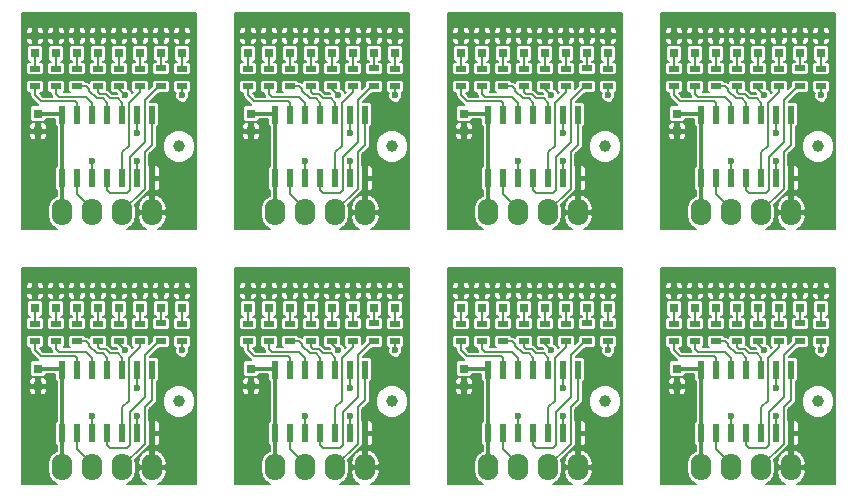
<source format=gtl>
G04 #@! TF.FileFunction,Copper,L1,Top,Signal*
%FSLAX46Y46*%
G04 Gerber Fmt 4.6, Leading zero omitted, Abs format (unit mm)*
G04 Created by KiCad (PCBNEW 4.0.5+dfsg1-4) date Mon Jun 15 22:33:41 2020*
%MOMM*%
%LPD*%
G01*
G04 APERTURE LIST*
%ADD10C,0.100000*%
%ADD11O,1.727200X2.300000*%
%ADD12R,0.600000X1.500000*%
%ADD13R,0.900000X0.500000*%
%ADD14R,0.750000X0.800000*%
%ADD15C,1.000000*%
%ADD16R,0.797560X0.797560*%
%ADD17C,0.600000*%
%ADD18C,0.203200*%
%ADD19C,0.304800*%
G04 APERTURE END LIST*
D10*
D11*
X138938000Y-115062000D03*
X141478000Y-115062000D03*
X144018000Y-115062000D03*
X146558000Y-115062000D03*
D12*
X138938000Y-112174000D03*
X140208000Y-112174000D03*
X141478000Y-112174000D03*
X142748000Y-112174000D03*
X144018000Y-112174000D03*
X145288000Y-112174000D03*
X146558000Y-112174000D03*
X146558000Y-106774000D03*
X145288000Y-106774000D03*
X144018000Y-106774000D03*
X142748000Y-106774000D03*
X141478000Y-106774000D03*
X140208000Y-106774000D03*
X138938000Y-106774000D03*
D13*
X140208000Y-104382000D03*
X140208000Y-102882000D03*
D14*
X136906000Y-108192000D03*
X136906000Y-106692000D03*
D15*
X148844000Y-109474000D03*
D16*
X149098000Y-101600000D03*
X149098000Y-100101400D03*
D13*
X149098000Y-104382000D03*
X149098000Y-102882000D03*
D16*
X147320000Y-101587300D03*
X147320000Y-100088700D03*
X143764000Y-101600000D03*
X143764000Y-100101400D03*
X145542000Y-101587300D03*
X145542000Y-100088700D03*
X141986000Y-101587300D03*
X141986000Y-100088700D03*
D13*
X141986000Y-104382000D03*
X141986000Y-102882000D03*
X145542000Y-104382000D03*
X145542000Y-102882000D03*
X143764000Y-104382000D03*
X143764000Y-102882000D03*
X147320000Y-104370000D03*
X147320000Y-102870000D03*
X125730000Y-82792000D03*
X125730000Y-81292000D03*
D15*
X130810000Y-87884000D03*
D11*
X120904000Y-93472000D03*
X123444000Y-93472000D03*
X125984000Y-93472000D03*
X128524000Y-93472000D03*
D12*
X120904000Y-90584000D03*
X122174000Y-90584000D03*
X123444000Y-90584000D03*
X124714000Y-90584000D03*
X125984000Y-90584000D03*
X127254000Y-90584000D03*
X128524000Y-90584000D03*
X128524000Y-85184000D03*
X127254000Y-85184000D03*
X125984000Y-85184000D03*
X124714000Y-85184000D03*
X123444000Y-85184000D03*
X122174000Y-85184000D03*
X120904000Y-85184000D03*
D13*
X143764000Y-82792000D03*
X143764000Y-81292000D03*
D15*
X148844000Y-87884000D03*
D13*
X149098000Y-82792000D03*
X149098000Y-81292000D03*
D14*
X136906000Y-86602000D03*
X136906000Y-85102000D03*
D11*
X138938000Y-93472000D03*
X141478000Y-93472000D03*
X144018000Y-93472000D03*
X146558000Y-93472000D03*
D12*
X138938000Y-90584000D03*
X140208000Y-90584000D03*
X141478000Y-90584000D03*
X142748000Y-90584000D03*
X144018000Y-90584000D03*
X145288000Y-90584000D03*
X146558000Y-90584000D03*
X146558000Y-85184000D03*
X145288000Y-85184000D03*
X144018000Y-85184000D03*
X142748000Y-85184000D03*
X141478000Y-85184000D03*
X140208000Y-85184000D03*
X138938000Y-85184000D03*
D13*
X123952000Y-82792000D03*
X123952000Y-81292000D03*
D14*
X118872000Y-86602000D03*
X118872000Y-85102000D03*
D13*
X118618000Y-82792000D03*
X118618000Y-81292000D03*
X120396000Y-82792000D03*
X120396000Y-81292000D03*
X122174000Y-82792000D03*
X122174000Y-81292000D03*
X138430000Y-82792000D03*
X138430000Y-81292000D03*
X140208000Y-82792000D03*
X140208000Y-81292000D03*
X136652000Y-82792000D03*
X136652000Y-81292000D03*
D16*
X138430000Y-80010000D03*
X138430000Y-78511400D03*
X136652000Y-80010000D03*
X136652000Y-78511400D03*
X140208000Y-79997300D03*
X140208000Y-78498700D03*
X141986000Y-79997300D03*
X141986000Y-78498700D03*
D13*
X141986000Y-82792000D03*
X141986000Y-81292000D03*
D16*
X131064000Y-80010000D03*
X131064000Y-78511400D03*
D13*
X127508000Y-82792000D03*
X127508000Y-81292000D03*
D16*
X129286000Y-79997300D03*
X129286000Y-78498700D03*
D13*
X129286000Y-82780000D03*
X129286000Y-81280000D03*
D16*
X125730000Y-80010000D03*
X125730000Y-78511400D03*
D13*
X131064000Y-82792000D03*
X131064000Y-81292000D03*
D16*
X127508000Y-79997300D03*
X127508000Y-78498700D03*
X118618000Y-80010000D03*
X118618000Y-78511400D03*
X122174000Y-79997300D03*
X122174000Y-78498700D03*
X120396000Y-80010000D03*
X120396000Y-78511400D03*
X123952000Y-79997300D03*
X123952000Y-78498700D03*
X149098000Y-80010000D03*
X149098000Y-78511400D03*
X143764000Y-80010000D03*
X143764000Y-78511400D03*
D13*
X145542000Y-82792000D03*
X145542000Y-81292000D03*
D16*
X147320000Y-79997300D03*
X147320000Y-78498700D03*
D13*
X147320000Y-82780000D03*
X147320000Y-81280000D03*
D16*
X145542000Y-79997300D03*
X145542000Y-78498700D03*
X138430000Y-101600000D03*
X138430000Y-100101400D03*
X136652000Y-101600000D03*
X136652000Y-100101400D03*
D13*
X136652000Y-104382000D03*
X136652000Y-102882000D03*
X138430000Y-104382000D03*
X138430000Y-102882000D03*
D16*
X140208000Y-101587300D03*
X140208000Y-100088700D03*
D11*
X120904000Y-115062000D03*
X123444000Y-115062000D03*
X125984000Y-115062000D03*
X128524000Y-115062000D03*
D14*
X118872000Y-108192000D03*
X118872000Y-106692000D03*
D15*
X130810000Y-109474000D03*
D12*
X120904000Y-112174000D03*
X122174000Y-112174000D03*
X123444000Y-112174000D03*
X124714000Y-112174000D03*
X125984000Y-112174000D03*
X127254000Y-112174000D03*
X128524000Y-112174000D03*
X128524000Y-106774000D03*
X127254000Y-106774000D03*
X125984000Y-106774000D03*
X124714000Y-106774000D03*
X123444000Y-106774000D03*
X122174000Y-106774000D03*
X120904000Y-106774000D03*
D16*
X131064000Y-101600000D03*
X131064000Y-100101400D03*
D13*
X129286000Y-104370000D03*
X129286000Y-102870000D03*
D16*
X129286000Y-101587300D03*
X129286000Y-100088700D03*
X127508000Y-101587300D03*
X127508000Y-100088700D03*
X125730000Y-101600000D03*
X125730000Y-100101400D03*
D13*
X123952000Y-104382000D03*
X123952000Y-102882000D03*
X131064000Y-104382000D03*
X131064000Y-102882000D03*
X125730000Y-104382000D03*
X125730000Y-102882000D03*
X127508000Y-104382000D03*
X127508000Y-102882000D03*
D16*
X123952000Y-101587300D03*
X123952000Y-100088700D03*
X118618000Y-101600000D03*
X118618000Y-100101400D03*
D13*
X118618000Y-104382000D03*
X118618000Y-102882000D03*
D16*
X122174000Y-101587300D03*
X122174000Y-100088700D03*
X120396000Y-101600000D03*
X120396000Y-100101400D03*
D13*
X122174000Y-104382000D03*
X122174000Y-102882000D03*
X120396000Y-104382000D03*
X120396000Y-102882000D03*
D11*
X175006000Y-93472000D03*
X177546000Y-93472000D03*
X180086000Y-93472000D03*
X182626000Y-93472000D03*
D12*
X175006000Y-90584000D03*
X176276000Y-90584000D03*
X177546000Y-90584000D03*
X178816000Y-90584000D03*
X180086000Y-90584000D03*
X181356000Y-90584000D03*
X182626000Y-90584000D03*
X182626000Y-85184000D03*
X181356000Y-85184000D03*
X180086000Y-85184000D03*
X178816000Y-85184000D03*
X177546000Y-85184000D03*
X176276000Y-85184000D03*
X175006000Y-85184000D03*
D14*
X172974000Y-86602000D03*
X172974000Y-85102000D03*
D13*
X178054000Y-82792000D03*
X178054000Y-81292000D03*
D16*
X185166000Y-80010000D03*
X185166000Y-78511400D03*
X179832000Y-80010000D03*
X179832000Y-78511400D03*
X183388000Y-79997300D03*
X183388000Y-78498700D03*
X181610000Y-79997300D03*
X181610000Y-78498700D03*
X178054000Y-79997300D03*
X178054000Y-78498700D03*
X172720000Y-80010000D03*
X172720000Y-78511400D03*
D13*
X174498000Y-82792000D03*
X174498000Y-81292000D03*
D16*
X174498000Y-80010000D03*
X174498000Y-78511400D03*
D13*
X172720000Y-82792000D03*
X172720000Y-81292000D03*
X176276000Y-82792000D03*
X176276000Y-81292000D03*
D16*
X176276000Y-79997300D03*
X176276000Y-78498700D03*
D13*
X156464000Y-82792000D03*
X156464000Y-81292000D03*
D16*
X160020000Y-79997300D03*
X160020000Y-78498700D03*
X158242000Y-79997300D03*
X158242000Y-78498700D03*
X156464000Y-80010000D03*
X156464000Y-78511400D03*
X154686000Y-80010000D03*
X154686000Y-78511400D03*
D13*
X158242000Y-82792000D03*
X158242000Y-81292000D03*
X154686000Y-82792000D03*
X154686000Y-81292000D03*
D12*
X156972000Y-90584000D03*
X158242000Y-90584000D03*
X159512000Y-90584000D03*
X160782000Y-90584000D03*
X162052000Y-90584000D03*
X163322000Y-90584000D03*
X164592000Y-90584000D03*
X164592000Y-85184000D03*
X163322000Y-85184000D03*
X162052000Y-85184000D03*
X160782000Y-85184000D03*
X159512000Y-85184000D03*
X158242000Y-85184000D03*
X156972000Y-85184000D03*
D11*
X156972000Y-93472000D03*
X159512000Y-93472000D03*
X162052000Y-93472000D03*
X164592000Y-93472000D03*
D13*
X163576000Y-82792000D03*
X163576000Y-81292000D03*
X160020000Y-82792000D03*
X160020000Y-81292000D03*
X167132000Y-82792000D03*
X167132000Y-81292000D03*
D14*
X154940000Y-86602000D03*
X154940000Y-85102000D03*
D13*
X161798000Y-82792000D03*
X161798000Y-81292000D03*
D15*
X166878000Y-87884000D03*
D16*
X167132000Y-80010000D03*
X167132000Y-78511400D03*
D13*
X165354000Y-82780000D03*
X165354000Y-81280000D03*
D16*
X165354000Y-79997300D03*
X165354000Y-78498700D03*
X163576000Y-79997300D03*
X163576000Y-78498700D03*
X161798000Y-80010000D03*
X161798000Y-78511400D03*
D13*
X185166000Y-82792000D03*
X185166000Y-81292000D03*
X181610000Y-82792000D03*
X181610000Y-81292000D03*
X183388000Y-82780000D03*
X183388000Y-81280000D03*
X179832000Y-82792000D03*
X179832000Y-81292000D03*
D15*
X184912000Y-87884000D03*
D16*
X161798000Y-101600000D03*
X161798000Y-100101400D03*
D13*
X165354000Y-104370000D03*
X165354000Y-102870000D03*
X163576000Y-104382000D03*
X163576000Y-102882000D03*
D16*
X167132000Y-101600000D03*
X167132000Y-100101400D03*
X165354000Y-101587300D03*
X165354000Y-100088700D03*
X163576000Y-101587300D03*
X163576000Y-100088700D03*
D15*
X166878000Y-109474000D03*
D13*
X161798000Y-104382000D03*
X161798000Y-102882000D03*
D12*
X156972000Y-112174000D03*
X158242000Y-112174000D03*
X159512000Y-112174000D03*
X160782000Y-112174000D03*
X162052000Y-112174000D03*
X163322000Y-112174000D03*
X164592000Y-112174000D03*
X164592000Y-106774000D03*
X163322000Y-106774000D03*
X162052000Y-106774000D03*
X160782000Y-106774000D03*
X159512000Y-106774000D03*
X158242000Y-106774000D03*
X156972000Y-106774000D03*
D13*
X167132000Y-104382000D03*
X167132000Y-102882000D03*
D14*
X154940000Y-108192000D03*
X154940000Y-106692000D03*
D13*
X160020000Y-104382000D03*
X160020000Y-102882000D03*
D11*
X156972000Y-115062000D03*
X159512000Y-115062000D03*
X162052000Y-115062000D03*
X164592000Y-115062000D03*
D13*
X158242000Y-104382000D03*
X158242000Y-102882000D03*
X156464000Y-104382000D03*
X156464000Y-102882000D03*
D16*
X158242000Y-101587300D03*
X158242000Y-100088700D03*
X160020000Y-101587300D03*
X160020000Y-100088700D03*
X156464000Y-101600000D03*
X156464000Y-100101400D03*
X154686000Y-101600000D03*
X154686000Y-100101400D03*
D13*
X154686000Y-104382000D03*
X154686000Y-102882000D03*
D14*
X172974000Y-108192000D03*
X172974000Y-106692000D03*
D16*
X172720000Y-101600000D03*
X172720000Y-100101400D03*
X174498000Y-101600000D03*
X174498000Y-100101400D03*
X176276000Y-101587300D03*
X176276000Y-100088700D03*
X178054000Y-101587300D03*
X178054000Y-100088700D03*
X179832000Y-101600000D03*
X179832000Y-100101400D03*
X181610000Y-101587300D03*
X181610000Y-100088700D03*
X183388000Y-101587300D03*
X183388000Y-100088700D03*
X185166000Y-101600000D03*
X185166000Y-100101400D03*
D13*
X172720000Y-104382000D03*
X172720000Y-102882000D03*
X174498000Y-104382000D03*
X174498000Y-102882000D03*
X176276000Y-104382000D03*
X176276000Y-102882000D03*
X178054000Y-104382000D03*
X178054000Y-102882000D03*
X179832000Y-104382000D03*
X179832000Y-102882000D03*
X181610000Y-104382000D03*
X181610000Y-102882000D03*
X183388000Y-104370000D03*
X183388000Y-102870000D03*
X185166000Y-104382000D03*
X185166000Y-102882000D03*
D12*
X175006000Y-112174000D03*
X176276000Y-112174000D03*
X177546000Y-112174000D03*
X178816000Y-112174000D03*
X180086000Y-112174000D03*
X181356000Y-112174000D03*
X182626000Y-112174000D03*
X182626000Y-106774000D03*
X181356000Y-106774000D03*
X180086000Y-106774000D03*
X178816000Y-106774000D03*
X177546000Y-106774000D03*
X176276000Y-106774000D03*
X175006000Y-106774000D03*
D11*
X175006000Y-115062000D03*
X177546000Y-115062000D03*
X180086000Y-115062000D03*
X182626000Y-115062000D03*
D15*
X184912000Y-109474000D03*
D17*
X127254000Y-86741000D03*
X127254000Y-108331000D03*
X145288000Y-108331000D03*
X145288000Y-86741000D03*
X181356000Y-86741000D03*
X163322000Y-86741000D03*
X163322000Y-108331000D03*
X181356000Y-108331000D03*
X127254000Y-89154000D03*
X126238000Y-83566000D03*
X126238000Y-105156000D03*
X127254000Y-110744000D03*
X145288000Y-110744000D03*
X144272000Y-105156000D03*
X144272000Y-83566000D03*
X145288000Y-89154000D03*
X180340000Y-83566000D03*
X181356000Y-89154000D03*
X163322000Y-89154000D03*
X162306000Y-83566000D03*
X162306000Y-105156000D03*
X163322000Y-110744000D03*
X181356000Y-110744000D03*
X180340000Y-105156000D03*
X131064000Y-83566000D03*
X123444000Y-89154000D03*
X123444000Y-110744000D03*
X131064000Y-105156000D03*
X141478000Y-110744000D03*
X149098000Y-105156000D03*
X141478000Y-89154000D03*
X149098000Y-83566000D03*
X177546000Y-89154000D03*
X185166000Y-83566000D03*
X159512000Y-89154000D03*
X167132000Y-83566000D03*
X167132000Y-105156000D03*
X159512000Y-110744000D03*
X177546000Y-110744000D03*
X185166000Y-105156000D03*
D18*
X136652000Y-81292000D02*
X136652000Y-80010000D01*
X118618000Y-81292000D02*
X118618000Y-80010000D01*
X118618000Y-102882000D02*
X118618000Y-101600000D01*
X136652000Y-102882000D02*
X136652000Y-101600000D01*
X172720000Y-81292000D02*
X172720000Y-80010000D01*
X154686000Y-81292000D02*
X154686000Y-80010000D01*
X154686000Y-102882000D02*
X154686000Y-101600000D01*
X172720000Y-102882000D02*
X172720000Y-101600000D01*
X138430000Y-80010000D02*
X138430000Y-81292000D01*
X120396000Y-80010000D02*
X120396000Y-81292000D01*
X120396000Y-101600000D02*
X120396000Y-102882000D01*
X138430000Y-101600000D02*
X138430000Y-102882000D01*
X174498000Y-80010000D02*
X174498000Y-81292000D01*
X156464000Y-80010000D02*
X156464000Y-81292000D01*
X156464000Y-101600000D02*
X156464000Y-102882000D01*
X174498000Y-101600000D02*
X174498000Y-102882000D01*
X140208000Y-81292000D02*
X140208000Y-79997300D01*
X122174000Y-81292000D02*
X122174000Y-79997300D01*
X122174000Y-102882000D02*
X122174000Y-101587300D01*
X140208000Y-102882000D02*
X140208000Y-101587300D01*
X176276000Y-81292000D02*
X176276000Y-79997300D01*
X158242000Y-81292000D02*
X158242000Y-79997300D01*
X158242000Y-102882000D02*
X158242000Y-101587300D01*
X176276000Y-102882000D02*
X176276000Y-101587300D01*
X141986000Y-81292000D02*
X141986000Y-79997300D01*
X123952000Y-81292000D02*
X123952000Y-79997300D01*
X123952000Y-102882000D02*
X123952000Y-101587300D01*
X141986000Y-102882000D02*
X141986000Y-101587300D01*
X178054000Y-81292000D02*
X178054000Y-79997300D01*
X160020000Y-81292000D02*
X160020000Y-79997300D01*
X160020000Y-102882000D02*
X160020000Y-101587300D01*
X178054000Y-102882000D02*
X178054000Y-101587300D01*
X143764000Y-80010000D02*
X143764000Y-81292000D01*
X125730000Y-80010000D02*
X125730000Y-81292000D01*
X125730000Y-101600000D02*
X125730000Y-102882000D01*
X143764000Y-101600000D02*
X143764000Y-102882000D01*
X179832000Y-80010000D02*
X179832000Y-81292000D01*
X161798000Y-80010000D02*
X161798000Y-81292000D01*
X161798000Y-101600000D02*
X161798000Y-102882000D01*
X179832000Y-101600000D02*
X179832000Y-102882000D01*
X145542000Y-81292000D02*
X145542000Y-79997300D01*
X127508000Y-81292000D02*
X127508000Y-79997300D01*
X127508000Y-102882000D02*
X127508000Y-101587300D01*
X145542000Y-102882000D02*
X145542000Y-101587300D01*
X181610000Y-81292000D02*
X181610000Y-79997300D01*
X163576000Y-81292000D02*
X163576000Y-79997300D01*
X163576000Y-102882000D02*
X163576000Y-101587300D01*
X181610000Y-102882000D02*
X181610000Y-101587300D01*
X147320000Y-79997300D02*
X147320000Y-81280000D01*
X129286000Y-79997300D02*
X129286000Y-81280000D01*
X129286000Y-101587300D02*
X129286000Y-102870000D01*
X147320000Y-101587300D02*
X147320000Y-102870000D01*
X183388000Y-79997300D02*
X183388000Y-81280000D01*
X165354000Y-79997300D02*
X165354000Y-81280000D01*
X165354000Y-101587300D02*
X165354000Y-102870000D01*
X183388000Y-101587300D02*
X183388000Y-102870000D01*
X149098000Y-81292000D02*
X149098000Y-80010000D01*
X131064000Y-81292000D02*
X131064000Y-80010000D01*
X131064000Y-102882000D02*
X131064000Y-101600000D01*
X149098000Y-102882000D02*
X149098000Y-101600000D01*
X185166000Y-81292000D02*
X185166000Y-80010000D01*
X167132000Y-81292000D02*
X167132000Y-80010000D01*
X167132000Y-102882000D02*
X167132000Y-101600000D01*
X185166000Y-102882000D02*
X185166000Y-101600000D01*
D19*
X138856000Y-85102000D02*
X138938000Y-85184000D01*
X138938000Y-89529200D02*
X138938000Y-85184000D01*
D18*
X145288000Y-85184000D02*
X145288000Y-86741000D01*
D19*
X138938000Y-90584000D02*
X138938000Y-89529200D01*
X138938000Y-93472000D02*
X138938000Y-90584000D01*
X136906000Y-85102000D02*
X138856000Y-85102000D01*
X120822000Y-85102000D02*
X120904000Y-85184000D01*
X120904000Y-90584000D02*
X120904000Y-89529200D01*
X120904000Y-89529200D02*
X120904000Y-85184000D01*
D18*
X127254000Y-85184000D02*
X127254000Y-86741000D01*
D19*
X120904000Y-93472000D02*
X120904000Y-90584000D01*
X118872000Y-85102000D02*
X120822000Y-85102000D01*
D18*
X127254000Y-106774000D02*
X127254000Y-108331000D01*
D19*
X120904000Y-111119200D02*
X120904000Y-106774000D01*
X120822000Y-106692000D02*
X120904000Y-106774000D01*
X118872000Y-106692000D02*
X120822000Y-106692000D01*
X138938000Y-112174000D02*
X138938000Y-111119200D01*
D18*
X145288000Y-106774000D02*
X145288000Y-108331000D01*
D19*
X138938000Y-115062000D02*
X138938000Y-112174000D01*
X120904000Y-115062000D02*
X120904000Y-112174000D01*
X120904000Y-112174000D02*
X120904000Y-111119200D01*
X136906000Y-106692000D02*
X138856000Y-106692000D01*
X138856000Y-106692000D02*
X138938000Y-106774000D01*
X138938000Y-111119200D02*
X138938000Y-106774000D01*
D18*
X181356000Y-85184000D02*
X181356000Y-86741000D01*
D19*
X175006000Y-90584000D02*
X175006000Y-89529200D01*
X175006000Y-93472000D02*
X175006000Y-90584000D01*
X174924000Y-85102000D02*
X175006000Y-85184000D01*
X175006000Y-89529200D02*
X175006000Y-85184000D01*
X172974000Y-85102000D02*
X174924000Y-85102000D01*
X156890000Y-85102000D02*
X156972000Y-85184000D01*
X156972000Y-89529200D02*
X156972000Y-85184000D01*
D18*
X163322000Y-85184000D02*
X163322000Y-86741000D01*
D19*
X154940000Y-85102000D02*
X156890000Y-85102000D01*
X156972000Y-90584000D02*
X156972000Y-89529200D01*
X156972000Y-93472000D02*
X156972000Y-90584000D01*
X156890000Y-106692000D02*
X156972000Y-106774000D01*
X156972000Y-115062000D02*
X156972000Y-112174000D01*
D18*
X163322000Y-106774000D02*
X163322000Y-108331000D01*
D19*
X156972000Y-111119200D02*
X156972000Y-106774000D01*
X156972000Y-112174000D02*
X156972000Y-111119200D01*
X154940000Y-106692000D02*
X156890000Y-106692000D01*
D18*
X181356000Y-106774000D02*
X181356000Y-108331000D01*
D19*
X172974000Y-106692000D02*
X174924000Y-106692000D01*
X174924000Y-106692000D02*
X175006000Y-106774000D01*
X175006000Y-112174000D02*
X175006000Y-111119200D01*
X175006000Y-111119200D02*
X175006000Y-106774000D01*
X175006000Y-115062000D02*
X175006000Y-112174000D01*
D18*
X140208000Y-90584000D02*
X140208000Y-91915600D01*
X140208000Y-91915600D02*
X141478000Y-93185600D01*
X141478000Y-93185600D02*
X141478000Y-93472000D01*
X122174000Y-90584000D02*
X122174000Y-91915600D01*
X122174000Y-91915600D02*
X123444000Y-93185600D01*
X123444000Y-93185600D02*
X123444000Y-93472000D01*
X141478000Y-114775600D02*
X141478000Y-115062000D01*
X140208000Y-113505600D02*
X141478000Y-114775600D01*
X140208000Y-112174000D02*
X140208000Y-113505600D01*
X122174000Y-113505600D02*
X123444000Y-114775600D01*
X123444000Y-114775600D02*
X123444000Y-115062000D01*
X122174000Y-112174000D02*
X122174000Y-113505600D01*
X176276000Y-90584000D02*
X176276000Y-91915600D01*
X176276000Y-91915600D02*
X177546000Y-93185600D01*
X177546000Y-93185600D02*
X177546000Y-93472000D01*
X158242000Y-91915600D02*
X159512000Y-93185600D01*
X158242000Y-90584000D02*
X158242000Y-91915600D01*
X159512000Y-93185600D02*
X159512000Y-93472000D01*
X159512000Y-114775600D02*
X159512000Y-115062000D01*
X158242000Y-113505600D02*
X159512000Y-114775600D01*
X158242000Y-112174000D02*
X158242000Y-113505600D01*
X176276000Y-112174000D02*
X176276000Y-113505600D01*
X176276000Y-113505600D02*
X177546000Y-114775600D01*
X177546000Y-114775600D02*
X177546000Y-115062000D01*
X144018000Y-93356882D02*
X145923000Y-91451882D01*
X145923000Y-91451882D02*
X145923000Y-88392000D01*
X144018000Y-93472000D02*
X144018000Y-93356882D01*
X146558000Y-87757000D02*
X146558000Y-85184000D01*
X145923000Y-88392000D02*
X146558000Y-87757000D01*
X127889000Y-91451882D02*
X127889000Y-88392000D01*
X128524000Y-87757000D02*
X128524000Y-85184000D01*
X127889000Y-88392000D02*
X128524000Y-87757000D01*
X125984000Y-93472000D02*
X125984000Y-93356882D01*
X125984000Y-93356882D02*
X127889000Y-91451882D01*
X127889000Y-109982000D02*
X128524000Y-109347000D01*
X128524000Y-109347000D02*
X128524000Y-106774000D01*
X144018000Y-114946882D02*
X145923000Y-113041882D01*
X144018000Y-115062000D02*
X144018000Y-114946882D01*
X145923000Y-113041882D02*
X145923000Y-109982000D01*
X146558000Y-109347000D02*
X146558000Y-106774000D01*
X125984000Y-115062000D02*
X125984000Y-114946882D01*
X125984000Y-114946882D02*
X127889000Y-113041882D01*
X127889000Y-113041882D02*
X127889000Y-109982000D01*
X145923000Y-109982000D02*
X146558000Y-109347000D01*
X182626000Y-87757000D02*
X182626000Y-85184000D01*
X181991000Y-88392000D02*
X182626000Y-87757000D01*
X180086000Y-93356882D02*
X181991000Y-91451882D01*
X181991000Y-91451882D02*
X181991000Y-88392000D01*
X180086000Y-93472000D02*
X180086000Y-93356882D01*
X163957000Y-88392000D02*
X164592000Y-87757000D01*
X163957000Y-91451882D02*
X163957000Y-88392000D01*
X162052000Y-93356882D02*
X163957000Y-91451882D01*
X164592000Y-87757000D02*
X164592000Y-85184000D01*
X162052000Y-93472000D02*
X162052000Y-93356882D01*
X163957000Y-113041882D02*
X163957000Y-109982000D01*
X162052000Y-114946882D02*
X163957000Y-113041882D01*
X162052000Y-115062000D02*
X162052000Y-114946882D01*
X164592000Y-109347000D02*
X164592000Y-106774000D01*
X163957000Y-109982000D02*
X164592000Y-109347000D01*
X181991000Y-109982000D02*
X182626000Y-109347000D01*
X182626000Y-109347000D02*
X182626000Y-106774000D01*
X181991000Y-113041882D02*
X181991000Y-109982000D01*
X180086000Y-115062000D02*
X180086000Y-114946882D01*
X180086000Y-114946882D02*
X181991000Y-113041882D01*
X136652000Y-82792000D02*
X136652000Y-83566000D01*
X136652000Y-83566000D02*
X137160000Y-84074000D01*
X137160000Y-84074000D02*
X140051200Y-84074000D01*
X140208000Y-84230800D02*
X140208000Y-85184000D01*
X140051200Y-84074000D02*
X140208000Y-84230800D01*
X122174000Y-84230800D02*
X122174000Y-85184000D01*
X118618000Y-82792000D02*
X118618000Y-83566000D01*
X118618000Y-83566000D02*
X119126000Y-84074000D01*
X119126000Y-84074000D02*
X122017200Y-84074000D01*
X122017200Y-84074000D02*
X122174000Y-84230800D01*
X118618000Y-104382000D02*
X118618000Y-105156000D01*
X122174000Y-105820800D02*
X122174000Y-106774000D01*
X122017200Y-105664000D02*
X122174000Y-105820800D01*
X119126000Y-105664000D02*
X122017200Y-105664000D01*
X118618000Y-105156000D02*
X119126000Y-105664000D01*
X140208000Y-105820800D02*
X140208000Y-106774000D01*
X137160000Y-105664000D02*
X140051200Y-105664000D01*
X136652000Y-105156000D02*
X137160000Y-105664000D01*
X140051200Y-105664000D02*
X140208000Y-105820800D01*
X136652000Y-104382000D02*
X136652000Y-105156000D01*
X173228000Y-84074000D02*
X176119200Y-84074000D01*
X172720000Y-82792000D02*
X172720000Y-83566000D01*
X172720000Y-83566000D02*
X173228000Y-84074000D01*
X176119200Y-84074000D02*
X176276000Y-84230800D01*
X176276000Y-84230800D02*
X176276000Y-85184000D01*
X158242000Y-84230800D02*
X158242000Y-85184000D01*
X158085200Y-84074000D02*
X158242000Y-84230800D01*
X154686000Y-82792000D02*
X154686000Y-83566000D01*
X154686000Y-83566000D02*
X155194000Y-84074000D01*
X155194000Y-84074000D02*
X158085200Y-84074000D01*
X158085200Y-105664000D02*
X158242000Y-105820800D01*
X154686000Y-104382000D02*
X154686000Y-105156000D01*
X154686000Y-105156000D02*
X155194000Y-105664000D01*
X155194000Y-105664000D02*
X158085200Y-105664000D01*
X158242000Y-105820800D02*
X158242000Y-106774000D01*
X172720000Y-105156000D02*
X173228000Y-105664000D01*
X172720000Y-104382000D02*
X172720000Y-105156000D01*
X173228000Y-105664000D02*
X176119200Y-105664000D01*
X176119200Y-105664000D02*
X176276000Y-105820800D01*
X176276000Y-105820800D02*
X176276000Y-106774000D01*
X140970000Y-83693000D02*
X141478000Y-84201000D01*
X141478000Y-84201000D02*
X141478000Y-85184000D01*
X138430000Y-83439000D02*
X138684000Y-83693000D01*
X138430000Y-82792000D02*
X138430000Y-83439000D01*
X138684000Y-83693000D02*
X140970000Y-83693000D01*
X122936000Y-83693000D02*
X123444000Y-84201000D01*
X123444000Y-84201000D02*
X123444000Y-85184000D01*
X120396000Y-82792000D02*
X120396000Y-83439000D01*
X120396000Y-83439000D02*
X120650000Y-83693000D01*
X120650000Y-83693000D02*
X122936000Y-83693000D01*
X120396000Y-104382000D02*
X120396000Y-105029000D01*
X123444000Y-105791000D02*
X123444000Y-106774000D01*
X120650000Y-105283000D02*
X122936000Y-105283000D01*
X122936000Y-105283000D02*
X123444000Y-105791000D01*
X120396000Y-105029000D02*
X120650000Y-105283000D01*
X141478000Y-105791000D02*
X141478000Y-106774000D01*
X140970000Y-105283000D02*
X141478000Y-105791000D01*
X138684000Y-105283000D02*
X140970000Y-105283000D01*
X138430000Y-105029000D02*
X138684000Y-105283000D01*
X138430000Y-104382000D02*
X138430000Y-105029000D01*
X177546000Y-84201000D02*
X177546000Y-85184000D01*
X177038000Y-83693000D02*
X177546000Y-84201000D01*
X174498000Y-83439000D02*
X174752000Y-83693000D01*
X174752000Y-83693000D02*
X177038000Y-83693000D01*
X174498000Y-82792000D02*
X174498000Y-83439000D01*
X159004000Y-83693000D02*
X159512000Y-84201000D01*
X159512000Y-84201000D02*
X159512000Y-85184000D01*
X156718000Y-83693000D02*
X159004000Y-83693000D01*
X156464000Y-83439000D02*
X156718000Y-83693000D01*
X156464000Y-82792000D02*
X156464000Y-83439000D01*
X156718000Y-105283000D02*
X159004000Y-105283000D01*
X156464000Y-105029000D02*
X156718000Y-105283000D01*
X156464000Y-104382000D02*
X156464000Y-105029000D01*
X159004000Y-105283000D02*
X159512000Y-105791000D01*
X159512000Y-105791000D02*
X159512000Y-106774000D01*
X174498000Y-104382000D02*
X174498000Y-105029000D01*
X174498000Y-105029000D02*
X174752000Y-105283000D01*
X177546000Y-105791000D02*
X177546000Y-106774000D01*
X174752000Y-105283000D02*
X177038000Y-105283000D01*
X177038000Y-105283000D02*
X177546000Y-105791000D01*
X141224000Y-83058000D02*
X141224000Y-83182882D01*
X141224000Y-83182882D02*
X141861118Y-83820000D01*
X141861118Y-83820000D02*
X142367000Y-83820000D01*
X140970000Y-82804000D02*
X141224000Y-83058000D01*
X140873200Y-82804000D02*
X140970000Y-82804000D01*
X140861200Y-82792000D02*
X140873200Y-82804000D01*
X140208000Y-82792000D02*
X140861200Y-82792000D01*
X142748000Y-84201000D02*
X142748000Y-85184000D01*
X142367000Y-83820000D02*
X142748000Y-84201000D01*
X124333000Y-83820000D02*
X124714000Y-84201000D01*
X124714000Y-84201000D02*
X124714000Y-85184000D01*
X123190000Y-83058000D02*
X123190000Y-83182882D01*
X123190000Y-83182882D02*
X123827118Y-83820000D01*
X123827118Y-83820000D02*
X124333000Y-83820000D01*
X122839200Y-82804000D02*
X122936000Y-82804000D01*
X122936000Y-82804000D02*
X123190000Y-83058000D01*
X122174000Y-82792000D02*
X122827200Y-82792000D01*
X122827200Y-82792000D02*
X122839200Y-82804000D01*
X124714000Y-105791000D02*
X124714000Y-106774000D01*
X123827118Y-105410000D02*
X124333000Y-105410000D01*
X124333000Y-105410000D02*
X124714000Y-105791000D01*
X123190000Y-104772882D02*
X123827118Y-105410000D01*
X123190000Y-104648000D02*
X123190000Y-104772882D01*
X122827200Y-104382000D02*
X122839200Y-104394000D01*
X122839200Y-104394000D02*
X122936000Y-104394000D01*
X122174000Y-104382000D02*
X122827200Y-104382000D01*
X122936000Y-104394000D02*
X123190000Y-104648000D01*
X142748000Y-105791000D02*
X142748000Y-106774000D01*
X140970000Y-104394000D02*
X141224000Y-104648000D01*
X140873200Y-104394000D02*
X140970000Y-104394000D01*
X140208000Y-104382000D02*
X140861200Y-104382000D01*
X140861200Y-104382000D02*
X140873200Y-104394000D01*
X142367000Y-105410000D02*
X142748000Y-105791000D01*
X141224000Y-104648000D02*
X141224000Y-104772882D01*
X141861118Y-105410000D02*
X142367000Y-105410000D01*
X141224000Y-104772882D02*
X141861118Y-105410000D01*
X177038000Y-82804000D02*
X177292000Y-83058000D01*
X176929200Y-82792000D02*
X176941200Y-82804000D01*
X177929118Y-83820000D02*
X178435000Y-83820000D01*
X177292000Y-83182882D02*
X177929118Y-83820000D01*
X178435000Y-83820000D02*
X178816000Y-84201000D01*
X177292000Y-83058000D02*
X177292000Y-83182882D01*
X178816000Y-84201000D02*
X178816000Y-85184000D01*
X176941200Y-82804000D02*
X177038000Y-82804000D01*
X176276000Y-82792000D02*
X176929200Y-82792000D01*
X159895118Y-83820000D02*
X160401000Y-83820000D01*
X159258000Y-83058000D02*
X159258000Y-83182882D01*
X159258000Y-83182882D02*
X159895118Y-83820000D01*
X160401000Y-83820000D02*
X160782000Y-84201000D01*
X159004000Y-82804000D02*
X159258000Y-83058000D01*
X158242000Y-82792000D02*
X158895200Y-82792000D01*
X158907200Y-82804000D02*
X159004000Y-82804000D01*
X158895200Y-82792000D02*
X158907200Y-82804000D01*
X160782000Y-84201000D02*
X160782000Y-85184000D01*
X160782000Y-105791000D02*
X160782000Y-106774000D01*
X159895118Y-105410000D02*
X160401000Y-105410000D01*
X160401000Y-105410000D02*
X160782000Y-105791000D01*
X158895200Y-104382000D02*
X158907200Y-104394000D01*
X158242000Y-104382000D02*
X158895200Y-104382000D01*
X159004000Y-104394000D02*
X159258000Y-104648000D01*
X159258000Y-104648000D02*
X159258000Y-104772882D01*
X159258000Y-104772882D02*
X159895118Y-105410000D01*
X158907200Y-104394000D02*
X159004000Y-104394000D01*
X176276000Y-104382000D02*
X176929200Y-104382000D01*
X177292000Y-104772882D02*
X177929118Y-105410000D01*
X176929200Y-104382000D02*
X176941200Y-104394000D01*
X177292000Y-104648000D02*
X177292000Y-104772882D01*
X178435000Y-105410000D02*
X178816000Y-105791000D01*
X176941200Y-104394000D02*
X177038000Y-104394000D01*
X177038000Y-104394000D02*
X177292000Y-104648000D01*
X177929118Y-105410000D02*
X178435000Y-105410000D01*
X178816000Y-105791000D02*
X178816000Y-106774000D01*
X141986000Y-82792000D02*
X141986000Y-83245200D01*
X141986000Y-83245200D02*
X142179800Y-83439000D01*
X142179800Y-83439000D02*
X142621000Y-83439000D01*
X144018000Y-84201000D02*
X144018000Y-85184000D01*
X142621000Y-83439000D02*
X143002000Y-83820000D01*
X143002000Y-83820000D02*
X143637000Y-83820000D01*
X143637000Y-83820000D02*
X144018000Y-84201000D01*
X125984000Y-84201000D02*
X125984000Y-85184000D01*
X125603000Y-83820000D02*
X125984000Y-84201000D01*
X123952000Y-82792000D02*
X123952000Y-83245200D01*
X124587000Y-83439000D02*
X124968000Y-83820000D01*
X124968000Y-83820000D02*
X125603000Y-83820000D01*
X124145800Y-83439000D02*
X124587000Y-83439000D01*
X123952000Y-83245200D02*
X124145800Y-83439000D01*
X125984000Y-105791000D02*
X125984000Y-106774000D01*
X125603000Y-105410000D02*
X125984000Y-105791000D01*
X124145800Y-105029000D02*
X124587000Y-105029000D01*
X124587000Y-105029000D02*
X124968000Y-105410000D01*
X124968000Y-105410000D02*
X125603000Y-105410000D01*
X123952000Y-104382000D02*
X123952000Y-104835200D01*
X123952000Y-104835200D02*
X124145800Y-105029000D01*
X144018000Y-105791000D02*
X144018000Y-106774000D01*
X143002000Y-105410000D02*
X143637000Y-105410000D01*
X142621000Y-105029000D02*
X143002000Y-105410000D01*
X142179800Y-105029000D02*
X142621000Y-105029000D01*
X143637000Y-105410000D02*
X144018000Y-105791000D01*
X141986000Y-104382000D02*
X141986000Y-104835200D01*
X141986000Y-104835200D02*
X142179800Y-105029000D01*
X178689000Y-83439000D02*
X179070000Y-83820000D01*
X178054000Y-83245200D02*
X178247800Y-83439000D01*
X178247800Y-83439000D02*
X178689000Y-83439000D01*
X178054000Y-82792000D02*
X178054000Y-83245200D01*
X179705000Y-83820000D02*
X180086000Y-84201000D01*
X179070000Y-83820000D02*
X179705000Y-83820000D01*
X180086000Y-84201000D02*
X180086000Y-85184000D01*
X160213800Y-83439000D02*
X160655000Y-83439000D01*
X160020000Y-83245200D02*
X160213800Y-83439000D01*
X160655000Y-83439000D02*
X161036000Y-83820000D01*
X161036000Y-83820000D02*
X161671000Y-83820000D01*
X162052000Y-84201000D02*
X162052000Y-85184000D01*
X161671000Y-83820000D02*
X162052000Y-84201000D01*
X160020000Y-82792000D02*
X160020000Y-83245200D01*
X160020000Y-104835200D02*
X160213800Y-105029000D01*
X162052000Y-105791000D02*
X162052000Y-106774000D01*
X160655000Y-105029000D02*
X161036000Y-105410000D01*
X161036000Y-105410000D02*
X161671000Y-105410000D01*
X160213800Y-105029000D02*
X160655000Y-105029000D01*
X160020000Y-104382000D02*
X160020000Y-104835200D01*
X161671000Y-105410000D02*
X162052000Y-105791000D01*
X179705000Y-105410000D02*
X180086000Y-105791000D01*
X180086000Y-105791000D02*
X180086000Y-106774000D01*
X179070000Y-105410000D02*
X179705000Y-105410000D01*
X178689000Y-105029000D02*
X179070000Y-105410000D01*
X178247800Y-105029000D02*
X178689000Y-105029000D01*
X178054000Y-104382000D02*
X178054000Y-104835200D01*
X178054000Y-104835200D02*
X178247800Y-105029000D01*
X145288000Y-89154000D02*
X145288000Y-90584000D01*
X143764000Y-83058000D02*
X144272000Y-83566000D01*
X143764000Y-82792000D02*
X143764000Y-83058000D01*
X127254000Y-89154000D02*
X127254000Y-90584000D01*
X125730000Y-83058000D02*
X126238000Y-83566000D01*
X125730000Y-82792000D02*
X125730000Y-83058000D01*
X125730000Y-104382000D02*
X125730000Y-104648000D01*
X125730000Y-104648000D02*
X126238000Y-105156000D01*
X145288000Y-110744000D02*
X145288000Y-112174000D01*
X143764000Y-104382000D02*
X143764000Y-104648000D01*
X143764000Y-104648000D02*
X144272000Y-105156000D01*
X127254000Y-110744000D02*
X127254000Y-112174000D01*
X181356000Y-89154000D02*
X181356000Y-90584000D01*
X179832000Y-83058000D02*
X180340000Y-83566000D01*
X179832000Y-82792000D02*
X179832000Y-83058000D01*
X161798000Y-82792000D02*
X161798000Y-83058000D01*
X161798000Y-83058000D02*
X162306000Y-83566000D01*
X163322000Y-89154000D02*
X163322000Y-90584000D01*
X163322000Y-110744000D02*
X163322000Y-112174000D01*
X161798000Y-104648000D02*
X162306000Y-105156000D01*
X161798000Y-104382000D02*
X161798000Y-104648000D01*
X181356000Y-110744000D02*
X181356000Y-112174000D01*
X179832000Y-104382000D02*
X179832000Y-104648000D01*
X179832000Y-104648000D02*
X180340000Y-105156000D01*
X144018000Y-88392000D02*
X144018000Y-90584000D01*
X144569601Y-87840399D02*
X144018000Y-88392000D01*
X144569601Y-84217599D02*
X144569601Y-87840399D01*
X145542000Y-82792000D02*
X145542000Y-83245200D01*
X145542000Y-83245200D02*
X144569601Y-84217599D01*
X125984000Y-88392000D02*
X125984000Y-90584000D01*
X126535601Y-87840399D02*
X125984000Y-88392000D01*
X126535601Y-84217599D02*
X126535601Y-87840399D01*
X127508000Y-82792000D02*
X127508000Y-83245200D01*
X127508000Y-83245200D02*
X126535601Y-84217599D01*
X127508000Y-104382000D02*
X127508000Y-104835200D01*
X126535601Y-105807599D02*
X126535601Y-109430399D01*
X127508000Y-104835200D02*
X126535601Y-105807599D01*
X144569601Y-109430399D02*
X144018000Y-109982000D01*
X144018000Y-109982000D02*
X144018000Y-112174000D01*
X144569601Y-105807599D02*
X144569601Y-109430399D01*
X145542000Y-104382000D02*
X145542000Y-104835200D01*
X145542000Y-104835200D02*
X144569601Y-105807599D01*
X126535601Y-109430399D02*
X125984000Y-109982000D01*
X125984000Y-109982000D02*
X125984000Y-112174000D01*
X180637601Y-84217599D02*
X180637601Y-87840399D01*
X180086000Y-88392000D02*
X180086000Y-90584000D01*
X180637601Y-87840399D02*
X180086000Y-88392000D01*
X181610000Y-83245200D02*
X180637601Y-84217599D01*
X181610000Y-82792000D02*
X181610000Y-83245200D01*
X163576000Y-83245200D02*
X162603601Y-84217599D01*
X163576000Y-82792000D02*
X163576000Y-83245200D01*
X162603601Y-84217599D02*
X162603601Y-87840399D01*
X162603601Y-87840399D02*
X162052000Y-88392000D01*
X162052000Y-88392000D02*
X162052000Y-90584000D01*
X162603601Y-105807599D02*
X162603601Y-109430399D01*
X162052000Y-109982000D02*
X162052000Y-112174000D01*
X162603601Y-109430399D02*
X162052000Y-109982000D01*
X163576000Y-104835200D02*
X162603601Y-105807599D01*
X163576000Y-104382000D02*
X163576000Y-104835200D01*
X180637601Y-109430399D02*
X180086000Y-109982000D01*
X180086000Y-109982000D02*
X180086000Y-112174000D01*
X181610000Y-104382000D02*
X181610000Y-104835200D01*
X181610000Y-104835200D02*
X180637601Y-105807599D01*
X180637601Y-105807599D02*
X180637601Y-109430399D01*
X144653000Y-88773000D02*
X144653000Y-91567000D01*
X145923000Y-83977000D02*
X145923000Y-87503000D01*
X145923000Y-87503000D02*
X144653000Y-88773000D01*
X144399000Y-91821000D02*
X143002000Y-91821000D01*
X142748000Y-91567000D02*
X142748000Y-90584000D01*
X144653000Y-91567000D02*
X144399000Y-91821000D01*
X143002000Y-91821000D02*
X142748000Y-91567000D01*
X147120000Y-82780000D02*
X145923000Y-83977000D01*
X147320000Y-82780000D02*
X147120000Y-82780000D01*
X127889000Y-83977000D02*
X127889000Y-87503000D01*
X127889000Y-87503000D02*
X126619000Y-88773000D01*
X126619000Y-88773000D02*
X126619000Y-91567000D01*
X126619000Y-91567000D02*
X126365000Y-91821000D01*
X129286000Y-82780000D02*
X129086000Y-82780000D01*
X129086000Y-82780000D02*
X127889000Y-83977000D01*
X126365000Y-91821000D02*
X124968000Y-91821000D01*
X124968000Y-91821000D02*
X124714000Y-91567000D01*
X124714000Y-91567000D02*
X124714000Y-90584000D01*
X129086000Y-104370000D02*
X127889000Y-105567000D01*
X129286000Y-104370000D02*
X129086000Y-104370000D01*
X127889000Y-105567000D02*
X127889000Y-109093000D01*
X144399000Y-113411000D02*
X143002000Y-113411000D01*
X144653000Y-113157000D02*
X144399000Y-113411000D01*
X142748000Y-113157000D02*
X142748000Y-112174000D01*
X143002000Y-113411000D02*
X142748000Y-113157000D01*
X145923000Y-109093000D02*
X144653000Y-110363000D01*
X144653000Y-110363000D02*
X144653000Y-113157000D01*
X145923000Y-105567000D02*
X145923000Y-109093000D01*
X124714000Y-113157000D02*
X124714000Y-112174000D01*
X126365000Y-113411000D02*
X124968000Y-113411000D01*
X124968000Y-113411000D02*
X124714000Y-113157000D01*
X126619000Y-113157000D02*
X126365000Y-113411000D01*
X127889000Y-109093000D02*
X126619000Y-110363000D01*
X126619000Y-110363000D02*
X126619000Y-113157000D01*
X147320000Y-104370000D02*
X147120000Y-104370000D01*
X147120000Y-104370000D02*
X145923000Y-105567000D01*
X181991000Y-83977000D02*
X181991000Y-87503000D01*
X181991000Y-87503000D02*
X180721000Y-88773000D01*
X180467000Y-91821000D02*
X179070000Y-91821000D01*
X178816000Y-91567000D02*
X178816000Y-90584000D01*
X180721000Y-88773000D02*
X180721000Y-91567000D01*
X179070000Y-91821000D02*
X178816000Y-91567000D01*
X180721000Y-91567000D02*
X180467000Y-91821000D01*
X183388000Y-82780000D02*
X183188000Y-82780000D01*
X183188000Y-82780000D02*
X181991000Y-83977000D01*
X165354000Y-82780000D02*
X165154000Y-82780000D01*
X165154000Y-82780000D02*
X163957000Y-83977000D01*
X162687000Y-88773000D02*
X162687000Y-91567000D01*
X163957000Y-87503000D02*
X162687000Y-88773000D01*
X163957000Y-83977000D02*
X163957000Y-87503000D01*
X162687000Y-91567000D02*
X162433000Y-91821000D01*
X161036000Y-91821000D02*
X160782000Y-91567000D01*
X162433000Y-91821000D02*
X161036000Y-91821000D01*
X160782000Y-91567000D02*
X160782000Y-90584000D01*
X163957000Y-105567000D02*
X163957000Y-109093000D01*
X162433000Y-113411000D02*
X161036000Y-113411000D01*
X162687000Y-113157000D02*
X162433000Y-113411000D01*
X160782000Y-113157000D02*
X160782000Y-112174000D01*
X161036000Y-113411000D02*
X160782000Y-113157000D01*
X162687000Y-110363000D02*
X162687000Y-113157000D01*
X163957000Y-109093000D02*
X162687000Y-110363000D01*
X165354000Y-104370000D02*
X165154000Y-104370000D01*
X165154000Y-104370000D02*
X163957000Y-105567000D01*
X179070000Y-113411000D02*
X178816000Y-113157000D01*
X178816000Y-113157000D02*
X178816000Y-112174000D01*
X180467000Y-113411000D02*
X179070000Y-113411000D01*
X180721000Y-113157000D02*
X180467000Y-113411000D01*
X180721000Y-110363000D02*
X180721000Y-113157000D01*
X181991000Y-109093000D02*
X180721000Y-110363000D01*
X181991000Y-105567000D02*
X181991000Y-109093000D01*
X183388000Y-104370000D02*
X183188000Y-104370000D01*
X183188000Y-104370000D02*
X181991000Y-105567000D01*
X141478000Y-89154000D02*
X141478000Y-90584000D01*
X149098000Y-82792000D02*
X149098000Y-83566000D01*
X123444000Y-89154000D02*
X123444000Y-90584000D01*
X131064000Y-82792000D02*
X131064000Y-83566000D01*
X131064000Y-104382000D02*
X131064000Y-105156000D01*
X141478000Y-110744000D02*
X141478000Y-112174000D01*
X123444000Y-110744000D02*
X123444000Y-112174000D01*
X149098000Y-104382000D02*
X149098000Y-105156000D01*
X185166000Y-82792000D02*
X185166000Y-83566000D01*
X177546000Y-89154000D02*
X177546000Y-90584000D01*
X167132000Y-82792000D02*
X167132000Y-83566000D01*
X159512000Y-89154000D02*
X159512000Y-90584000D01*
X159512000Y-110744000D02*
X159512000Y-112174000D01*
X167132000Y-104382000D02*
X167132000Y-105156000D01*
X177546000Y-110744000D02*
X177546000Y-112174000D01*
X185166000Y-104382000D02*
X185166000Y-105156000D01*
G36*
X186310200Y-116460200D02*
X183127033Y-116460200D01*
X183455935Y-116262733D01*
X183742660Y-115875531D01*
X183859383Y-115408078D01*
X183764634Y-115214400D01*
X182778400Y-115214400D01*
X182778400Y-115234400D01*
X182473600Y-115234400D01*
X182473600Y-115214400D01*
X181487366Y-115214400D01*
X181392617Y-115408078D01*
X181509340Y-115875531D01*
X181796065Y-116262733D01*
X182124967Y-116460200D01*
X180513832Y-116460200D01*
X180533127Y-116456362D01*
X180912184Y-116203085D01*
X181165461Y-115824028D01*
X181254400Y-115376901D01*
X181254400Y-114747099D01*
X181248199Y-114715922D01*
X181392617Y-114715922D01*
X181487366Y-114909600D01*
X182473600Y-114909600D01*
X182473600Y-113655621D01*
X182778400Y-113655621D01*
X182778400Y-114909600D01*
X183764634Y-114909600D01*
X183859383Y-114715922D01*
X183742660Y-114248469D01*
X183455935Y-113861267D01*
X183042860Y-113613264D01*
X182965753Y-113604696D01*
X182778400Y-113655621D01*
X182473600Y-113655621D01*
X182286247Y-113604696D01*
X182209140Y-113613264D01*
X181796065Y-113861267D01*
X181509340Y-114248469D01*
X181392617Y-114715922D01*
X181248199Y-114715922D01*
X181189051Y-114418567D01*
X182278368Y-113329250D01*
X182311543Y-113279600D01*
X182387100Y-113279600D01*
X182476000Y-113190700D01*
X182476000Y-112326400D01*
X182776000Y-112326400D01*
X182776000Y-113190700D01*
X182864900Y-113279600D01*
X182996733Y-113279600D01*
X183127431Y-113225463D01*
X183227463Y-113125431D01*
X183281600Y-112994733D01*
X183281600Y-112415300D01*
X183192700Y-112326400D01*
X182776000Y-112326400D01*
X182476000Y-112326400D01*
X182453600Y-112326400D01*
X182453600Y-112021600D01*
X182476000Y-112021600D01*
X182476000Y-111157300D01*
X182776000Y-111157300D01*
X182776000Y-112021600D01*
X183192700Y-112021600D01*
X183281600Y-111932700D01*
X183281600Y-111353267D01*
X183227463Y-111222569D01*
X183127431Y-111122537D01*
X182996733Y-111068400D01*
X182864900Y-111068400D01*
X182776000Y-111157300D01*
X182476000Y-111157300D01*
X182397400Y-111078700D01*
X182397400Y-110150336D01*
X182802105Y-109745631D01*
X183540163Y-109745631D01*
X183748536Y-110249934D01*
X184134037Y-110636108D01*
X184637975Y-110845361D01*
X185183631Y-110845837D01*
X185687934Y-110637464D01*
X186074108Y-110251963D01*
X186283361Y-109748025D01*
X186283837Y-109202369D01*
X186075464Y-108698066D01*
X185689963Y-108311892D01*
X185186025Y-108102639D01*
X184640369Y-108102163D01*
X184136066Y-108310536D01*
X183749892Y-108696037D01*
X183540639Y-109199975D01*
X183540163Y-109745631D01*
X182802105Y-109745631D01*
X182913368Y-109634368D01*
X183001465Y-109502523D01*
X183032400Y-109347000D01*
X183032400Y-107814751D01*
X183038952Y-107813518D01*
X183142692Y-107746763D01*
X183212287Y-107644907D01*
X183236771Y-107524000D01*
X183236771Y-106024000D01*
X183215518Y-105911048D01*
X183148763Y-105807308D01*
X183046907Y-105737713D01*
X182926000Y-105713229D01*
X182419507Y-105713229D01*
X183201965Y-104930771D01*
X183838000Y-104930771D01*
X183950952Y-104909518D01*
X184054692Y-104842763D01*
X184124287Y-104740907D01*
X184148771Y-104620000D01*
X184148771Y-104132000D01*
X184405229Y-104132000D01*
X184405229Y-104632000D01*
X184426482Y-104744952D01*
X184493237Y-104848692D01*
X184595093Y-104918287D01*
X184608695Y-104921041D01*
X184561305Y-105035170D01*
X184561095Y-105275774D01*
X184652976Y-105498144D01*
X184822961Y-105668426D01*
X185045170Y-105760695D01*
X185285774Y-105760905D01*
X185508144Y-105669024D01*
X185678426Y-105499039D01*
X185770695Y-105276830D01*
X185770905Y-105036226D01*
X185723901Y-104922468D01*
X185728952Y-104921518D01*
X185832692Y-104854763D01*
X185902287Y-104752907D01*
X185926771Y-104632000D01*
X185926771Y-104132000D01*
X185905518Y-104019048D01*
X185838763Y-103915308D01*
X185736907Y-103845713D01*
X185616000Y-103821229D01*
X184716000Y-103821229D01*
X184603048Y-103842482D01*
X184499308Y-103909237D01*
X184429713Y-104011093D01*
X184405229Y-104132000D01*
X184148771Y-104132000D01*
X184148771Y-104120000D01*
X184127518Y-104007048D01*
X184060763Y-103903308D01*
X183958907Y-103833713D01*
X183838000Y-103809229D01*
X182938000Y-103809229D01*
X182825048Y-103830482D01*
X182721308Y-103897237D01*
X182651713Y-103999093D01*
X182627229Y-104120000D01*
X182627229Y-104356035D01*
X182370771Y-104612493D01*
X182370771Y-104132000D01*
X182349518Y-104019048D01*
X182282763Y-103915308D01*
X182180907Y-103845713D01*
X182060000Y-103821229D01*
X181160000Y-103821229D01*
X181047048Y-103842482D01*
X180943308Y-103909237D01*
X180873713Y-104011093D01*
X180849229Y-104132000D01*
X180849229Y-104632000D01*
X180870482Y-104744952D01*
X180937237Y-104848692D01*
X180987458Y-104883006D01*
X180912548Y-104957916D01*
X180853024Y-104813856D01*
X180683039Y-104643574D01*
X180592771Y-104606092D01*
X180592771Y-104132000D01*
X180571518Y-104019048D01*
X180504763Y-103915308D01*
X180402907Y-103845713D01*
X180282000Y-103821229D01*
X179382000Y-103821229D01*
X179269048Y-103842482D01*
X179165308Y-103909237D01*
X179095713Y-104011093D01*
X179071229Y-104132000D01*
X179071229Y-104632000D01*
X179092482Y-104744952D01*
X179159237Y-104848692D01*
X179261093Y-104918287D01*
X179382000Y-104942771D01*
X179552035Y-104942771D01*
X179612864Y-105003600D01*
X179238336Y-105003600D01*
X178976368Y-104741632D01*
X178963378Y-104732952D01*
X178844523Y-104653535D01*
X178811731Y-104647012D01*
X178814771Y-104632000D01*
X178814771Y-104132000D01*
X178793518Y-104019048D01*
X178726763Y-103915308D01*
X178624907Y-103845713D01*
X178504000Y-103821229D01*
X177604000Y-103821229D01*
X177491048Y-103842482D01*
X177387308Y-103909237D01*
X177317713Y-104011093D01*
X177301584Y-104090740D01*
X177289450Y-104082632D01*
X177193523Y-104018535D01*
X177038000Y-103987600D01*
X176995282Y-103987600D01*
X176948763Y-103915308D01*
X176846907Y-103845713D01*
X176726000Y-103821229D01*
X175826000Y-103821229D01*
X175713048Y-103842482D01*
X175609308Y-103909237D01*
X175539713Y-104011093D01*
X175515229Y-104132000D01*
X175515229Y-104632000D01*
X175536482Y-104744952D01*
X175603237Y-104848692D01*
X175644082Y-104876600D01*
X175130756Y-104876600D01*
X175164692Y-104854763D01*
X175234287Y-104752907D01*
X175258771Y-104632000D01*
X175258771Y-104132000D01*
X175237518Y-104019048D01*
X175170763Y-103915308D01*
X175068907Y-103845713D01*
X174948000Y-103821229D01*
X174048000Y-103821229D01*
X173935048Y-103842482D01*
X173831308Y-103909237D01*
X173761713Y-104011093D01*
X173737229Y-104132000D01*
X173737229Y-104632000D01*
X173758482Y-104744952D01*
X173825237Y-104848692D01*
X173927093Y-104918287D01*
X174048000Y-104942771D01*
X174091600Y-104942771D01*
X174091600Y-105029000D01*
X174122535Y-105184523D01*
X174171364Y-105257600D01*
X173396337Y-105257600D01*
X173126400Y-104987664D01*
X173126400Y-104942771D01*
X173170000Y-104942771D01*
X173282952Y-104921518D01*
X173386692Y-104854763D01*
X173456287Y-104752907D01*
X173480771Y-104632000D01*
X173480771Y-104132000D01*
X173459518Y-104019048D01*
X173392763Y-103915308D01*
X173290907Y-103845713D01*
X173170000Y-103821229D01*
X172270000Y-103821229D01*
X172157048Y-103842482D01*
X172053308Y-103909237D01*
X171983713Y-104011093D01*
X171959229Y-104132000D01*
X171959229Y-104632000D01*
X171980482Y-104744952D01*
X172047237Y-104848692D01*
X172149093Y-104918287D01*
X172270000Y-104942771D01*
X172313600Y-104942771D01*
X172313600Y-105156000D01*
X172344535Y-105311523D01*
X172425126Y-105432134D01*
X172432632Y-105443368D01*
X172940631Y-105951368D01*
X172985321Y-105981229D01*
X172599000Y-105981229D01*
X172486048Y-106002482D01*
X172382308Y-106069237D01*
X172312713Y-106171093D01*
X172288229Y-106292000D01*
X172288229Y-107092000D01*
X172309482Y-107204952D01*
X172376237Y-107308692D01*
X172478093Y-107378287D01*
X172599000Y-107402771D01*
X173349000Y-107402771D01*
X173461952Y-107381518D01*
X173565692Y-107314763D01*
X173635287Y-107212907D01*
X173648188Y-107149200D01*
X174395229Y-107149200D01*
X174395229Y-107524000D01*
X174416482Y-107636952D01*
X174483237Y-107740692D01*
X174548800Y-107785489D01*
X174548800Y-111162955D01*
X174489308Y-111201237D01*
X174419713Y-111303093D01*
X174395229Y-111424000D01*
X174395229Y-112924000D01*
X174416482Y-113036952D01*
X174483237Y-113140692D01*
X174548800Y-113185489D01*
X174548800Y-113674369D01*
X174179816Y-113920915D01*
X173926539Y-114299972D01*
X173837600Y-114747099D01*
X173837600Y-115376901D01*
X173926539Y-115824028D01*
X174179816Y-116203085D01*
X174558873Y-116456362D01*
X174578168Y-116460200D01*
X171575800Y-116460200D01*
X171575800Y-108433300D01*
X172243400Y-108433300D01*
X172243400Y-108662733D01*
X172297537Y-108793431D01*
X172397569Y-108893463D01*
X172528267Y-108947600D01*
X172732700Y-108947600D01*
X172821600Y-108858700D01*
X172821600Y-108344400D01*
X173126400Y-108344400D01*
X173126400Y-108858700D01*
X173215300Y-108947600D01*
X173419733Y-108947600D01*
X173550431Y-108893463D01*
X173650463Y-108793431D01*
X173704600Y-108662733D01*
X173704600Y-108433300D01*
X173615700Y-108344400D01*
X173126400Y-108344400D01*
X172821600Y-108344400D01*
X172332300Y-108344400D01*
X172243400Y-108433300D01*
X171575800Y-108433300D01*
X171575800Y-107721267D01*
X172243400Y-107721267D01*
X172243400Y-107950700D01*
X172332300Y-108039600D01*
X172821600Y-108039600D01*
X172821600Y-107525300D01*
X173126400Y-107525300D01*
X173126400Y-108039600D01*
X173615700Y-108039600D01*
X173704600Y-107950700D01*
X173704600Y-107721267D01*
X173650463Y-107590569D01*
X173550431Y-107490537D01*
X173419733Y-107436400D01*
X173215300Y-107436400D01*
X173126400Y-107525300D01*
X172821600Y-107525300D01*
X172732700Y-107436400D01*
X172528267Y-107436400D01*
X172397569Y-107490537D01*
X172297537Y-107590569D01*
X172243400Y-107721267D01*
X171575800Y-107721267D01*
X171575800Y-102632000D01*
X171959229Y-102632000D01*
X171959229Y-103132000D01*
X171980482Y-103244952D01*
X172047237Y-103348692D01*
X172149093Y-103418287D01*
X172270000Y-103442771D01*
X173170000Y-103442771D01*
X173282952Y-103421518D01*
X173386692Y-103354763D01*
X173456287Y-103252907D01*
X173480771Y-103132000D01*
X173480771Y-102632000D01*
X173737229Y-102632000D01*
X173737229Y-103132000D01*
X173758482Y-103244952D01*
X173825237Y-103348692D01*
X173927093Y-103418287D01*
X174048000Y-103442771D01*
X174948000Y-103442771D01*
X175060952Y-103421518D01*
X175164692Y-103354763D01*
X175234287Y-103252907D01*
X175258771Y-103132000D01*
X175258771Y-102632000D01*
X175515229Y-102632000D01*
X175515229Y-103132000D01*
X175536482Y-103244952D01*
X175603237Y-103348692D01*
X175705093Y-103418287D01*
X175826000Y-103442771D01*
X176726000Y-103442771D01*
X176838952Y-103421518D01*
X176942692Y-103354763D01*
X177012287Y-103252907D01*
X177036771Y-103132000D01*
X177036771Y-102632000D01*
X177293229Y-102632000D01*
X177293229Y-103132000D01*
X177314482Y-103244952D01*
X177381237Y-103348692D01*
X177483093Y-103418287D01*
X177604000Y-103442771D01*
X178504000Y-103442771D01*
X178616952Y-103421518D01*
X178720692Y-103354763D01*
X178790287Y-103252907D01*
X178814771Y-103132000D01*
X178814771Y-102632000D01*
X179071229Y-102632000D01*
X179071229Y-103132000D01*
X179092482Y-103244952D01*
X179159237Y-103348692D01*
X179261093Y-103418287D01*
X179382000Y-103442771D01*
X180282000Y-103442771D01*
X180394952Y-103421518D01*
X180498692Y-103354763D01*
X180568287Y-103252907D01*
X180592771Y-103132000D01*
X180592771Y-102632000D01*
X180849229Y-102632000D01*
X180849229Y-103132000D01*
X180870482Y-103244952D01*
X180937237Y-103348692D01*
X181039093Y-103418287D01*
X181160000Y-103442771D01*
X182060000Y-103442771D01*
X182172952Y-103421518D01*
X182276692Y-103354763D01*
X182346287Y-103252907D01*
X182370771Y-103132000D01*
X182370771Y-102632000D01*
X182368514Y-102620000D01*
X182627229Y-102620000D01*
X182627229Y-103120000D01*
X182648482Y-103232952D01*
X182715237Y-103336692D01*
X182817093Y-103406287D01*
X182938000Y-103430771D01*
X183838000Y-103430771D01*
X183950952Y-103409518D01*
X184054692Y-103342763D01*
X184124287Y-103240907D01*
X184148771Y-103120000D01*
X184148771Y-102632000D01*
X184405229Y-102632000D01*
X184405229Y-103132000D01*
X184426482Y-103244952D01*
X184493237Y-103348692D01*
X184595093Y-103418287D01*
X184716000Y-103442771D01*
X185616000Y-103442771D01*
X185728952Y-103421518D01*
X185832692Y-103354763D01*
X185902287Y-103252907D01*
X185926771Y-103132000D01*
X185926771Y-102632000D01*
X185905518Y-102519048D01*
X185838763Y-102415308D01*
X185736907Y-102345713D01*
X185616000Y-102321229D01*
X185572400Y-102321229D01*
X185572400Y-102308117D01*
X185677732Y-102288298D01*
X185781472Y-102221543D01*
X185851067Y-102119687D01*
X185875551Y-101998780D01*
X185875551Y-101201220D01*
X185854298Y-101088268D01*
X185787543Y-100984528D01*
X185685687Y-100914933D01*
X185564780Y-100890449D01*
X184767220Y-100890449D01*
X184654268Y-100911702D01*
X184550528Y-100978457D01*
X184480933Y-101080313D01*
X184456449Y-101201220D01*
X184456449Y-101998780D01*
X184477702Y-102111732D01*
X184544457Y-102215472D01*
X184646313Y-102285067D01*
X184759600Y-102308008D01*
X184759600Y-102321229D01*
X184716000Y-102321229D01*
X184603048Y-102342482D01*
X184499308Y-102409237D01*
X184429713Y-102511093D01*
X184405229Y-102632000D01*
X184148771Y-102632000D01*
X184148771Y-102620000D01*
X184127518Y-102507048D01*
X184060763Y-102403308D01*
X183958907Y-102333713D01*
X183838000Y-102309229D01*
X183794400Y-102309229D01*
X183794400Y-102295417D01*
X183899732Y-102275598D01*
X184003472Y-102208843D01*
X184073067Y-102106987D01*
X184097551Y-101986080D01*
X184097551Y-101188520D01*
X184076298Y-101075568D01*
X184009543Y-100971828D01*
X183907687Y-100902233D01*
X183786780Y-100877749D01*
X182989220Y-100877749D01*
X182876268Y-100899002D01*
X182772528Y-100965757D01*
X182702933Y-101067613D01*
X182678449Y-101188520D01*
X182678449Y-101986080D01*
X182699702Y-102099032D01*
X182766457Y-102202772D01*
X182868313Y-102272367D01*
X182981600Y-102295308D01*
X182981600Y-102309229D01*
X182938000Y-102309229D01*
X182825048Y-102330482D01*
X182721308Y-102397237D01*
X182651713Y-102499093D01*
X182627229Y-102620000D01*
X182368514Y-102620000D01*
X182349518Y-102519048D01*
X182282763Y-102415308D01*
X182180907Y-102345713D01*
X182060000Y-102321229D01*
X182016400Y-102321229D01*
X182016400Y-102295417D01*
X182121732Y-102275598D01*
X182225472Y-102208843D01*
X182295067Y-102106987D01*
X182319551Y-101986080D01*
X182319551Y-101188520D01*
X182298298Y-101075568D01*
X182231543Y-100971828D01*
X182129687Y-100902233D01*
X182008780Y-100877749D01*
X181211220Y-100877749D01*
X181098268Y-100899002D01*
X180994528Y-100965757D01*
X180924933Y-101067613D01*
X180900449Y-101188520D01*
X180900449Y-101986080D01*
X180921702Y-102099032D01*
X180988457Y-102202772D01*
X181090313Y-102272367D01*
X181203600Y-102295308D01*
X181203600Y-102321229D01*
X181160000Y-102321229D01*
X181047048Y-102342482D01*
X180943308Y-102409237D01*
X180873713Y-102511093D01*
X180849229Y-102632000D01*
X180592771Y-102632000D01*
X180571518Y-102519048D01*
X180504763Y-102415308D01*
X180402907Y-102345713D01*
X180282000Y-102321229D01*
X180238400Y-102321229D01*
X180238400Y-102308117D01*
X180343732Y-102288298D01*
X180447472Y-102221543D01*
X180517067Y-102119687D01*
X180541551Y-101998780D01*
X180541551Y-101201220D01*
X180520298Y-101088268D01*
X180453543Y-100984528D01*
X180351687Y-100914933D01*
X180230780Y-100890449D01*
X179433220Y-100890449D01*
X179320268Y-100911702D01*
X179216528Y-100978457D01*
X179146933Y-101080313D01*
X179122449Y-101201220D01*
X179122449Y-101998780D01*
X179143702Y-102111732D01*
X179210457Y-102215472D01*
X179312313Y-102285067D01*
X179425600Y-102308008D01*
X179425600Y-102321229D01*
X179382000Y-102321229D01*
X179269048Y-102342482D01*
X179165308Y-102409237D01*
X179095713Y-102511093D01*
X179071229Y-102632000D01*
X178814771Y-102632000D01*
X178793518Y-102519048D01*
X178726763Y-102415308D01*
X178624907Y-102345713D01*
X178504000Y-102321229D01*
X178460400Y-102321229D01*
X178460400Y-102295417D01*
X178565732Y-102275598D01*
X178669472Y-102208843D01*
X178739067Y-102106987D01*
X178763551Y-101986080D01*
X178763551Y-101188520D01*
X178742298Y-101075568D01*
X178675543Y-100971828D01*
X178573687Y-100902233D01*
X178452780Y-100877749D01*
X177655220Y-100877749D01*
X177542268Y-100899002D01*
X177438528Y-100965757D01*
X177368933Y-101067613D01*
X177344449Y-101188520D01*
X177344449Y-101986080D01*
X177365702Y-102099032D01*
X177432457Y-102202772D01*
X177534313Y-102272367D01*
X177647600Y-102295308D01*
X177647600Y-102321229D01*
X177604000Y-102321229D01*
X177491048Y-102342482D01*
X177387308Y-102409237D01*
X177317713Y-102511093D01*
X177293229Y-102632000D01*
X177036771Y-102632000D01*
X177015518Y-102519048D01*
X176948763Y-102415308D01*
X176846907Y-102345713D01*
X176726000Y-102321229D01*
X176682400Y-102321229D01*
X176682400Y-102295417D01*
X176787732Y-102275598D01*
X176891472Y-102208843D01*
X176961067Y-102106987D01*
X176985551Y-101986080D01*
X176985551Y-101188520D01*
X176964298Y-101075568D01*
X176897543Y-100971828D01*
X176795687Y-100902233D01*
X176674780Y-100877749D01*
X175877220Y-100877749D01*
X175764268Y-100899002D01*
X175660528Y-100965757D01*
X175590933Y-101067613D01*
X175566449Y-101188520D01*
X175566449Y-101986080D01*
X175587702Y-102099032D01*
X175654457Y-102202772D01*
X175756313Y-102272367D01*
X175869600Y-102295308D01*
X175869600Y-102321229D01*
X175826000Y-102321229D01*
X175713048Y-102342482D01*
X175609308Y-102409237D01*
X175539713Y-102511093D01*
X175515229Y-102632000D01*
X175258771Y-102632000D01*
X175237518Y-102519048D01*
X175170763Y-102415308D01*
X175068907Y-102345713D01*
X174948000Y-102321229D01*
X174904400Y-102321229D01*
X174904400Y-102308117D01*
X175009732Y-102288298D01*
X175113472Y-102221543D01*
X175183067Y-102119687D01*
X175207551Y-101998780D01*
X175207551Y-101201220D01*
X175186298Y-101088268D01*
X175119543Y-100984528D01*
X175017687Y-100914933D01*
X174896780Y-100890449D01*
X174099220Y-100890449D01*
X173986268Y-100911702D01*
X173882528Y-100978457D01*
X173812933Y-101080313D01*
X173788449Y-101201220D01*
X173788449Y-101998780D01*
X173809702Y-102111732D01*
X173876457Y-102215472D01*
X173978313Y-102285067D01*
X174091600Y-102308008D01*
X174091600Y-102321229D01*
X174048000Y-102321229D01*
X173935048Y-102342482D01*
X173831308Y-102409237D01*
X173761713Y-102511093D01*
X173737229Y-102632000D01*
X173480771Y-102632000D01*
X173459518Y-102519048D01*
X173392763Y-102415308D01*
X173290907Y-102345713D01*
X173170000Y-102321229D01*
X173126400Y-102321229D01*
X173126400Y-102308117D01*
X173231732Y-102288298D01*
X173335472Y-102221543D01*
X173405067Y-102119687D01*
X173429551Y-101998780D01*
X173429551Y-101201220D01*
X173408298Y-101088268D01*
X173341543Y-100984528D01*
X173239687Y-100914933D01*
X173118780Y-100890449D01*
X172321220Y-100890449D01*
X172208268Y-100911702D01*
X172104528Y-100978457D01*
X172034933Y-101080313D01*
X172010449Y-101201220D01*
X172010449Y-101998780D01*
X172031702Y-102111732D01*
X172098457Y-102215472D01*
X172200313Y-102285067D01*
X172313600Y-102308008D01*
X172313600Y-102321229D01*
X172270000Y-102321229D01*
X172157048Y-102342482D01*
X172053308Y-102409237D01*
X171983713Y-102511093D01*
X171959229Y-102632000D01*
X171575800Y-102632000D01*
X171575800Y-100342700D01*
X171965620Y-100342700D01*
X171965620Y-100570913D01*
X172019757Y-100701611D01*
X172119789Y-100801643D01*
X172250487Y-100855780D01*
X172478700Y-100855780D01*
X172567600Y-100766880D01*
X172567600Y-100253800D01*
X172872400Y-100253800D01*
X172872400Y-100766880D01*
X172961300Y-100855780D01*
X173189513Y-100855780D01*
X173320211Y-100801643D01*
X173420243Y-100701611D01*
X173474380Y-100570913D01*
X173474380Y-100342700D01*
X173743620Y-100342700D01*
X173743620Y-100570913D01*
X173797757Y-100701611D01*
X173897789Y-100801643D01*
X174028487Y-100855780D01*
X174256700Y-100855780D01*
X174345600Y-100766880D01*
X174345600Y-100253800D01*
X174650400Y-100253800D01*
X174650400Y-100766880D01*
X174739300Y-100855780D01*
X174967513Y-100855780D01*
X175098211Y-100801643D01*
X175198243Y-100701611D01*
X175252380Y-100570913D01*
X175252380Y-100342700D01*
X175239680Y-100330000D01*
X175521620Y-100330000D01*
X175521620Y-100558213D01*
X175575757Y-100688911D01*
X175675789Y-100788943D01*
X175806487Y-100843080D01*
X176034700Y-100843080D01*
X176123600Y-100754180D01*
X176123600Y-100241100D01*
X176428400Y-100241100D01*
X176428400Y-100754180D01*
X176517300Y-100843080D01*
X176745513Y-100843080D01*
X176876211Y-100788943D01*
X176976243Y-100688911D01*
X177030380Y-100558213D01*
X177030380Y-100330000D01*
X177299620Y-100330000D01*
X177299620Y-100558213D01*
X177353757Y-100688911D01*
X177453789Y-100788943D01*
X177584487Y-100843080D01*
X177812700Y-100843080D01*
X177901600Y-100754180D01*
X177901600Y-100241100D01*
X178206400Y-100241100D01*
X178206400Y-100754180D01*
X178295300Y-100843080D01*
X178523513Y-100843080D01*
X178654211Y-100788943D01*
X178754243Y-100688911D01*
X178808380Y-100558213D01*
X178808380Y-100342700D01*
X179077620Y-100342700D01*
X179077620Y-100570913D01*
X179131757Y-100701611D01*
X179231789Y-100801643D01*
X179362487Y-100855780D01*
X179590700Y-100855780D01*
X179679600Y-100766880D01*
X179679600Y-100253800D01*
X179984400Y-100253800D01*
X179984400Y-100766880D01*
X180073300Y-100855780D01*
X180301513Y-100855780D01*
X180432211Y-100801643D01*
X180532243Y-100701611D01*
X180586380Y-100570913D01*
X180586380Y-100342700D01*
X180573680Y-100330000D01*
X180855620Y-100330000D01*
X180855620Y-100558213D01*
X180909757Y-100688911D01*
X181009789Y-100788943D01*
X181140487Y-100843080D01*
X181368700Y-100843080D01*
X181457600Y-100754180D01*
X181457600Y-100241100D01*
X181762400Y-100241100D01*
X181762400Y-100754180D01*
X181851300Y-100843080D01*
X182079513Y-100843080D01*
X182210211Y-100788943D01*
X182310243Y-100688911D01*
X182364380Y-100558213D01*
X182364380Y-100330000D01*
X182633620Y-100330000D01*
X182633620Y-100558213D01*
X182687757Y-100688911D01*
X182787789Y-100788943D01*
X182918487Y-100843080D01*
X183146700Y-100843080D01*
X183235600Y-100754180D01*
X183235600Y-100241100D01*
X183540400Y-100241100D01*
X183540400Y-100754180D01*
X183629300Y-100843080D01*
X183857513Y-100843080D01*
X183988211Y-100788943D01*
X184088243Y-100688911D01*
X184142380Y-100558213D01*
X184142380Y-100342700D01*
X184411620Y-100342700D01*
X184411620Y-100570913D01*
X184465757Y-100701611D01*
X184565789Y-100801643D01*
X184696487Y-100855780D01*
X184924700Y-100855780D01*
X185013600Y-100766880D01*
X185013600Y-100253800D01*
X185318400Y-100253800D01*
X185318400Y-100766880D01*
X185407300Y-100855780D01*
X185635513Y-100855780D01*
X185766211Y-100801643D01*
X185866243Y-100701611D01*
X185920380Y-100570913D01*
X185920380Y-100342700D01*
X185831480Y-100253800D01*
X185318400Y-100253800D01*
X185013600Y-100253800D01*
X184500520Y-100253800D01*
X184411620Y-100342700D01*
X184142380Y-100342700D01*
X184142380Y-100330000D01*
X184053480Y-100241100D01*
X183540400Y-100241100D01*
X183235600Y-100241100D01*
X182722520Y-100241100D01*
X182633620Y-100330000D01*
X182364380Y-100330000D01*
X182275480Y-100241100D01*
X181762400Y-100241100D01*
X181457600Y-100241100D01*
X180944520Y-100241100D01*
X180855620Y-100330000D01*
X180573680Y-100330000D01*
X180497480Y-100253800D01*
X179984400Y-100253800D01*
X179679600Y-100253800D01*
X179166520Y-100253800D01*
X179077620Y-100342700D01*
X178808380Y-100342700D01*
X178808380Y-100330000D01*
X178719480Y-100241100D01*
X178206400Y-100241100D01*
X177901600Y-100241100D01*
X177388520Y-100241100D01*
X177299620Y-100330000D01*
X177030380Y-100330000D01*
X176941480Y-100241100D01*
X176428400Y-100241100D01*
X176123600Y-100241100D01*
X175610520Y-100241100D01*
X175521620Y-100330000D01*
X175239680Y-100330000D01*
X175163480Y-100253800D01*
X174650400Y-100253800D01*
X174345600Y-100253800D01*
X173832520Y-100253800D01*
X173743620Y-100342700D01*
X173474380Y-100342700D01*
X173385480Y-100253800D01*
X172872400Y-100253800D01*
X172567600Y-100253800D01*
X172054520Y-100253800D01*
X171965620Y-100342700D01*
X171575800Y-100342700D01*
X171575800Y-99631887D01*
X171965620Y-99631887D01*
X171965620Y-99860100D01*
X172054520Y-99949000D01*
X172567600Y-99949000D01*
X172567600Y-99435920D01*
X172872400Y-99435920D01*
X172872400Y-99949000D01*
X173385480Y-99949000D01*
X173474380Y-99860100D01*
X173474380Y-99631887D01*
X173743620Y-99631887D01*
X173743620Y-99860100D01*
X173832520Y-99949000D01*
X174345600Y-99949000D01*
X174345600Y-99435920D01*
X174650400Y-99435920D01*
X174650400Y-99949000D01*
X175163480Y-99949000D01*
X175252380Y-99860100D01*
X175252380Y-99631887D01*
X175247120Y-99619187D01*
X175521620Y-99619187D01*
X175521620Y-99847400D01*
X175610520Y-99936300D01*
X176123600Y-99936300D01*
X176123600Y-99423220D01*
X176428400Y-99423220D01*
X176428400Y-99936300D01*
X176941480Y-99936300D01*
X177030380Y-99847400D01*
X177030380Y-99619187D01*
X177299620Y-99619187D01*
X177299620Y-99847400D01*
X177388520Y-99936300D01*
X177901600Y-99936300D01*
X177901600Y-99423220D01*
X178206400Y-99423220D01*
X178206400Y-99936300D01*
X178719480Y-99936300D01*
X178808380Y-99847400D01*
X178808380Y-99631887D01*
X179077620Y-99631887D01*
X179077620Y-99860100D01*
X179166520Y-99949000D01*
X179679600Y-99949000D01*
X179679600Y-99435920D01*
X179984400Y-99435920D01*
X179984400Y-99949000D01*
X180497480Y-99949000D01*
X180586380Y-99860100D01*
X180586380Y-99631887D01*
X180581120Y-99619187D01*
X180855620Y-99619187D01*
X180855620Y-99847400D01*
X180944520Y-99936300D01*
X181457600Y-99936300D01*
X181457600Y-99423220D01*
X181762400Y-99423220D01*
X181762400Y-99936300D01*
X182275480Y-99936300D01*
X182364380Y-99847400D01*
X182364380Y-99619187D01*
X182633620Y-99619187D01*
X182633620Y-99847400D01*
X182722520Y-99936300D01*
X183235600Y-99936300D01*
X183235600Y-99423220D01*
X183540400Y-99423220D01*
X183540400Y-99936300D01*
X184053480Y-99936300D01*
X184142380Y-99847400D01*
X184142380Y-99631887D01*
X184411620Y-99631887D01*
X184411620Y-99860100D01*
X184500520Y-99949000D01*
X185013600Y-99949000D01*
X185013600Y-99435920D01*
X185318400Y-99435920D01*
X185318400Y-99949000D01*
X185831480Y-99949000D01*
X185920380Y-99860100D01*
X185920380Y-99631887D01*
X185866243Y-99501189D01*
X185766211Y-99401157D01*
X185635513Y-99347020D01*
X185407300Y-99347020D01*
X185318400Y-99435920D01*
X185013600Y-99435920D01*
X184924700Y-99347020D01*
X184696487Y-99347020D01*
X184565789Y-99401157D01*
X184465757Y-99501189D01*
X184411620Y-99631887D01*
X184142380Y-99631887D01*
X184142380Y-99619187D01*
X184088243Y-99488489D01*
X183988211Y-99388457D01*
X183857513Y-99334320D01*
X183629300Y-99334320D01*
X183540400Y-99423220D01*
X183235600Y-99423220D01*
X183146700Y-99334320D01*
X182918487Y-99334320D01*
X182787789Y-99388457D01*
X182687757Y-99488489D01*
X182633620Y-99619187D01*
X182364380Y-99619187D01*
X182310243Y-99488489D01*
X182210211Y-99388457D01*
X182079513Y-99334320D01*
X181851300Y-99334320D01*
X181762400Y-99423220D01*
X181457600Y-99423220D01*
X181368700Y-99334320D01*
X181140487Y-99334320D01*
X181009789Y-99388457D01*
X180909757Y-99488489D01*
X180855620Y-99619187D01*
X180581120Y-99619187D01*
X180532243Y-99501189D01*
X180432211Y-99401157D01*
X180301513Y-99347020D01*
X180073300Y-99347020D01*
X179984400Y-99435920D01*
X179679600Y-99435920D01*
X179590700Y-99347020D01*
X179362487Y-99347020D01*
X179231789Y-99401157D01*
X179131757Y-99501189D01*
X179077620Y-99631887D01*
X178808380Y-99631887D01*
X178808380Y-99619187D01*
X178754243Y-99488489D01*
X178654211Y-99388457D01*
X178523513Y-99334320D01*
X178295300Y-99334320D01*
X178206400Y-99423220D01*
X177901600Y-99423220D01*
X177812700Y-99334320D01*
X177584487Y-99334320D01*
X177453789Y-99388457D01*
X177353757Y-99488489D01*
X177299620Y-99619187D01*
X177030380Y-99619187D01*
X176976243Y-99488489D01*
X176876211Y-99388457D01*
X176745513Y-99334320D01*
X176517300Y-99334320D01*
X176428400Y-99423220D01*
X176123600Y-99423220D01*
X176034700Y-99334320D01*
X175806487Y-99334320D01*
X175675789Y-99388457D01*
X175575757Y-99488489D01*
X175521620Y-99619187D01*
X175247120Y-99619187D01*
X175198243Y-99501189D01*
X175098211Y-99401157D01*
X174967513Y-99347020D01*
X174739300Y-99347020D01*
X174650400Y-99435920D01*
X174345600Y-99435920D01*
X174256700Y-99347020D01*
X174028487Y-99347020D01*
X173897789Y-99401157D01*
X173797757Y-99501189D01*
X173743620Y-99631887D01*
X173474380Y-99631887D01*
X173420243Y-99501189D01*
X173320211Y-99401157D01*
X173189513Y-99347020D01*
X172961300Y-99347020D01*
X172872400Y-99435920D01*
X172567600Y-99435920D01*
X172478700Y-99347020D01*
X172250487Y-99347020D01*
X172119789Y-99401157D01*
X172019757Y-99501189D01*
X171965620Y-99631887D01*
X171575800Y-99631887D01*
X171575800Y-98169800D01*
X186310200Y-98169800D01*
X186310200Y-116460200D01*
X186310200Y-116460200D01*
G37*
X186310200Y-116460200D02*
X183127033Y-116460200D01*
X183455935Y-116262733D01*
X183742660Y-115875531D01*
X183859383Y-115408078D01*
X183764634Y-115214400D01*
X182778400Y-115214400D01*
X182778400Y-115234400D01*
X182473600Y-115234400D01*
X182473600Y-115214400D01*
X181487366Y-115214400D01*
X181392617Y-115408078D01*
X181509340Y-115875531D01*
X181796065Y-116262733D01*
X182124967Y-116460200D01*
X180513832Y-116460200D01*
X180533127Y-116456362D01*
X180912184Y-116203085D01*
X181165461Y-115824028D01*
X181254400Y-115376901D01*
X181254400Y-114747099D01*
X181248199Y-114715922D01*
X181392617Y-114715922D01*
X181487366Y-114909600D01*
X182473600Y-114909600D01*
X182473600Y-113655621D01*
X182778400Y-113655621D01*
X182778400Y-114909600D01*
X183764634Y-114909600D01*
X183859383Y-114715922D01*
X183742660Y-114248469D01*
X183455935Y-113861267D01*
X183042860Y-113613264D01*
X182965753Y-113604696D01*
X182778400Y-113655621D01*
X182473600Y-113655621D01*
X182286247Y-113604696D01*
X182209140Y-113613264D01*
X181796065Y-113861267D01*
X181509340Y-114248469D01*
X181392617Y-114715922D01*
X181248199Y-114715922D01*
X181189051Y-114418567D01*
X182278368Y-113329250D01*
X182311543Y-113279600D01*
X182387100Y-113279600D01*
X182476000Y-113190700D01*
X182476000Y-112326400D01*
X182776000Y-112326400D01*
X182776000Y-113190700D01*
X182864900Y-113279600D01*
X182996733Y-113279600D01*
X183127431Y-113225463D01*
X183227463Y-113125431D01*
X183281600Y-112994733D01*
X183281600Y-112415300D01*
X183192700Y-112326400D01*
X182776000Y-112326400D01*
X182476000Y-112326400D01*
X182453600Y-112326400D01*
X182453600Y-112021600D01*
X182476000Y-112021600D01*
X182476000Y-111157300D01*
X182776000Y-111157300D01*
X182776000Y-112021600D01*
X183192700Y-112021600D01*
X183281600Y-111932700D01*
X183281600Y-111353267D01*
X183227463Y-111222569D01*
X183127431Y-111122537D01*
X182996733Y-111068400D01*
X182864900Y-111068400D01*
X182776000Y-111157300D01*
X182476000Y-111157300D01*
X182397400Y-111078700D01*
X182397400Y-110150336D01*
X182802105Y-109745631D01*
X183540163Y-109745631D01*
X183748536Y-110249934D01*
X184134037Y-110636108D01*
X184637975Y-110845361D01*
X185183631Y-110845837D01*
X185687934Y-110637464D01*
X186074108Y-110251963D01*
X186283361Y-109748025D01*
X186283837Y-109202369D01*
X186075464Y-108698066D01*
X185689963Y-108311892D01*
X185186025Y-108102639D01*
X184640369Y-108102163D01*
X184136066Y-108310536D01*
X183749892Y-108696037D01*
X183540639Y-109199975D01*
X183540163Y-109745631D01*
X182802105Y-109745631D01*
X182913368Y-109634368D01*
X183001465Y-109502523D01*
X183032400Y-109347000D01*
X183032400Y-107814751D01*
X183038952Y-107813518D01*
X183142692Y-107746763D01*
X183212287Y-107644907D01*
X183236771Y-107524000D01*
X183236771Y-106024000D01*
X183215518Y-105911048D01*
X183148763Y-105807308D01*
X183046907Y-105737713D01*
X182926000Y-105713229D01*
X182419507Y-105713229D01*
X183201965Y-104930771D01*
X183838000Y-104930771D01*
X183950952Y-104909518D01*
X184054692Y-104842763D01*
X184124287Y-104740907D01*
X184148771Y-104620000D01*
X184148771Y-104132000D01*
X184405229Y-104132000D01*
X184405229Y-104632000D01*
X184426482Y-104744952D01*
X184493237Y-104848692D01*
X184595093Y-104918287D01*
X184608695Y-104921041D01*
X184561305Y-105035170D01*
X184561095Y-105275774D01*
X184652976Y-105498144D01*
X184822961Y-105668426D01*
X185045170Y-105760695D01*
X185285774Y-105760905D01*
X185508144Y-105669024D01*
X185678426Y-105499039D01*
X185770695Y-105276830D01*
X185770905Y-105036226D01*
X185723901Y-104922468D01*
X185728952Y-104921518D01*
X185832692Y-104854763D01*
X185902287Y-104752907D01*
X185926771Y-104632000D01*
X185926771Y-104132000D01*
X185905518Y-104019048D01*
X185838763Y-103915308D01*
X185736907Y-103845713D01*
X185616000Y-103821229D01*
X184716000Y-103821229D01*
X184603048Y-103842482D01*
X184499308Y-103909237D01*
X184429713Y-104011093D01*
X184405229Y-104132000D01*
X184148771Y-104132000D01*
X184148771Y-104120000D01*
X184127518Y-104007048D01*
X184060763Y-103903308D01*
X183958907Y-103833713D01*
X183838000Y-103809229D01*
X182938000Y-103809229D01*
X182825048Y-103830482D01*
X182721308Y-103897237D01*
X182651713Y-103999093D01*
X182627229Y-104120000D01*
X182627229Y-104356035D01*
X182370771Y-104612493D01*
X182370771Y-104132000D01*
X182349518Y-104019048D01*
X182282763Y-103915308D01*
X182180907Y-103845713D01*
X182060000Y-103821229D01*
X181160000Y-103821229D01*
X181047048Y-103842482D01*
X180943308Y-103909237D01*
X180873713Y-104011093D01*
X180849229Y-104132000D01*
X180849229Y-104632000D01*
X180870482Y-104744952D01*
X180937237Y-104848692D01*
X180987458Y-104883006D01*
X180912548Y-104957916D01*
X180853024Y-104813856D01*
X180683039Y-104643574D01*
X180592771Y-104606092D01*
X180592771Y-104132000D01*
X180571518Y-104019048D01*
X180504763Y-103915308D01*
X180402907Y-103845713D01*
X180282000Y-103821229D01*
X179382000Y-103821229D01*
X179269048Y-103842482D01*
X179165308Y-103909237D01*
X179095713Y-104011093D01*
X179071229Y-104132000D01*
X179071229Y-104632000D01*
X179092482Y-104744952D01*
X179159237Y-104848692D01*
X179261093Y-104918287D01*
X179382000Y-104942771D01*
X179552035Y-104942771D01*
X179612864Y-105003600D01*
X179238336Y-105003600D01*
X178976368Y-104741632D01*
X178963378Y-104732952D01*
X178844523Y-104653535D01*
X178811731Y-104647012D01*
X178814771Y-104632000D01*
X178814771Y-104132000D01*
X178793518Y-104019048D01*
X178726763Y-103915308D01*
X178624907Y-103845713D01*
X178504000Y-103821229D01*
X177604000Y-103821229D01*
X177491048Y-103842482D01*
X177387308Y-103909237D01*
X177317713Y-104011093D01*
X177301584Y-104090740D01*
X177289450Y-104082632D01*
X177193523Y-104018535D01*
X177038000Y-103987600D01*
X176995282Y-103987600D01*
X176948763Y-103915308D01*
X176846907Y-103845713D01*
X176726000Y-103821229D01*
X175826000Y-103821229D01*
X175713048Y-103842482D01*
X175609308Y-103909237D01*
X175539713Y-104011093D01*
X175515229Y-104132000D01*
X175515229Y-104632000D01*
X175536482Y-104744952D01*
X175603237Y-104848692D01*
X175644082Y-104876600D01*
X175130756Y-104876600D01*
X175164692Y-104854763D01*
X175234287Y-104752907D01*
X175258771Y-104632000D01*
X175258771Y-104132000D01*
X175237518Y-104019048D01*
X175170763Y-103915308D01*
X175068907Y-103845713D01*
X174948000Y-103821229D01*
X174048000Y-103821229D01*
X173935048Y-103842482D01*
X173831308Y-103909237D01*
X173761713Y-104011093D01*
X173737229Y-104132000D01*
X173737229Y-104632000D01*
X173758482Y-104744952D01*
X173825237Y-104848692D01*
X173927093Y-104918287D01*
X174048000Y-104942771D01*
X174091600Y-104942771D01*
X174091600Y-105029000D01*
X174122535Y-105184523D01*
X174171364Y-105257600D01*
X173396337Y-105257600D01*
X173126400Y-104987664D01*
X173126400Y-104942771D01*
X173170000Y-104942771D01*
X173282952Y-104921518D01*
X173386692Y-104854763D01*
X173456287Y-104752907D01*
X173480771Y-104632000D01*
X173480771Y-104132000D01*
X173459518Y-104019048D01*
X173392763Y-103915308D01*
X173290907Y-103845713D01*
X173170000Y-103821229D01*
X172270000Y-103821229D01*
X172157048Y-103842482D01*
X172053308Y-103909237D01*
X171983713Y-104011093D01*
X171959229Y-104132000D01*
X171959229Y-104632000D01*
X171980482Y-104744952D01*
X172047237Y-104848692D01*
X172149093Y-104918287D01*
X172270000Y-104942771D01*
X172313600Y-104942771D01*
X172313600Y-105156000D01*
X172344535Y-105311523D01*
X172425126Y-105432134D01*
X172432632Y-105443368D01*
X172940631Y-105951368D01*
X172985321Y-105981229D01*
X172599000Y-105981229D01*
X172486048Y-106002482D01*
X172382308Y-106069237D01*
X172312713Y-106171093D01*
X172288229Y-106292000D01*
X172288229Y-107092000D01*
X172309482Y-107204952D01*
X172376237Y-107308692D01*
X172478093Y-107378287D01*
X172599000Y-107402771D01*
X173349000Y-107402771D01*
X173461952Y-107381518D01*
X173565692Y-107314763D01*
X173635287Y-107212907D01*
X173648188Y-107149200D01*
X174395229Y-107149200D01*
X174395229Y-107524000D01*
X174416482Y-107636952D01*
X174483237Y-107740692D01*
X174548800Y-107785489D01*
X174548800Y-111162955D01*
X174489308Y-111201237D01*
X174419713Y-111303093D01*
X174395229Y-111424000D01*
X174395229Y-112924000D01*
X174416482Y-113036952D01*
X174483237Y-113140692D01*
X174548800Y-113185489D01*
X174548800Y-113674369D01*
X174179816Y-113920915D01*
X173926539Y-114299972D01*
X173837600Y-114747099D01*
X173837600Y-115376901D01*
X173926539Y-115824028D01*
X174179816Y-116203085D01*
X174558873Y-116456362D01*
X174578168Y-116460200D01*
X171575800Y-116460200D01*
X171575800Y-108433300D01*
X172243400Y-108433300D01*
X172243400Y-108662733D01*
X172297537Y-108793431D01*
X172397569Y-108893463D01*
X172528267Y-108947600D01*
X172732700Y-108947600D01*
X172821600Y-108858700D01*
X172821600Y-108344400D01*
X173126400Y-108344400D01*
X173126400Y-108858700D01*
X173215300Y-108947600D01*
X173419733Y-108947600D01*
X173550431Y-108893463D01*
X173650463Y-108793431D01*
X173704600Y-108662733D01*
X173704600Y-108433300D01*
X173615700Y-108344400D01*
X173126400Y-108344400D01*
X172821600Y-108344400D01*
X172332300Y-108344400D01*
X172243400Y-108433300D01*
X171575800Y-108433300D01*
X171575800Y-107721267D01*
X172243400Y-107721267D01*
X172243400Y-107950700D01*
X172332300Y-108039600D01*
X172821600Y-108039600D01*
X172821600Y-107525300D01*
X173126400Y-107525300D01*
X173126400Y-108039600D01*
X173615700Y-108039600D01*
X173704600Y-107950700D01*
X173704600Y-107721267D01*
X173650463Y-107590569D01*
X173550431Y-107490537D01*
X173419733Y-107436400D01*
X173215300Y-107436400D01*
X173126400Y-107525300D01*
X172821600Y-107525300D01*
X172732700Y-107436400D01*
X172528267Y-107436400D01*
X172397569Y-107490537D01*
X172297537Y-107590569D01*
X172243400Y-107721267D01*
X171575800Y-107721267D01*
X171575800Y-102632000D01*
X171959229Y-102632000D01*
X171959229Y-103132000D01*
X171980482Y-103244952D01*
X172047237Y-103348692D01*
X172149093Y-103418287D01*
X172270000Y-103442771D01*
X173170000Y-103442771D01*
X173282952Y-103421518D01*
X173386692Y-103354763D01*
X173456287Y-103252907D01*
X173480771Y-103132000D01*
X173480771Y-102632000D01*
X173737229Y-102632000D01*
X173737229Y-103132000D01*
X173758482Y-103244952D01*
X173825237Y-103348692D01*
X173927093Y-103418287D01*
X174048000Y-103442771D01*
X174948000Y-103442771D01*
X175060952Y-103421518D01*
X175164692Y-103354763D01*
X175234287Y-103252907D01*
X175258771Y-103132000D01*
X175258771Y-102632000D01*
X175515229Y-102632000D01*
X175515229Y-103132000D01*
X175536482Y-103244952D01*
X175603237Y-103348692D01*
X175705093Y-103418287D01*
X175826000Y-103442771D01*
X176726000Y-103442771D01*
X176838952Y-103421518D01*
X176942692Y-103354763D01*
X177012287Y-103252907D01*
X177036771Y-103132000D01*
X177036771Y-102632000D01*
X177293229Y-102632000D01*
X177293229Y-103132000D01*
X177314482Y-103244952D01*
X177381237Y-103348692D01*
X177483093Y-103418287D01*
X177604000Y-103442771D01*
X178504000Y-103442771D01*
X178616952Y-103421518D01*
X178720692Y-103354763D01*
X178790287Y-103252907D01*
X178814771Y-103132000D01*
X178814771Y-102632000D01*
X179071229Y-102632000D01*
X179071229Y-103132000D01*
X179092482Y-103244952D01*
X179159237Y-103348692D01*
X179261093Y-103418287D01*
X179382000Y-103442771D01*
X180282000Y-103442771D01*
X180394952Y-103421518D01*
X180498692Y-103354763D01*
X180568287Y-103252907D01*
X180592771Y-103132000D01*
X180592771Y-102632000D01*
X180849229Y-102632000D01*
X180849229Y-103132000D01*
X180870482Y-103244952D01*
X180937237Y-103348692D01*
X181039093Y-103418287D01*
X181160000Y-103442771D01*
X182060000Y-103442771D01*
X182172952Y-103421518D01*
X182276692Y-103354763D01*
X182346287Y-103252907D01*
X182370771Y-103132000D01*
X182370771Y-102632000D01*
X182368514Y-102620000D01*
X182627229Y-102620000D01*
X182627229Y-103120000D01*
X182648482Y-103232952D01*
X182715237Y-103336692D01*
X182817093Y-103406287D01*
X182938000Y-103430771D01*
X183838000Y-103430771D01*
X183950952Y-103409518D01*
X184054692Y-103342763D01*
X184124287Y-103240907D01*
X184148771Y-103120000D01*
X184148771Y-102632000D01*
X184405229Y-102632000D01*
X184405229Y-103132000D01*
X184426482Y-103244952D01*
X184493237Y-103348692D01*
X184595093Y-103418287D01*
X184716000Y-103442771D01*
X185616000Y-103442771D01*
X185728952Y-103421518D01*
X185832692Y-103354763D01*
X185902287Y-103252907D01*
X185926771Y-103132000D01*
X185926771Y-102632000D01*
X185905518Y-102519048D01*
X185838763Y-102415308D01*
X185736907Y-102345713D01*
X185616000Y-102321229D01*
X185572400Y-102321229D01*
X185572400Y-102308117D01*
X185677732Y-102288298D01*
X185781472Y-102221543D01*
X185851067Y-102119687D01*
X185875551Y-101998780D01*
X185875551Y-101201220D01*
X185854298Y-101088268D01*
X185787543Y-100984528D01*
X185685687Y-100914933D01*
X185564780Y-100890449D01*
X184767220Y-100890449D01*
X184654268Y-100911702D01*
X184550528Y-100978457D01*
X184480933Y-101080313D01*
X184456449Y-101201220D01*
X184456449Y-101998780D01*
X184477702Y-102111732D01*
X184544457Y-102215472D01*
X184646313Y-102285067D01*
X184759600Y-102308008D01*
X184759600Y-102321229D01*
X184716000Y-102321229D01*
X184603048Y-102342482D01*
X184499308Y-102409237D01*
X184429713Y-102511093D01*
X184405229Y-102632000D01*
X184148771Y-102632000D01*
X184148771Y-102620000D01*
X184127518Y-102507048D01*
X184060763Y-102403308D01*
X183958907Y-102333713D01*
X183838000Y-102309229D01*
X183794400Y-102309229D01*
X183794400Y-102295417D01*
X183899732Y-102275598D01*
X184003472Y-102208843D01*
X184073067Y-102106987D01*
X184097551Y-101986080D01*
X184097551Y-101188520D01*
X184076298Y-101075568D01*
X184009543Y-100971828D01*
X183907687Y-100902233D01*
X183786780Y-100877749D01*
X182989220Y-100877749D01*
X182876268Y-100899002D01*
X182772528Y-100965757D01*
X182702933Y-101067613D01*
X182678449Y-101188520D01*
X182678449Y-101986080D01*
X182699702Y-102099032D01*
X182766457Y-102202772D01*
X182868313Y-102272367D01*
X182981600Y-102295308D01*
X182981600Y-102309229D01*
X182938000Y-102309229D01*
X182825048Y-102330482D01*
X182721308Y-102397237D01*
X182651713Y-102499093D01*
X182627229Y-102620000D01*
X182368514Y-102620000D01*
X182349518Y-102519048D01*
X182282763Y-102415308D01*
X182180907Y-102345713D01*
X182060000Y-102321229D01*
X182016400Y-102321229D01*
X182016400Y-102295417D01*
X182121732Y-102275598D01*
X182225472Y-102208843D01*
X182295067Y-102106987D01*
X182319551Y-101986080D01*
X182319551Y-101188520D01*
X182298298Y-101075568D01*
X182231543Y-100971828D01*
X182129687Y-100902233D01*
X182008780Y-100877749D01*
X181211220Y-100877749D01*
X181098268Y-100899002D01*
X180994528Y-100965757D01*
X180924933Y-101067613D01*
X180900449Y-101188520D01*
X180900449Y-101986080D01*
X180921702Y-102099032D01*
X180988457Y-102202772D01*
X181090313Y-102272367D01*
X181203600Y-102295308D01*
X181203600Y-102321229D01*
X181160000Y-102321229D01*
X181047048Y-102342482D01*
X180943308Y-102409237D01*
X180873713Y-102511093D01*
X180849229Y-102632000D01*
X180592771Y-102632000D01*
X180571518Y-102519048D01*
X180504763Y-102415308D01*
X180402907Y-102345713D01*
X180282000Y-102321229D01*
X180238400Y-102321229D01*
X180238400Y-102308117D01*
X180343732Y-102288298D01*
X180447472Y-102221543D01*
X180517067Y-102119687D01*
X180541551Y-101998780D01*
X180541551Y-101201220D01*
X180520298Y-101088268D01*
X180453543Y-100984528D01*
X180351687Y-100914933D01*
X180230780Y-100890449D01*
X179433220Y-100890449D01*
X179320268Y-100911702D01*
X179216528Y-100978457D01*
X179146933Y-101080313D01*
X179122449Y-101201220D01*
X179122449Y-101998780D01*
X179143702Y-102111732D01*
X179210457Y-102215472D01*
X179312313Y-102285067D01*
X179425600Y-102308008D01*
X179425600Y-102321229D01*
X179382000Y-102321229D01*
X179269048Y-102342482D01*
X179165308Y-102409237D01*
X179095713Y-102511093D01*
X179071229Y-102632000D01*
X178814771Y-102632000D01*
X178793518Y-102519048D01*
X178726763Y-102415308D01*
X178624907Y-102345713D01*
X178504000Y-102321229D01*
X178460400Y-102321229D01*
X178460400Y-102295417D01*
X178565732Y-102275598D01*
X178669472Y-102208843D01*
X178739067Y-102106987D01*
X178763551Y-101986080D01*
X178763551Y-101188520D01*
X178742298Y-101075568D01*
X178675543Y-100971828D01*
X178573687Y-100902233D01*
X178452780Y-100877749D01*
X177655220Y-100877749D01*
X177542268Y-100899002D01*
X177438528Y-100965757D01*
X177368933Y-101067613D01*
X177344449Y-101188520D01*
X177344449Y-101986080D01*
X177365702Y-102099032D01*
X177432457Y-102202772D01*
X177534313Y-102272367D01*
X177647600Y-102295308D01*
X177647600Y-102321229D01*
X177604000Y-102321229D01*
X177491048Y-102342482D01*
X177387308Y-102409237D01*
X177317713Y-102511093D01*
X177293229Y-102632000D01*
X177036771Y-102632000D01*
X177015518Y-102519048D01*
X176948763Y-102415308D01*
X176846907Y-102345713D01*
X176726000Y-102321229D01*
X176682400Y-102321229D01*
X176682400Y-102295417D01*
X176787732Y-102275598D01*
X176891472Y-102208843D01*
X176961067Y-102106987D01*
X176985551Y-101986080D01*
X176985551Y-101188520D01*
X176964298Y-101075568D01*
X176897543Y-100971828D01*
X176795687Y-100902233D01*
X176674780Y-100877749D01*
X175877220Y-100877749D01*
X175764268Y-100899002D01*
X175660528Y-100965757D01*
X175590933Y-101067613D01*
X175566449Y-101188520D01*
X175566449Y-101986080D01*
X175587702Y-102099032D01*
X175654457Y-102202772D01*
X175756313Y-102272367D01*
X175869600Y-102295308D01*
X175869600Y-102321229D01*
X175826000Y-102321229D01*
X175713048Y-102342482D01*
X175609308Y-102409237D01*
X175539713Y-102511093D01*
X175515229Y-102632000D01*
X175258771Y-102632000D01*
X175237518Y-102519048D01*
X175170763Y-102415308D01*
X175068907Y-102345713D01*
X174948000Y-102321229D01*
X174904400Y-102321229D01*
X174904400Y-102308117D01*
X175009732Y-102288298D01*
X175113472Y-102221543D01*
X175183067Y-102119687D01*
X175207551Y-101998780D01*
X175207551Y-101201220D01*
X175186298Y-101088268D01*
X175119543Y-100984528D01*
X175017687Y-100914933D01*
X174896780Y-100890449D01*
X174099220Y-100890449D01*
X173986268Y-100911702D01*
X173882528Y-100978457D01*
X173812933Y-101080313D01*
X173788449Y-101201220D01*
X173788449Y-101998780D01*
X173809702Y-102111732D01*
X173876457Y-102215472D01*
X173978313Y-102285067D01*
X174091600Y-102308008D01*
X174091600Y-102321229D01*
X174048000Y-102321229D01*
X173935048Y-102342482D01*
X173831308Y-102409237D01*
X173761713Y-102511093D01*
X173737229Y-102632000D01*
X173480771Y-102632000D01*
X173459518Y-102519048D01*
X173392763Y-102415308D01*
X173290907Y-102345713D01*
X173170000Y-102321229D01*
X173126400Y-102321229D01*
X173126400Y-102308117D01*
X173231732Y-102288298D01*
X173335472Y-102221543D01*
X173405067Y-102119687D01*
X173429551Y-101998780D01*
X173429551Y-101201220D01*
X173408298Y-101088268D01*
X173341543Y-100984528D01*
X173239687Y-100914933D01*
X173118780Y-100890449D01*
X172321220Y-100890449D01*
X172208268Y-100911702D01*
X172104528Y-100978457D01*
X172034933Y-101080313D01*
X172010449Y-101201220D01*
X172010449Y-101998780D01*
X172031702Y-102111732D01*
X172098457Y-102215472D01*
X172200313Y-102285067D01*
X172313600Y-102308008D01*
X172313600Y-102321229D01*
X172270000Y-102321229D01*
X172157048Y-102342482D01*
X172053308Y-102409237D01*
X171983713Y-102511093D01*
X171959229Y-102632000D01*
X171575800Y-102632000D01*
X171575800Y-100342700D01*
X171965620Y-100342700D01*
X171965620Y-100570913D01*
X172019757Y-100701611D01*
X172119789Y-100801643D01*
X172250487Y-100855780D01*
X172478700Y-100855780D01*
X172567600Y-100766880D01*
X172567600Y-100253800D01*
X172872400Y-100253800D01*
X172872400Y-100766880D01*
X172961300Y-100855780D01*
X173189513Y-100855780D01*
X173320211Y-100801643D01*
X173420243Y-100701611D01*
X173474380Y-100570913D01*
X173474380Y-100342700D01*
X173743620Y-100342700D01*
X173743620Y-100570913D01*
X173797757Y-100701611D01*
X173897789Y-100801643D01*
X174028487Y-100855780D01*
X174256700Y-100855780D01*
X174345600Y-100766880D01*
X174345600Y-100253800D01*
X174650400Y-100253800D01*
X174650400Y-100766880D01*
X174739300Y-100855780D01*
X174967513Y-100855780D01*
X175098211Y-100801643D01*
X175198243Y-100701611D01*
X175252380Y-100570913D01*
X175252380Y-100342700D01*
X175239680Y-100330000D01*
X175521620Y-100330000D01*
X175521620Y-100558213D01*
X175575757Y-100688911D01*
X175675789Y-100788943D01*
X175806487Y-100843080D01*
X176034700Y-100843080D01*
X176123600Y-100754180D01*
X176123600Y-100241100D01*
X176428400Y-100241100D01*
X176428400Y-100754180D01*
X176517300Y-100843080D01*
X176745513Y-100843080D01*
X176876211Y-100788943D01*
X176976243Y-100688911D01*
X177030380Y-100558213D01*
X177030380Y-100330000D01*
X177299620Y-100330000D01*
X177299620Y-100558213D01*
X177353757Y-100688911D01*
X177453789Y-100788943D01*
X177584487Y-100843080D01*
X177812700Y-100843080D01*
X177901600Y-100754180D01*
X177901600Y-100241100D01*
X178206400Y-100241100D01*
X178206400Y-100754180D01*
X178295300Y-100843080D01*
X178523513Y-100843080D01*
X178654211Y-100788943D01*
X178754243Y-100688911D01*
X178808380Y-100558213D01*
X178808380Y-100342700D01*
X179077620Y-100342700D01*
X179077620Y-100570913D01*
X179131757Y-100701611D01*
X179231789Y-100801643D01*
X179362487Y-100855780D01*
X179590700Y-100855780D01*
X179679600Y-100766880D01*
X179679600Y-100253800D01*
X179984400Y-100253800D01*
X179984400Y-100766880D01*
X180073300Y-100855780D01*
X180301513Y-100855780D01*
X180432211Y-100801643D01*
X180532243Y-100701611D01*
X180586380Y-100570913D01*
X180586380Y-100342700D01*
X180573680Y-100330000D01*
X180855620Y-100330000D01*
X180855620Y-100558213D01*
X180909757Y-100688911D01*
X181009789Y-100788943D01*
X181140487Y-100843080D01*
X181368700Y-100843080D01*
X181457600Y-100754180D01*
X181457600Y-100241100D01*
X181762400Y-100241100D01*
X181762400Y-100754180D01*
X181851300Y-100843080D01*
X182079513Y-100843080D01*
X182210211Y-100788943D01*
X182310243Y-100688911D01*
X182364380Y-100558213D01*
X182364380Y-100330000D01*
X182633620Y-100330000D01*
X182633620Y-100558213D01*
X182687757Y-100688911D01*
X182787789Y-100788943D01*
X182918487Y-100843080D01*
X183146700Y-100843080D01*
X183235600Y-100754180D01*
X183235600Y-100241100D01*
X183540400Y-100241100D01*
X183540400Y-100754180D01*
X183629300Y-100843080D01*
X183857513Y-100843080D01*
X183988211Y-100788943D01*
X184088243Y-100688911D01*
X184142380Y-100558213D01*
X184142380Y-100342700D01*
X184411620Y-100342700D01*
X184411620Y-100570913D01*
X184465757Y-100701611D01*
X184565789Y-100801643D01*
X184696487Y-100855780D01*
X184924700Y-100855780D01*
X185013600Y-100766880D01*
X185013600Y-100253800D01*
X185318400Y-100253800D01*
X185318400Y-100766880D01*
X185407300Y-100855780D01*
X185635513Y-100855780D01*
X185766211Y-100801643D01*
X185866243Y-100701611D01*
X185920380Y-100570913D01*
X185920380Y-100342700D01*
X185831480Y-100253800D01*
X185318400Y-100253800D01*
X185013600Y-100253800D01*
X184500520Y-100253800D01*
X184411620Y-100342700D01*
X184142380Y-100342700D01*
X184142380Y-100330000D01*
X184053480Y-100241100D01*
X183540400Y-100241100D01*
X183235600Y-100241100D01*
X182722520Y-100241100D01*
X182633620Y-100330000D01*
X182364380Y-100330000D01*
X182275480Y-100241100D01*
X181762400Y-100241100D01*
X181457600Y-100241100D01*
X180944520Y-100241100D01*
X180855620Y-100330000D01*
X180573680Y-100330000D01*
X180497480Y-100253800D01*
X179984400Y-100253800D01*
X179679600Y-100253800D01*
X179166520Y-100253800D01*
X179077620Y-100342700D01*
X178808380Y-100342700D01*
X178808380Y-100330000D01*
X178719480Y-100241100D01*
X178206400Y-100241100D01*
X177901600Y-100241100D01*
X177388520Y-100241100D01*
X177299620Y-100330000D01*
X177030380Y-100330000D01*
X176941480Y-100241100D01*
X176428400Y-100241100D01*
X176123600Y-100241100D01*
X175610520Y-100241100D01*
X175521620Y-100330000D01*
X175239680Y-100330000D01*
X175163480Y-100253800D01*
X174650400Y-100253800D01*
X174345600Y-100253800D01*
X173832520Y-100253800D01*
X173743620Y-100342700D01*
X173474380Y-100342700D01*
X173385480Y-100253800D01*
X172872400Y-100253800D01*
X172567600Y-100253800D01*
X172054520Y-100253800D01*
X171965620Y-100342700D01*
X171575800Y-100342700D01*
X171575800Y-99631887D01*
X171965620Y-99631887D01*
X171965620Y-99860100D01*
X172054520Y-99949000D01*
X172567600Y-99949000D01*
X172567600Y-99435920D01*
X172872400Y-99435920D01*
X172872400Y-99949000D01*
X173385480Y-99949000D01*
X173474380Y-99860100D01*
X173474380Y-99631887D01*
X173743620Y-99631887D01*
X173743620Y-99860100D01*
X173832520Y-99949000D01*
X174345600Y-99949000D01*
X174345600Y-99435920D01*
X174650400Y-99435920D01*
X174650400Y-99949000D01*
X175163480Y-99949000D01*
X175252380Y-99860100D01*
X175252380Y-99631887D01*
X175247120Y-99619187D01*
X175521620Y-99619187D01*
X175521620Y-99847400D01*
X175610520Y-99936300D01*
X176123600Y-99936300D01*
X176123600Y-99423220D01*
X176428400Y-99423220D01*
X176428400Y-99936300D01*
X176941480Y-99936300D01*
X177030380Y-99847400D01*
X177030380Y-99619187D01*
X177299620Y-99619187D01*
X177299620Y-99847400D01*
X177388520Y-99936300D01*
X177901600Y-99936300D01*
X177901600Y-99423220D01*
X178206400Y-99423220D01*
X178206400Y-99936300D01*
X178719480Y-99936300D01*
X178808380Y-99847400D01*
X178808380Y-99631887D01*
X179077620Y-99631887D01*
X179077620Y-99860100D01*
X179166520Y-99949000D01*
X179679600Y-99949000D01*
X179679600Y-99435920D01*
X179984400Y-99435920D01*
X179984400Y-99949000D01*
X180497480Y-99949000D01*
X180586380Y-99860100D01*
X180586380Y-99631887D01*
X180581120Y-99619187D01*
X180855620Y-99619187D01*
X180855620Y-99847400D01*
X180944520Y-99936300D01*
X181457600Y-99936300D01*
X181457600Y-99423220D01*
X181762400Y-99423220D01*
X181762400Y-99936300D01*
X182275480Y-99936300D01*
X182364380Y-99847400D01*
X182364380Y-99619187D01*
X182633620Y-99619187D01*
X182633620Y-99847400D01*
X182722520Y-99936300D01*
X183235600Y-99936300D01*
X183235600Y-99423220D01*
X183540400Y-99423220D01*
X183540400Y-99936300D01*
X184053480Y-99936300D01*
X184142380Y-99847400D01*
X184142380Y-99631887D01*
X184411620Y-99631887D01*
X184411620Y-99860100D01*
X184500520Y-99949000D01*
X185013600Y-99949000D01*
X185013600Y-99435920D01*
X185318400Y-99435920D01*
X185318400Y-99949000D01*
X185831480Y-99949000D01*
X185920380Y-99860100D01*
X185920380Y-99631887D01*
X185866243Y-99501189D01*
X185766211Y-99401157D01*
X185635513Y-99347020D01*
X185407300Y-99347020D01*
X185318400Y-99435920D01*
X185013600Y-99435920D01*
X184924700Y-99347020D01*
X184696487Y-99347020D01*
X184565789Y-99401157D01*
X184465757Y-99501189D01*
X184411620Y-99631887D01*
X184142380Y-99631887D01*
X184142380Y-99619187D01*
X184088243Y-99488489D01*
X183988211Y-99388457D01*
X183857513Y-99334320D01*
X183629300Y-99334320D01*
X183540400Y-99423220D01*
X183235600Y-99423220D01*
X183146700Y-99334320D01*
X182918487Y-99334320D01*
X182787789Y-99388457D01*
X182687757Y-99488489D01*
X182633620Y-99619187D01*
X182364380Y-99619187D01*
X182310243Y-99488489D01*
X182210211Y-99388457D01*
X182079513Y-99334320D01*
X181851300Y-99334320D01*
X181762400Y-99423220D01*
X181457600Y-99423220D01*
X181368700Y-99334320D01*
X181140487Y-99334320D01*
X181009789Y-99388457D01*
X180909757Y-99488489D01*
X180855620Y-99619187D01*
X180581120Y-99619187D01*
X180532243Y-99501189D01*
X180432211Y-99401157D01*
X180301513Y-99347020D01*
X180073300Y-99347020D01*
X179984400Y-99435920D01*
X179679600Y-99435920D01*
X179590700Y-99347020D01*
X179362487Y-99347020D01*
X179231789Y-99401157D01*
X179131757Y-99501189D01*
X179077620Y-99631887D01*
X178808380Y-99631887D01*
X178808380Y-99619187D01*
X178754243Y-99488489D01*
X178654211Y-99388457D01*
X178523513Y-99334320D01*
X178295300Y-99334320D01*
X178206400Y-99423220D01*
X177901600Y-99423220D01*
X177812700Y-99334320D01*
X177584487Y-99334320D01*
X177453789Y-99388457D01*
X177353757Y-99488489D01*
X177299620Y-99619187D01*
X177030380Y-99619187D01*
X176976243Y-99488489D01*
X176876211Y-99388457D01*
X176745513Y-99334320D01*
X176517300Y-99334320D01*
X176428400Y-99423220D01*
X176123600Y-99423220D01*
X176034700Y-99334320D01*
X175806487Y-99334320D01*
X175675789Y-99388457D01*
X175575757Y-99488489D01*
X175521620Y-99619187D01*
X175247120Y-99619187D01*
X175198243Y-99501189D01*
X175098211Y-99401157D01*
X174967513Y-99347020D01*
X174739300Y-99347020D01*
X174650400Y-99435920D01*
X174345600Y-99435920D01*
X174256700Y-99347020D01*
X174028487Y-99347020D01*
X173897789Y-99401157D01*
X173797757Y-99501189D01*
X173743620Y-99631887D01*
X173474380Y-99631887D01*
X173420243Y-99501189D01*
X173320211Y-99401157D01*
X173189513Y-99347020D01*
X172961300Y-99347020D01*
X172872400Y-99435920D01*
X172567600Y-99435920D01*
X172478700Y-99347020D01*
X172250487Y-99347020D01*
X172119789Y-99401157D01*
X172019757Y-99501189D01*
X171965620Y-99631887D01*
X171575800Y-99631887D01*
X171575800Y-98169800D01*
X186310200Y-98169800D01*
X186310200Y-116460200D01*
G36*
X168276200Y-116460200D02*
X165093033Y-116460200D01*
X165421935Y-116262733D01*
X165708660Y-115875531D01*
X165825383Y-115408078D01*
X165730634Y-115214400D01*
X164744400Y-115214400D01*
X164744400Y-115234400D01*
X164439600Y-115234400D01*
X164439600Y-115214400D01*
X163453366Y-115214400D01*
X163358617Y-115408078D01*
X163475340Y-115875531D01*
X163762065Y-116262733D01*
X164090967Y-116460200D01*
X162479832Y-116460200D01*
X162499127Y-116456362D01*
X162878184Y-116203085D01*
X163131461Y-115824028D01*
X163220400Y-115376901D01*
X163220400Y-114747099D01*
X163214199Y-114715922D01*
X163358617Y-114715922D01*
X163453366Y-114909600D01*
X164439600Y-114909600D01*
X164439600Y-113655621D01*
X164744400Y-113655621D01*
X164744400Y-114909600D01*
X165730634Y-114909600D01*
X165825383Y-114715922D01*
X165708660Y-114248469D01*
X165421935Y-113861267D01*
X165008860Y-113613264D01*
X164931753Y-113604696D01*
X164744400Y-113655621D01*
X164439600Y-113655621D01*
X164252247Y-113604696D01*
X164175140Y-113613264D01*
X163762065Y-113861267D01*
X163475340Y-114248469D01*
X163358617Y-114715922D01*
X163214199Y-114715922D01*
X163155051Y-114418567D01*
X164244368Y-113329250D01*
X164277543Y-113279600D01*
X164353100Y-113279600D01*
X164442000Y-113190700D01*
X164442000Y-112326400D01*
X164742000Y-112326400D01*
X164742000Y-113190700D01*
X164830900Y-113279600D01*
X164962733Y-113279600D01*
X165093431Y-113225463D01*
X165193463Y-113125431D01*
X165247600Y-112994733D01*
X165247600Y-112415300D01*
X165158700Y-112326400D01*
X164742000Y-112326400D01*
X164442000Y-112326400D01*
X164419600Y-112326400D01*
X164419600Y-112021600D01*
X164442000Y-112021600D01*
X164442000Y-111157300D01*
X164742000Y-111157300D01*
X164742000Y-112021600D01*
X165158700Y-112021600D01*
X165247600Y-111932700D01*
X165247600Y-111353267D01*
X165193463Y-111222569D01*
X165093431Y-111122537D01*
X164962733Y-111068400D01*
X164830900Y-111068400D01*
X164742000Y-111157300D01*
X164442000Y-111157300D01*
X164363400Y-111078700D01*
X164363400Y-110150336D01*
X164768105Y-109745631D01*
X165506163Y-109745631D01*
X165714536Y-110249934D01*
X166100037Y-110636108D01*
X166603975Y-110845361D01*
X167149631Y-110845837D01*
X167653934Y-110637464D01*
X168040108Y-110251963D01*
X168249361Y-109748025D01*
X168249837Y-109202369D01*
X168041464Y-108698066D01*
X167655963Y-108311892D01*
X167152025Y-108102639D01*
X166606369Y-108102163D01*
X166102066Y-108310536D01*
X165715892Y-108696037D01*
X165506639Y-109199975D01*
X165506163Y-109745631D01*
X164768105Y-109745631D01*
X164879368Y-109634368D01*
X164967465Y-109502523D01*
X164998400Y-109347000D01*
X164998400Y-107814751D01*
X165004952Y-107813518D01*
X165108692Y-107746763D01*
X165178287Y-107644907D01*
X165202771Y-107524000D01*
X165202771Y-106024000D01*
X165181518Y-105911048D01*
X165114763Y-105807308D01*
X165012907Y-105737713D01*
X164892000Y-105713229D01*
X164385507Y-105713229D01*
X165167965Y-104930771D01*
X165804000Y-104930771D01*
X165916952Y-104909518D01*
X166020692Y-104842763D01*
X166090287Y-104740907D01*
X166114771Y-104620000D01*
X166114771Y-104132000D01*
X166371229Y-104132000D01*
X166371229Y-104632000D01*
X166392482Y-104744952D01*
X166459237Y-104848692D01*
X166561093Y-104918287D01*
X166574695Y-104921041D01*
X166527305Y-105035170D01*
X166527095Y-105275774D01*
X166618976Y-105498144D01*
X166788961Y-105668426D01*
X167011170Y-105760695D01*
X167251774Y-105760905D01*
X167474144Y-105669024D01*
X167644426Y-105499039D01*
X167736695Y-105276830D01*
X167736905Y-105036226D01*
X167689901Y-104922468D01*
X167694952Y-104921518D01*
X167798692Y-104854763D01*
X167868287Y-104752907D01*
X167892771Y-104632000D01*
X167892771Y-104132000D01*
X167871518Y-104019048D01*
X167804763Y-103915308D01*
X167702907Y-103845713D01*
X167582000Y-103821229D01*
X166682000Y-103821229D01*
X166569048Y-103842482D01*
X166465308Y-103909237D01*
X166395713Y-104011093D01*
X166371229Y-104132000D01*
X166114771Y-104132000D01*
X166114771Y-104120000D01*
X166093518Y-104007048D01*
X166026763Y-103903308D01*
X165924907Y-103833713D01*
X165804000Y-103809229D01*
X164904000Y-103809229D01*
X164791048Y-103830482D01*
X164687308Y-103897237D01*
X164617713Y-103999093D01*
X164593229Y-104120000D01*
X164593229Y-104356035D01*
X164336771Y-104612493D01*
X164336771Y-104132000D01*
X164315518Y-104019048D01*
X164248763Y-103915308D01*
X164146907Y-103845713D01*
X164026000Y-103821229D01*
X163126000Y-103821229D01*
X163013048Y-103842482D01*
X162909308Y-103909237D01*
X162839713Y-104011093D01*
X162815229Y-104132000D01*
X162815229Y-104632000D01*
X162836482Y-104744952D01*
X162903237Y-104848692D01*
X162953458Y-104883006D01*
X162878548Y-104957916D01*
X162819024Y-104813856D01*
X162649039Y-104643574D01*
X162558771Y-104606092D01*
X162558771Y-104132000D01*
X162537518Y-104019048D01*
X162470763Y-103915308D01*
X162368907Y-103845713D01*
X162248000Y-103821229D01*
X161348000Y-103821229D01*
X161235048Y-103842482D01*
X161131308Y-103909237D01*
X161061713Y-104011093D01*
X161037229Y-104132000D01*
X161037229Y-104632000D01*
X161058482Y-104744952D01*
X161125237Y-104848692D01*
X161227093Y-104918287D01*
X161348000Y-104942771D01*
X161518035Y-104942771D01*
X161578864Y-105003600D01*
X161204336Y-105003600D01*
X160942368Y-104741632D01*
X160929378Y-104732952D01*
X160810523Y-104653535D01*
X160777731Y-104647012D01*
X160780771Y-104632000D01*
X160780771Y-104132000D01*
X160759518Y-104019048D01*
X160692763Y-103915308D01*
X160590907Y-103845713D01*
X160470000Y-103821229D01*
X159570000Y-103821229D01*
X159457048Y-103842482D01*
X159353308Y-103909237D01*
X159283713Y-104011093D01*
X159267584Y-104090740D01*
X159255450Y-104082632D01*
X159159523Y-104018535D01*
X159004000Y-103987600D01*
X158961282Y-103987600D01*
X158914763Y-103915308D01*
X158812907Y-103845713D01*
X158692000Y-103821229D01*
X157792000Y-103821229D01*
X157679048Y-103842482D01*
X157575308Y-103909237D01*
X157505713Y-104011093D01*
X157481229Y-104132000D01*
X157481229Y-104632000D01*
X157502482Y-104744952D01*
X157569237Y-104848692D01*
X157610082Y-104876600D01*
X157096756Y-104876600D01*
X157130692Y-104854763D01*
X157200287Y-104752907D01*
X157224771Y-104632000D01*
X157224771Y-104132000D01*
X157203518Y-104019048D01*
X157136763Y-103915308D01*
X157034907Y-103845713D01*
X156914000Y-103821229D01*
X156014000Y-103821229D01*
X155901048Y-103842482D01*
X155797308Y-103909237D01*
X155727713Y-104011093D01*
X155703229Y-104132000D01*
X155703229Y-104632000D01*
X155724482Y-104744952D01*
X155791237Y-104848692D01*
X155893093Y-104918287D01*
X156014000Y-104942771D01*
X156057600Y-104942771D01*
X156057600Y-105029000D01*
X156088535Y-105184523D01*
X156137364Y-105257600D01*
X155362337Y-105257600D01*
X155092400Y-104987664D01*
X155092400Y-104942771D01*
X155136000Y-104942771D01*
X155248952Y-104921518D01*
X155352692Y-104854763D01*
X155422287Y-104752907D01*
X155446771Y-104632000D01*
X155446771Y-104132000D01*
X155425518Y-104019048D01*
X155358763Y-103915308D01*
X155256907Y-103845713D01*
X155136000Y-103821229D01*
X154236000Y-103821229D01*
X154123048Y-103842482D01*
X154019308Y-103909237D01*
X153949713Y-104011093D01*
X153925229Y-104132000D01*
X153925229Y-104632000D01*
X153946482Y-104744952D01*
X154013237Y-104848692D01*
X154115093Y-104918287D01*
X154236000Y-104942771D01*
X154279600Y-104942771D01*
X154279600Y-105156000D01*
X154310535Y-105311523D01*
X154391126Y-105432134D01*
X154398632Y-105443368D01*
X154906631Y-105951368D01*
X154951321Y-105981229D01*
X154565000Y-105981229D01*
X154452048Y-106002482D01*
X154348308Y-106069237D01*
X154278713Y-106171093D01*
X154254229Y-106292000D01*
X154254229Y-107092000D01*
X154275482Y-107204952D01*
X154342237Y-107308692D01*
X154444093Y-107378287D01*
X154565000Y-107402771D01*
X155315000Y-107402771D01*
X155427952Y-107381518D01*
X155531692Y-107314763D01*
X155601287Y-107212907D01*
X155614188Y-107149200D01*
X156361229Y-107149200D01*
X156361229Y-107524000D01*
X156382482Y-107636952D01*
X156449237Y-107740692D01*
X156514800Y-107785489D01*
X156514800Y-111162955D01*
X156455308Y-111201237D01*
X156385713Y-111303093D01*
X156361229Y-111424000D01*
X156361229Y-112924000D01*
X156382482Y-113036952D01*
X156449237Y-113140692D01*
X156514800Y-113185489D01*
X156514800Y-113674369D01*
X156145816Y-113920915D01*
X155892539Y-114299972D01*
X155803600Y-114747099D01*
X155803600Y-115376901D01*
X155892539Y-115824028D01*
X156145816Y-116203085D01*
X156524873Y-116456362D01*
X156544168Y-116460200D01*
X153541800Y-116460200D01*
X153541800Y-108433300D01*
X154209400Y-108433300D01*
X154209400Y-108662733D01*
X154263537Y-108793431D01*
X154363569Y-108893463D01*
X154494267Y-108947600D01*
X154698700Y-108947600D01*
X154787600Y-108858700D01*
X154787600Y-108344400D01*
X155092400Y-108344400D01*
X155092400Y-108858700D01*
X155181300Y-108947600D01*
X155385733Y-108947600D01*
X155516431Y-108893463D01*
X155616463Y-108793431D01*
X155670600Y-108662733D01*
X155670600Y-108433300D01*
X155581700Y-108344400D01*
X155092400Y-108344400D01*
X154787600Y-108344400D01*
X154298300Y-108344400D01*
X154209400Y-108433300D01*
X153541800Y-108433300D01*
X153541800Y-107721267D01*
X154209400Y-107721267D01*
X154209400Y-107950700D01*
X154298300Y-108039600D01*
X154787600Y-108039600D01*
X154787600Y-107525300D01*
X155092400Y-107525300D01*
X155092400Y-108039600D01*
X155581700Y-108039600D01*
X155670600Y-107950700D01*
X155670600Y-107721267D01*
X155616463Y-107590569D01*
X155516431Y-107490537D01*
X155385733Y-107436400D01*
X155181300Y-107436400D01*
X155092400Y-107525300D01*
X154787600Y-107525300D01*
X154698700Y-107436400D01*
X154494267Y-107436400D01*
X154363569Y-107490537D01*
X154263537Y-107590569D01*
X154209400Y-107721267D01*
X153541800Y-107721267D01*
X153541800Y-102632000D01*
X153925229Y-102632000D01*
X153925229Y-103132000D01*
X153946482Y-103244952D01*
X154013237Y-103348692D01*
X154115093Y-103418287D01*
X154236000Y-103442771D01*
X155136000Y-103442771D01*
X155248952Y-103421518D01*
X155352692Y-103354763D01*
X155422287Y-103252907D01*
X155446771Y-103132000D01*
X155446771Y-102632000D01*
X155703229Y-102632000D01*
X155703229Y-103132000D01*
X155724482Y-103244952D01*
X155791237Y-103348692D01*
X155893093Y-103418287D01*
X156014000Y-103442771D01*
X156914000Y-103442771D01*
X157026952Y-103421518D01*
X157130692Y-103354763D01*
X157200287Y-103252907D01*
X157224771Y-103132000D01*
X157224771Y-102632000D01*
X157481229Y-102632000D01*
X157481229Y-103132000D01*
X157502482Y-103244952D01*
X157569237Y-103348692D01*
X157671093Y-103418287D01*
X157792000Y-103442771D01*
X158692000Y-103442771D01*
X158804952Y-103421518D01*
X158908692Y-103354763D01*
X158978287Y-103252907D01*
X159002771Y-103132000D01*
X159002771Y-102632000D01*
X159259229Y-102632000D01*
X159259229Y-103132000D01*
X159280482Y-103244952D01*
X159347237Y-103348692D01*
X159449093Y-103418287D01*
X159570000Y-103442771D01*
X160470000Y-103442771D01*
X160582952Y-103421518D01*
X160686692Y-103354763D01*
X160756287Y-103252907D01*
X160780771Y-103132000D01*
X160780771Y-102632000D01*
X161037229Y-102632000D01*
X161037229Y-103132000D01*
X161058482Y-103244952D01*
X161125237Y-103348692D01*
X161227093Y-103418287D01*
X161348000Y-103442771D01*
X162248000Y-103442771D01*
X162360952Y-103421518D01*
X162464692Y-103354763D01*
X162534287Y-103252907D01*
X162558771Y-103132000D01*
X162558771Y-102632000D01*
X162815229Y-102632000D01*
X162815229Y-103132000D01*
X162836482Y-103244952D01*
X162903237Y-103348692D01*
X163005093Y-103418287D01*
X163126000Y-103442771D01*
X164026000Y-103442771D01*
X164138952Y-103421518D01*
X164242692Y-103354763D01*
X164312287Y-103252907D01*
X164336771Y-103132000D01*
X164336771Y-102632000D01*
X164334514Y-102620000D01*
X164593229Y-102620000D01*
X164593229Y-103120000D01*
X164614482Y-103232952D01*
X164681237Y-103336692D01*
X164783093Y-103406287D01*
X164904000Y-103430771D01*
X165804000Y-103430771D01*
X165916952Y-103409518D01*
X166020692Y-103342763D01*
X166090287Y-103240907D01*
X166114771Y-103120000D01*
X166114771Y-102632000D01*
X166371229Y-102632000D01*
X166371229Y-103132000D01*
X166392482Y-103244952D01*
X166459237Y-103348692D01*
X166561093Y-103418287D01*
X166682000Y-103442771D01*
X167582000Y-103442771D01*
X167694952Y-103421518D01*
X167798692Y-103354763D01*
X167868287Y-103252907D01*
X167892771Y-103132000D01*
X167892771Y-102632000D01*
X167871518Y-102519048D01*
X167804763Y-102415308D01*
X167702907Y-102345713D01*
X167582000Y-102321229D01*
X167538400Y-102321229D01*
X167538400Y-102308117D01*
X167643732Y-102288298D01*
X167747472Y-102221543D01*
X167817067Y-102119687D01*
X167841551Y-101998780D01*
X167841551Y-101201220D01*
X167820298Y-101088268D01*
X167753543Y-100984528D01*
X167651687Y-100914933D01*
X167530780Y-100890449D01*
X166733220Y-100890449D01*
X166620268Y-100911702D01*
X166516528Y-100978457D01*
X166446933Y-101080313D01*
X166422449Y-101201220D01*
X166422449Y-101998780D01*
X166443702Y-102111732D01*
X166510457Y-102215472D01*
X166612313Y-102285067D01*
X166725600Y-102308008D01*
X166725600Y-102321229D01*
X166682000Y-102321229D01*
X166569048Y-102342482D01*
X166465308Y-102409237D01*
X166395713Y-102511093D01*
X166371229Y-102632000D01*
X166114771Y-102632000D01*
X166114771Y-102620000D01*
X166093518Y-102507048D01*
X166026763Y-102403308D01*
X165924907Y-102333713D01*
X165804000Y-102309229D01*
X165760400Y-102309229D01*
X165760400Y-102295417D01*
X165865732Y-102275598D01*
X165969472Y-102208843D01*
X166039067Y-102106987D01*
X166063551Y-101986080D01*
X166063551Y-101188520D01*
X166042298Y-101075568D01*
X165975543Y-100971828D01*
X165873687Y-100902233D01*
X165752780Y-100877749D01*
X164955220Y-100877749D01*
X164842268Y-100899002D01*
X164738528Y-100965757D01*
X164668933Y-101067613D01*
X164644449Y-101188520D01*
X164644449Y-101986080D01*
X164665702Y-102099032D01*
X164732457Y-102202772D01*
X164834313Y-102272367D01*
X164947600Y-102295308D01*
X164947600Y-102309229D01*
X164904000Y-102309229D01*
X164791048Y-102330482D01*
X164687308Y-102397237D01*
X164617713Y-102499093D01*
X164593229Y-102620000D01*
X164334514Y-102620000D01*
X164315518Y-102519048D01*
X164248763Y-102415308D01*
X164146907Y-102345713D01*
X164026000Y-102321229D01*
X163982400Y-102321229D01*
X163982400Y-102295417D01*
X164087732Y-102275598D01*
X164191472Y-102208843D01*
X164261067Y-102106987D01*
X164285551Y-101986080D01*
X164285551Y-101188520D01*
X164264298Y-101075568D01*
X164197543Y-100971828D01*
X164095687Y-100902233D01*
X163974780Y-100877749D01*
X163177220Y-100877749D01*
X163064268Y-100899002D01*
X162960528Y-100965757D01*
X162890933Y-101067613D01*
X162866449Y-101188520D01*
X162866449Y-101986080D01*
X162887702Y-102099032D01*
X162954457Y-102202772D01*
X163056313Y-102272367D01*
X163169600Y-102295308D01*
X163169600Y-102321229D01*
X163126000Y-102321229D01*
X163013048Y-102342482D01*
X162909308Y-102409237D01*
X162839713Y-102511093D01*
X162815229Y-102632000D01*
X162558771Y-102632000D01*
X162537518Y-102519048D01*
X162470763Y-102415308D01*
X162368907Y-102345713D01*
X162248000Y-102321229D01*
X162204400Y-102321229D01*
X162204400Y-102308117D01*
X162309732Y-102288298D01*
X162413472Y-102221543D01*
X162483067Y-102119687D01*
X162507551Y-101998780D01*
X162507551Y-101201220D01*
X162486298Y-101088268D01*
X162419543Y-100984528D01*
X162317687Y-100914933D01*
X162196780Y-100890449D01*
X161399220Y-100890449D01*
X161286268Y-100911702D01*
X161182528Y-100978457D01*
X161112933Y-101080313D01*
X161088449Y-101201220D01*
X161088449Y-101998780D01*
X161109702Y-102111732D01*
X161176457Y-102215472D01*
X161278313Y-102285067D01*
X161391600Y-102308008D01*
X161391600Y-102321229D01*
X161348000Y-102321229D01*
X161235048Y-102342482D01*
X161131308Y-102409237D01*
X161061713Y-102511093D01*
X161037229Y-102632000D01*
X160780771Y-102632000D01*
X160759518Y-102519048D01*
X160692763Y-102415308D01*
X160590907Y-102345713D01*
X160470000Y-102321229D01*
X160426400Y-102321229D01*
X160426400Y-102295417D01*
X160531732Y-102275598D01*
X160635472Y-102208843D01*
X160705067Y-102106987D01*
X160729551Y-101986080D01*
X160729551Y-101188520D01*
X160708298Y-101075568D01*
X160641543Y-100971828D01*
X160539687Y-100902233D01*
X160418780Y-100877749D01*
X159621220Y-100877749D01*
X159508268Y-100899002D01*
X159404528Y-100965757D01*
X159334933Y-101067613D01*
X159310449Y-101188520D01*
X159310449Y-101986080D01*
X159331702Y-102099032D01*
X159398457Y-102202772D01*
X159500313Y-102272367D01*
X159613600Y-102295308D01*
X159613600Y-102321229D01*
X159570000Y-102321229D01*
X159457048Y-102342482D01*
X159353308Y-102409237D01*
X159283713Y-102511093D01*
X159259229Y-102632000D01*
X159002771Y-102632000D01*
X158981518Y-102519048D01*
X158914763Y-102415308D01*
X158812907Y-102345713D01*
X158692000Y-102321229D01*
X158648400Y-102321229D01*
X158648400Y-102295417D01*
X158753732Y-102275598D01*
X158857472Y-102208843D01*
X158927067Y-102106987D01*
X158951551Y-101986080D01*
X158951551Y-101188520D01*
X158930298Y-101075568D01*
X158863543Y-100971828D01*
X158761687Y-100902233D01*
X158640780Y-100877749D01*
X157843220Y-100877749D01*
X157730268Y-100899002D01*
X157626528Y-100965757D01*
X157556933Y-101067613D01*
X157532449Y-101188520D01*
X157532449Y-101986080D01*
X157553702Y-102099032D01*
X157620457Y-102202772D01*
X157722313Y-102272367D01*
X157835600Y-102295308D01*
X157835600Y-102321229D01*
X157792000Y-102321229D01*
X157679048Y-102342482D01*
X157575308Y-102409237D01*
X157505713Y-102511093D01*
X157481229Y-102632000D01*
X157224771Y-102632000D01*
X157203518Y-102519048D01*
X157136763Y-102415308D01*
X157034907Y-102345713D01*
X156914000Y-102321229D01*
X156870400Y-102321229D01*
X156870400Y-102308117D01*
X156975732Y-102288298D01*
X157079472Y-102221543D01*
X157149067Y-102119687D01*
X157173551Y-101998780D01*
X157173551Y-101201220D01*
X157152298Y-101088268D01*
X157085543Y-100984528D01*
X156983687Y-100914933D01*
X156862780Y-100890449D01*
X156065220Y-100890449D01*
X155952268Y-100911702D01*
X155848528Y-100978457D01*
X155778933Y-101080313D01*
X155754449Y-101201220D01*
X155754449Y-101998780D01*
X155775702Y-102111732D01*
X155842457Y-102215472D01*
X155944313Y-102285067D01*
X156057600Y-102308008D01*
X156057600Y-102321229D01*
X156014000Y-102321229D01*
X155901048Y-102342482D01*
X155797308Y-102409237D01*
X155727713Y-102511093D01*
X155703229Y-102632000D01*
X155446771Y-102632000D01*
X155425518Y-102519048D01*
X155358763Y-102415308D01*
X155256907Y-102345713D01*
X155136000Y-102321229D01*
X155092400Y-102321229D01*
X155092400Y-102308117D01*
X155197732Y-102288298D01*
X155301472Y-102221543D01*
X155371067Y-102119687D01*
X155395551Y-101998780D01*
X155395551Y-101201220D01*
X155374298Y-101088268D01*
X155307543Y-100984528D01*
X155205687Y-100914933D01*
X155084780Y-100890449D01*
X154287220Y-100890449D01*
X154174268Y-100911702D01*
X154070528Y-100978457D01*
X154000933Y-101080313D01*
X153976449Y-101201220D01*
X153976449Y-101998780D01*
X153997702Y-102111732D01*
X154064457Y-102215472D01*
X154166313Y-102285067D01*
X154279600Y-102308008D01*
X154279600Y-102321229D01*
X154236000Y-102321229D01*
X154123048Y-102342482D01*
X154019308Y-102409237D01*
X153949713Y-102511093D01*
X153925229Y-102632000D01*
X153541800Y-102632000D01*
X153541800Y-100342700D01*
X153931620Y-100342700D01*
X153931620Y-100570913D01*
X153985757Y-100701611D01*
X154085789Y-100801643D01*
X154216487Y-100855780D01*
X154444700Y-100855780D01*
X154533600Y-100766880D01*
X154533600Y-100253800D01*
X154838400Y-100253800D01*
X154838400Y-100766880D01*
X154927300Y-100855780D01*
X155155513Y-100855780D01*
X155286211Y-100801643D01*
X155386243Y-100701611D01*
X155440380Y-100570913D01*
X155440380Y-100342700D01*
X155709620Y-100342700D01*
X155709620Y-100570913D01*
X155763757Y-100701611D01*
X155863789Y-100801643D01*
X155994487Y-100855780D01*
X156222700Y-100855780D01*
X156311600Y-100766880D01*
X156311600Y-100253800D01*
X156616400Y-100253800D01*
X156616400Y-100766880D01*
X156705300Y-100855780D01*
X156933513Y-100855780D01*
X157064211Y-100801643D01*
X157164243Y-100701611D01*
X157218380Y-100570913D01*
X157218380Y-100342700D01*
X157205680Y-100330000D01*
X157487620Y-100330000D01*
X157487620Y-100558213D01*
X157541757Y-100688911D01*
X157641789Y-100788943D01*
X157772487Y-100843080D01*
X158000700Y-100843080D01*
X158089600Y-100754180D01*
X158089600Y-100241100D01*
X158394400Y-100241100D01*
X158394400Y-100754180D01*
X158483300Y-100843080D01*
X158711513Y-100843080D01*
X158842211Y-100788943D01*
X158942243Y-100688911D01*
X158996380Y-100558213D01*
X158996380Y-100330000D01*
X159265620Y-100330000D01*
X159265620Y-100558213D01*
X159319757Y-100688911D01*
X159419789Y-100788943D01*
X159550487Y-100843080D01*
X159778700Y-100843080D01*
X159867600Y-100754180D01*
X159867600Y-100241100D01*
X160172400Y-100241100D01*
X160172400Y-100754180D01*
X160261300Y-100843080D01*
X160489513Y-100843080D01*
X160620211Y-100788943D01*
X160720243Y-100688911D01*
X160774380Y-100558213D01*
X160774380Y-100342700D01*
X161043620Y-100342700D01*
X161043620Y-100570913D01*
X161097757Y-100701611D01*
X161197789Y-100801643D01*
X161328487Y-100855780D01*
X161556700Y-100855780D01*
X161645600Y-100766880D01*
X161645600Y-100253800D01*
X161950400Y-100253800D01*
X161950400Y-100766880D01*
X162039300Y-100855780D01*
X162267513Y-100855780D01*
X162398211Y-100801643D01*
X162498243Y-100701611D01*
X162552380Y-100570913D01*
X162552380Y-100342700D01*
X162539680Y-100330000D01*
X162821620Y-100330000D01*
X162821620Y-100558213D01*
X162875757Y-100688911D01*
X162975789Y-100788943D01*
X163106487Y-100843080D01*
X163334700Y-100843080D01*
X163423600Y-100754180D01*
X163423600Y-100241100D01*
X163728400Y-100241100D01*
X163728400Y-100754180D01*
X163817300Y-100843080D01*
X164045513Y-100843080D01*
X164176211Y-100788943D01*
X164276243Y-100688911D01*
X164330380Y-100558213D01*
X164330380Y-100330000D01*
X164599620Y-100330000D01*
X164599620Y-100558213D01*
X164653757Y-100688911D01*
X164753789Y-100788943D01*
X164884487Y-100843080D01*
X165112700Y-100843080D01*
X165201600Y-100754180D01*
X165201600Y-100241100D01*
X165506400Y-100241100D01*
X165506400Y-100754180D01*
X165595300Y-100843080D01*
X165823513Y-100843080D01*
X165954211Y-100788943D01*
X166054243Y-100688911D01*
X166108380Y-100558213D01*
X166108380Y-100342700D01*
X166377620Y-100342700D01*
X166377620Y-100570913D01*
X166431757Y-100701611D01*
X166531789Y-100801643D01*
X166662487Y-100855780D01*
X166890700Y-100855780D01*
X166979600Y-100766880D01*
X166979600Y-100253800D01*
X167284400Y-100253800D01*
X167284400Y-100766880D01*
X167373300Y-100855780D01*
X167601513Y-100855780D01*
X167732211Y-100801643D01*
X167832243Y-100701611D01*
X167886380Y-100570913D01*
X167886380Y-100342700D01*
X167797480Y-100253800D01*
X167284400Y-100253800D01*
X166979600Y-100253800D01*
X166466520Y-100253800D01*
X166377620Y-100342700D01*
X166108380Y-100342700D01*
X166108380Y-100330000D01*
X166019480Y-100241100D01*
X165506400Y-100241100D01*
X165201600Y-100241100D01*
X164688520Y-100241100D01*
X164599620Y-100330000D01*
X164330380Y-100330000D01*
X164241480Y-100241100D01*
X163728400Y-100241100D01*
X163423600Y-100241100D01*
X162910520Y-100241100D01*
X162821620Y-100330000D01*
X162539680Y-100330000D01*
X162463480Y-100253800D01*
X161950400Y-100253800D01*
X161645600Y-100253800D01*
X161132520Y-100253800D01*
X161043620Y-100342700D01*
X160774380Y-100342700D01*
X160774380Y-100330000D01*
X160685480Y-100241100D01*
X160172400Y-100241100D01*
X159867600Y-100241100D01*
X159354520Y-100241100D01*
X159265620Y-100330000D01*
X158996380Y-100330000D01*
X158907480Y-100241100D01*
X158394400Y-100241100D01*
X158089600Y-100241100D01*
X157576520Y-100241100D01*
X157487620Y-100330000D01*
X157205680Y-100330000D01*
X157129480Y-100253800D01*
X156616400Y-100253800D01*
X156311600Y-100253800D01*
X155798520Y-100253800D01*
X155709620Y-100342700D01*
X155440380Y-100342700D01*
X155351480Y-100253800D01*
X154838400Y-100253800D01*
X154533600Y-100253800D01*
X154020520Y-100253800D01*
X153931620Y-100342700D01*
X153541800Y-100342700D01*
X153541800Y-99631887D01*
X153931620Y-99631887D01*
X153931620Y-99860100D01*
X154020520Y-99949000D01*
X154533600Y-99949000D01*
X154533600Y-99435920D01*
X154838400Y-99435920D01*
X154838400Y-99949000D01*
X155351480Y-99949000D01*
X155440380Y-99860100D01*
X155440380Y-99631887D01*
X155709620Y-99631887D01*
X155709620Y-99860100D01*
X155798520Y-99949000D01*
X156311600Y-99949000D01*
X156311600Y-99435920D01*
X156616400Y-99435920D01*
X156616400Y-99949000D01*
X157129480Y-99949000D01*
X157218380Y-99860100D01*
X157218380Y-99631887D01*
X157213120Y-99619187D01*
X157487620Y-99619187D01*
X157487620Y-99847400D01*
X157576520Y-99936300D01*
X158089600Y-99936300D01*
X158089600Y-99423220D01*
X158394400Y-99423220D01*
X158394400Y-99936300D01*
X158907480Y-99936300D01*
X158996380Y-99847400D01*
X158996380Y-99619187D01*
X159265620Y-99619187D01*
X159265620Y-99847400D01*
X159354520Y-99936300D01*
X159867600Y-99936300D01*
X159867600Y-99423220D01*
X160172400Y-99423220D01*
X160172400Y-99936300D01*
X160685480Y-99936300D01*
X160774380Y-99847400D01*
X160774380Y-99631887D01*
X161043620Y-99631887D01*
X161043620Y-99860100D01*
X161132520Y-99949000D01*
X161645600Y-99949000D01*
X161645600Y-99435920D01*
X161950400Y-99435920D01*
X161950400Y-99949000D01*
X162463480Y-99949000D01*
X162552380Y-99860100D01*
X162552380Y-99631887D01*
X162547120Y-99619187D01*
X162821620Y-99619187D01*
X162821620Y-99847400D01*
X162910520Y-99936300D01*
X163423600Y-99936300D01*
X163423600Y-99423220D01*
X163728400Y-99423220D01*
X163728400Y-99936300D01*
X164241480Y-99936300D01*
X164330380Y-99847400D01*
X164330380Y-99619187D01*
X164599620Y-99619187D01*
X164599620Y-99847400D01*
X164688520Y-99936300D01*
X165201600Y-99936300D01*
X165201600Y-99423220D01*
X165506400Y-99423220D01*
X165506400Y-99936300D01*
X166019480Y-99936300D01*
X166108380Y-99847400D01*
X166108380Y-99631887D01*
X166377620Y-99631887D01*
X166377620Y-99860100D01*
X166466520Y-99949000D01*
X166979600Y-99949000D01*
X166979600Y-99435920D01*
X167284400Y-99435920D01*
X167284400Y-99949000D01*
X167797480Y-99949000D01*
X167886380Y-99860100D01*
X167886380Y-99631887D01*
X167832243Y-99501189D01*
X167732211Y-99401157D01*
X167601513Y-99347020D01*
X167373300Y-99347020D01*
X167284400Y-99435920D01*
X166979600Y-99435920D01*
X166890700Y-99347020D01*
X166662487Y-99347020D01*
X166531789Y-99401157D01*
X166431757Y-99501189D01*
X166377620Y-99631887D01*
X166108380Y-99631887D01*
X166108380Y-99619187D01*
X166054243Y-99488489D01*
X165954211Y-99388457D01*
X165823513Y-99334320D01*
X165595300Y-99334320D01*
X165506400Y-99423220D01*
X165201600Y-99423220D01*
X165112700Y-99334320D01*
X164884487Y-99334320D01*
X164753789Y-99388457D01*
X164653757Y-99488489D01*
X164599620Y-99619187D01*
X164330380Y-99619187D01*
X164276243Y-99488489D01*
X164176211Y-99388457D01*
X164045513Y-99334320D01*
X163817300Y-99334320D01*
X163728400Y-99423220D01*
X163423600Y-99423220D01*
X163334700Y-99334320D01*
X163106487Y-99334320D01*
X162975789Y-99388457D01*
X162875757Y-99488489D01*
X162821620Y-99619187D01*
X162547120Y-99619187D01*
X162498243Y-99501189D01*
X162398211Y-99401157D01*
X162267513Y-99347020D01*
X162039300Y-99347020D01*
X161950400Y-99435920D01*
X161645600Y-99435920D01*
X161556700Y-99347020D01*
X161328487Y-99347020D01*
X161197789Y-99401157D01*
X161097757Y-99501189D01*
X161043620Y-99631887D01*
X160774380Y-99631887D01*
X160774380Y-99619187D01*
X160720243Y-99488489D01*
X160620211Y-99388457D01*
X160489513Y-99334320D01*
X160261300Y-99334320D01*
X160172400Y-99423220D01*
X159867600Y-99423220D01*
X159778700Y-99334320D01*
X159550487Y-99334320D01*
X159419789Y-99388457D01*
X159319757Y-99488489D01*
X159265620Y-99619187D01*
X158996380Y-99619187D01*
X158942243Y-99488489D01*
X158842211Y-99388457D01*
X158711513Y-99334320D01*
X158483300Y-99334320D01*
X158394400Y-99423220D01*
X158089600Y-99423220D01*
X158000700Y-99334320D01*
X157772487Y-99334320D01*
X157641789Y-99388457D01*
X157541757Y-99488489D01*
X157487620Y-99619187D01*
X157213120Y-99619187D01*
X157164243Y-99501189D01*
X157064211Y-99401157D01*
X156933513Y-99347020D01*
X156705300Y-99347020D01*
X156616400Y-99435920D01*
X156311600Y-99435920D01*
X156222700Y-99347020D01*
X155994487Y-99347020D01*
X155863789Y-99401157D01*
X155763757Y-99501189D01*
X155709620Y-99631887D01*
X155440380Y-99631887D01*
X155386243Y-99501189D01*
X155286211Y-99401157D01*
X155155513Y-99347020D01*
X154927300Y-99347020D01*
X154838400Y-99435920D01*
X154533600Y-99435920D01*
X154444700Y-99347020D01*
X154216487Y-99347020D01*
X154085789Y-99401157D01*
X153985757Y-99501189D01*
X153931620Y-99631887D01*
X153541800Y-99631887D01*
X153541800Y-98169800D01*
X168276200Y-98169800D01*
X168276200Y-116460200D01*
X168276200Y-116460200D01*
G37*
X168276200Y-116460200D02*
X165093033Y-116460200D01*
X165421935Y-116262733D01*
X165708660Y-115875531D01*
X165825383Y-115408078D01*
X165730634Y-115214400D01*
X164744400Y-115214400D01*
X164744400Y-115234400D01*
X164439600Y-115234400D01*
X164439600Y-115214400D01*
X163453366Y-115214400D01*
X163358617Y-115408078D01*
X163475340Y-115875531D01*
X163762065Y-116262733D01*
X164090967Y-116460200D01*
X162479832Y-116460200D01*
X162499127Y-116456362D01*
X162878184Y-116203085D01*
X163131461Y-115824028D01*
X163220400Y-115376901D01*
X163220400Y-114747099D01*
X163214199Y-114715922D01*
X163358617Y-114715922D01*
X163453366Y-114909600D01*
X164439600Y-114909600D01*
X164439600Y-113655621D01*
X164744400Y-113655621D01*
X164744400Y-114909600D01*
X165730634Y-114909600D01*
X165825383Y-114715922D01*
X165708660Y-114248469D01*
X165421935Y-113861267D01*
X165008860Y-113613264D01*
X164931753Y-113604696D01*
X164744400Y-113655621D01*
X164439600Y-113655621D01*
X164252247Y-113604696D01*
X164175140Y-113613264D01*
X163762065Y-113861267D01*
X163475340Y-114248469D01*
X163358617Y-114715922D01*
X163214199Y-114715922D01*
X163155051Y-114418567D01*
X164244368Y-113329250D01*
X164277543Y-113279600D01*
X164353100Y-113279600D01*
X164442000Y-113190700D01*
X164442000Y-112326400D01*
X164742000Y-112326400D01*
X164742000Y-113190700D01*
X164830900Y-113279600D01*
X164962733Y-113279600D01*
X165093431Y-113225463D01*
X165193463Y-113125431D01*
X165247600Y-112994733D01*
X165247600Y-112415300D01*
X165158700Y-112326400D01*
X164742000Y-112326400D01*
X164442000Y-112326400D01*
X164419600Y-112326400D01*
X164419600Y-112021600D01*
X164442000Y-112021600D01*
X164442000Y-111157300D01*
X164742000Y-111157300D01*
X164742000Y-112021600D01*
X165158700Y-112021600D01*
X165247600Y-111932700D01*
X165247600Y-111353267D01*
X165193463Y-111222569D01*
X165093431Y-111122537D01*
X164962733Y-111068400D01*
X164830900Y-111068400D01*
X164742000Y-111157300D01*
X164442000Y-111157300D01*
X164363400Y-111078700D01*
X164363400Y-110150336D01*
X164768105Y-109745631D01*
X165506163Y-109745631D01*
X165714536Y-110249934D01*
X166100037Y-110636108D01*
X166603975Y-110845361D01*
X167149631Y-110845837D01*
X167653934Y-110637464D01*
X168040108Y-110251963D01*
X168249361Y-109748025D01*
X168249837Y-109202369D01*
X168041464Y-108698066D01*
X167655963Y-108311892D01*
X167152025Y-108102639D01*
X166606369Y-108102163D01*
X166102066Y-108310536D01*
X165715892Y-108696037D01*
X165506639Y-109199975D01*
X165506163Y-109745631D01*
X164768105Y-109745631D01*
X164879368Y-109634368D01*
X164967465Y-109502523D01*
X164998400Y-109347000D01*
X164998400Y-107814751D01*
X165004952Y-107813518D01*
X165108692Y-107746763D01*
X165178287Y-107644907D01*
X165202771Y-107524000D01*
X165202771Y-106024000D01*
X165181518Y-105911048D01*
X165114763Y-105807308D01*
X165012907Y-105737713D01*
X164892000Y-105713229D01*
X164385507Y-105713229D01*
X165167965Y-104930771D01*
X165804000Y-104930771D01*
X165916952Y-104909518D01*
X166020692Y-104842763D01*
X166090287Y-104740907D01*
X166114771Y-104620000D01*
X166114771Y-104132000D01*
X166371229Y-104132000D01*
X166371229Y-104632000D01*
X166392482Y-104744952D01*
X166459237Y-104848692D01*
X166561093Y-104918287D01*
X166574695Y-104921041D01*
X166527305Y-105035170D01*
X166527095Y-105275774D01*
X166618976Y-105498144D01*
X166788961Y-105668426D01*
X167011170Y-105760695D01*
X167251774Y-105760905D01*
X167474144Y-105669024D01*
X167644426Y-105499039D01*
X167736695Y-105276830D01*
X167736905Y-105036226D01*
X167689901Y-104922468D01*
X167694952Y-104921518D01*
X167798692Y-104854763D01*
X167868287Y-104752907D01*
X167892771Y-104632000D01*
X167892771Y-104132000D01*
X167871518Y-104019048D01*
X167804763Y-103915308D01*
X167702907Y-103845713D01*
X167582000Y-103821229D01*
X166682000Y-103821229D01*
X166569048Y-103842482D01*
X166465308Y-103909237D01*
X166395713Y-104011093D01*
X166371229Y-104132000D01*
X166114771Y-104132000D01*
X166114771Y-104120000D01*
X166093518Y-104007048D01*
X166026763Y-103903308D01*
X165924907Y-103833713D01*
X165804000Y-103809229D01*
X164904000Y-103809229D01*
X164791048Y-103830482D01*
X164687308Y-103897237D01*
X164617713Y-103999093D01*
X164593229Y-104120000D01*
X164593229Y-104356035D01*
X164336771Y-104612493D01*
X164336771Y-104132000D01*
X164315518Y-104019048D01*
X164248763Y-103915308D01*
X164146907Y-103845713D01*
X164026000Y-103821229D01*
X163126000Y-103821229D01*
X163013048Y-103842482D01*
X162909308Y-103909237D01*
X162839713Y-104011093D01*
X162815229Y-104132000D01*
X162815229Y-104632000D01*
X162836482Y-104744952D01*
X162903237Y-104848692D01*
X162953458Y-104883006D01*
X162878548Y-104957916D01*
X162819024Y-104813856D01*
X162649039Y-104643574D01*
X162558771Y-104606092D01*
X162558771Y-104132000D01*
X162537518Y-104019048D01*
X162470763Y-103915308D01*
X162368907Y-103845713D01*
X162248000Y-103821229D01*
X161348000Y-103821229D01*
X161235048Y-103842482D01*
X161131308Y-103909237D01*
X161061713Y-104011093D01*
X161037229Y-104132000D01*
X161037229Y-104632000D01*
X161058482Y-104744952D01*
X161125237Y-104848692D01*
X161227093Y-104918287D01*
X161348000Y-104942771D01*
X161518035Y-104942771D01*
X161578864Y-105003600D01*
X161204336Y-105003600D01*
X160942368Y-104741632D01*
X160929378Y-104732952D01*
X160810523Y-104653535D01*
X160777731Y-104647012D01*
X160780771Y-104632000D01*
X160780771Y-104132000D01*
X160759518Y-104019048D01*
X160692763Y-103915308D01*
X160590907Y-103845713D01*
X160470000Y-103821229D01*
X159570000Y-103821229D01*
X159457048Y-103842482D01*
X159353308Y-103909237D01*
X159283713Y-104011093D01*
X159267584Y-104090740D01*
X159255450Y-104082632D01*
X159159523Y-104018535D01*
X159004000Y-103987600D01*
X158961282Y-103987600D01*
X158914763Y-103915308D01*
X158812907Y-103845713D01*
X158692000Y-103821229D01*
X157792000Y-103821229D01*
X157679048Y-103842482D01*
X157575308Y-103909237D01*
X157505713Y-104011093D01*
X157481229Y-104132000D01*
X157481229Y-104632000D01*
X157502482Y-104744952D01*
X157569237Y-104848692D01*
X157610082Y-104876600D01*
X157096756Y-104876600D01*
X157130692Y-104854763D01*
X157200287Y-104752907D01*
X157224771Y-104632000D01*
X157224771Y-104132000D01*
X157203518Y-104019048D01*
X157136763Y-103915308D01*
X157034907Y-103845713D01*
X156914000Y-103821229D01*
X156014000Y-103821229D01*
X155901048Y-103842482D01*
X155797308Y-103909237D01*
X155727713Y-104011093D01*
X155703229Y-104132000D01*
X155703229Y-104632000D01*
X155724482Y-104744952D01*
X155791237Y-104848692D01*
X155893093Y-104918287D01*
X156014000Y-104942771D01*
X156057600Y-104942771D01*
X156057600Y-105029000D01*
X156088535Y-105184523D01*
X156137364Y-105257600D01*
X155362337Y-105257600D01*
X155092400Y-104987664D01*
X155092400Y-104942771D01*
X155136000Y-104942771D01*
X155248952Y-104921518D01*
X155352692Y-104854763D01*
X155422287Y-104752907D01*
X155446771Y-104632000D01*
X155446771Y-104132000D01*
X155425518Y-104019048D01*
X155358763Y-103915308D01*
X155256907Y-103845713D01*
X155136000Y-103821229D01*
X154236000Y-103821229D01*
X154123048Y-103842482D01*
X154019308Y-103909237D01*
X153949713Y-104011093D01*
X153925229Y-104132000D01*
X153925229Y-104632000D01*
X153946482Y-104744952D01*
X154013237Y-104848692D01*
X154115093Y-104918287D01*
X154236000Y-104942771D01*
X154279600Y-104942771D01*
X154279600Y-105156000D01*
X154310535Y-105311523D01*
X154391126Y-105432134D01*
X154398632Y-105443368D01*
X154906631Y-105951368D01*
X154951321Y-105981229D01*
X154565000Y-105981229D01*
X154452048Y-106002482D01*
X154348308Y-106069237D01*
X154278713Y-106171093D01*
X154254229Y-106292000D01*
X154254229Y-107092000D01*
X154275482Y-107204952D01*
X154342237Y-107308692D01*
X154444093Y-107378287D01*
X154565000Y-107402771D01*
X155315000Y-107402771D01*
X155427952Y-107381518D01*
X155531692Y-107314763D01*
X155601287Y-107212907D01*
X155614188Y-107149200D01*
X156361229Y-107149200D01*
X156361229Y-107524000D01*
X156382482Y-107636952D01*
X156449237Y-107740692D01*
X156514800Y-107785489D01*
X156514800Y-111162955D01*
X156455308Y-111201237D01*
X156385713Y-111303093D01*
X156361229Y-111424000D01*
X156361229Y-112924000D01*
X156382482Y-113036952D01*
X156449237Y-113140692D01*
X156514800Y-113185489D01*
X156514800Y-113674369D01*
X156145816Y-113920915D01*
X155892539Y-114299972D01*
X155803600Y-114747099D01*
X155803600Y-115376901D01*
X155892539Y-115824028D01*
X156145816Y-116203085D01*
X156524873Y-116456362D01*
X156544168Y-116460200D01*
X153541800Y-116460200D01*
X153541800Y-108433300D01*
X154209400Y-108433300D01*
X154209400Y-108662733D01*
X154263537Y-108793431D01*
X154363569Y-108893463D01*
X154494267Y-108947600D01*
X154698700Y-108947600D01*
X154787600Y-108858700D01*
X154787600Y-108344400D01*
X155092400Y-108344400D01*
X155092400Y-108858700D01*
X155181300Y-108947600D01*
X155385733Y-108947600D01*
X155516431Y-108893463D01*
X155616463Y-108793431D01*
X155670600Y-108662733D01*
X155670600Y-108433300D01*
X155581700Y-108344400D01*
X155092400Y-108344400D01*
X154787600Y-108344400D01*
X154298300Y-108344400D01*
X154209400Y-108433300D01*
X153541800Y-108433300D01*
X153541800Y-107721267D01*
X154209400Y-107721267D01*
X154209400Y-107950700D01*
X154298300Y-108039600D01*
X154787600Y-108039600D01*
X154787600Y-107525300D01*
X155092400Y-107525300D01*
X155092400Y-108039600D01*
X155581700Y-108039600D01*
X155670600Y-107950700D01*
X155670600Y-107721267D01*
X155616463Y-107590569D01*
X155516431Y-107490537D01*
X155385733Y-107436400D01*
X155181300Y-107436400D01*
X155092400Y-107525300D01*
X154787600Y-107525300D01*
X154698700Y-107436400D01*
X154494267Y-107436400D01*
X154363569Y-107490537D01*
X154263537Y-107590569D01*
X154209400Y-107721267D01*
X153541800Y-107721267D01*
X153541800Y-102632000D01*
X153925229Y-102632000D01*
X153925229Y-103132000D01*
X153946482Y-103244952D01*
X154013237Y-103348692D01*
X154115093Y-103418287D01*
X154236000Y-103442771D01*
X155136000Y-103442771D01*
X155248952Y-103421518D01*
X155352692Y-103354763D01*
X155422287Y-103252907D01*
X155446771Y-103132000D01*
X155446771Y-102632000D01*
X155703229Y-102632000D01*
X155703229Y-103132000D01*
X155724482Y-103244952D01*
X155791237Y-103348692D01*
X155893093Y-103418287D01*
X156014000Y-103442771D01*
X156914000Y-103442771D01*
X157026952Y-103421518D01*
X157130692Y-103354763D01*
X157200287Y-103252907D01*
X157224771Y-103132000D01*
X157224771Y-102632000D01*
X157481229Y-102632000D01*
X157481229Y-103132000D01*
X157502482Y-103244952D01*
X157569237Y-103348692D01*
X157671093Y-103418287D01*
X157792000Y-103442771D01*
X158692000Y-103442771D01*
X158804952Y-103421518D01*
X158908692Y-103354763D01*
X158978287Y-103252907D01*
X159002771Y-103132000D01*
X159002771Y-102632000D01*
X159259229Y-102632000D01*
X159259229Y-103132000D01*
X159280482Y-103244952D01*
X159347237Y-103348692D01*
X159449093Y-103418287D01*
X159570000Y-103442771D01*
X160470000Y-103442771D01*
X160582952Y-103421518D01*
X160686692Y-103354763D01*
X160756287Y-103252907D01*
X160780771Y-103132000D01*
X160780771Y-102632000D01*
X161037229Y-102632000D01*
X161037229Y-103132000D01*
X161058482Y-103244952D01*
X161125237Y-103348692D01*
X161227093Y-103418287D01*
X161348000Y-103442771D01*
X162248000Y-103442771D01*
X162360952Y-103421518D01*
X162464692Y-103354763D01*
X162534287Y-103252907D01*
X162558771Y-103132000D01*
X162558771Y-102632000D01*
X162815229Y-102632000D01*
X162815229Y-103132000D01*
X162836482Y-103244952D01*
X162903237Y-103348692D01*
X163005093Y-103418287D01*
X163126000Y-103442771D01*
X164026000Y-103442771D01*
X164138952Y-103421518D01*
X164242692Y-103354763D01*
X164312287Y-103252907D01*
X164336771Y-103132000D01*
X164336771Y-102632000D01*
X164334514Y-102620000D01*
X164593229Y-102620000D01*
X164593229Y-103120000D01*
X164614482Y-103232952D01*
X164681237Y-103336692D01*
X164783093Y-103406287D01*
X164904000Y-103430771D01*
X165804000Y-103430771D01*
X165916952Y-103409518D01*
X166020692Y-103342763D01*
X166090287Y-103240907D01*
X166114771Y-103120000D01*
X166114771Y-102632000D01*
X166371229Y-102632000D01*
X166371229Y-103132000D01*
X166392482Y-103244952D01*
X166459237Y-103348692D01*
X166561093Y-103418287D01*
X166682000Y-103442771D01*
X167582000Y-103442771D01*
X167694952Y-103421518D01*
X167798692Y-103354763D01*
X167868287Y-103252907D01*
X167892771Y-103132000D01*
X167892771Y-102632000D01*
X167871518Y-102519048D01*
X167804763Y-102415308D01*
X167702907Y-102345713D01*
X167582000Y-102321229D01*
X167538400Y-102321229D01*
X167538400Y-102308117D01*
X167643732Y-102288298D01*
X167747472Y-102221543D01*
X167817067Y-102119687D01*
X167841551Y-101998780D01*
X167841551Y-101201220D01*
X167820298Y-101088268D01*
X167753543Y-100984528D01*
X167651687Y-100914933D01*
X167530780Y-100890449D01*
X166733220Y-100890449D01*
X166620268Y-100911702D01*
X166516528Y-100978457D01*
X166446933Y-101080313D01*
X166422449Y-101201220D01*
X166422449Y-101998780D01*
X166443702Y-102111732D01*
X166510457Y-102215472D01*
X166612313Y-102285067D01*
X166725600Y-102308008D01*
X166725600Y-102321229D01*
X166682000Y-102321229D01*
X166569048Y-102342482D01*
X166465308Y-102409237D01*
X166395713Y-102511093D01*
X166371229Y-102632000D01*
X166114771Y-102632000D01*
X166114771Y-102620000D01*
X166093518Y-102507048D01*
X166026763Y-102403308D01*
X165924907Y-102333713D01*
X165804000Y-102309229D01*
X165760400Y-102309229D01*
X165760400Y-102295417D01*
X165865732Y-102275598D01*
X165969472Y-102208843D01*
X166039067Y-102106987D01*
X166063551Y-101986080D01*
X166063551Y-101188520D01*
X166042298Y-101075568D01*
X165975543Y-100971828D01*
X165873687Y-100902233D01*
X165752780Y-100877749D01*
X164955220Y-100877749D01*
X164842268Y-100899002D01*
X164738528Y-100965757D01*
X164668933Y-101067613D01*
X164644449Y-101188520D01*
X164644449Y-101986080D01*
X164665702Y-102099032D01*
X164732457Y-102202772D01*
X164834313Y-102272367D01*
X164947600Y-102295308D01*
X164947600Y-102309229D01*
X164904000Y-102309229D01*
X164791048Y-102330482D01*
X164687308Y-102397237D01*
X164617713Y-102499093D01*
X164593229Y-102620000D01*
X164334514Y-102620000D01*
X164315518Y-102519048D01*
X164248763Y-102415308D01*
X164146907Y-102345713D01*
X164026000Y-102321229D01*
X163982400Y-102321229D01*
X163982400Y-102295417D01*
X164087732Y-102275598D01*
X164191472Y-102208843D01*
X164261067Y-102106987D01*
X164285551Y-101986080D01*
X164285551Y-101188520D01*
X164264298Y-101075568D01*
X164197543Y-100971828D01*
X164095687Y-100902233D01*
X163974780Y-100877749D01*
X163177220Y-100877749D01*
X163064268Y-100899002D01*
X162960528Y-100965757D01*
X162890933Y-101067613D01*
X162866449Y-101188520D01*
X162866449Y-101986080D01*
X162887702Y-102099032D01*
X162954457Y-102202772D01*
X163056313Y-102272367D01*
X163169600Y-102295308D01*
X163169600Y-102321229D01*
X163126000Y-102321229D01*
X163013048Y-102342482D01*
X162909308Y-102409237D01*
X162839713Y-102511093D01*
X162815229Y-102632000D01*
X162558771Y-102632000D01*
X162537518Y-102519048D01*
X162470763Y-102415308D01*
X162368907Y-102345713D01*
X162248000Y-102321229D01*
X162204400Y-102321229D01*
X162204400Y-102308117D01*
X162309732Y-102288298D01*
X162413472Y-102221543D01*
X162483067Y-102119687D01*
X162507551Y-101998780D01*
X162507551Y-101201220D01*
X162486298Y-101088268D01*
X162419543Y-100984528D01*
X162317687Y-100914933D01*
X162196780Y-100890449D01*
X161399220Y-100890449D01*
X161286268Y-100911702D01*
X161182528Y-100978457D01*
X161112933Y-101080313D01*
X161088449Y-101201220D01*
X161088449Y-101998780D01*
X161109702Y-102111732D01*
X161176457Y-102215472D01*
X161278313Y-102285067D01*
X161391600Y-102308008D01*
X161391600Y-102321229D01*
X161348000Y-102321229D01*
X161235048Y-102342482D01*
X161131308Y-102409237D01*
X161061713Y-102511093D01*
X161037229Y-102632000D01*
X160780771Y-102632000D01*
X160759518Y-102519048D01*
X160692763Y-102415308D01*
X160590907Y-102345713D01*
X160470000Y-102321229D01*
X160426400Y-102321229D01*
X160426400Y-102295417D01*
X160531732Y-102275598D01*
X160635472Y-102208843D01*
X160705067Y-102106987D01*
X160729551Y-101986080D01*
X160729551Y-101188520D01*
X160708298Y-101075568D01*
X160641543Y-100971828D01*
X160539687Y-100902233D01*
X160418780Y-100877749D01*
X159621220Y-100877749D01*
X159508268Y-100899002D01*
X159404528Y-100965757D01*
X159334933Y-101067613D01*
X159310449Y-101188520D01*
X159310449Y-101986080D01*
X159331702Y-102099032D01*
X159398457Y-102202772D01*
X159500313Y-102272367D01*
X159613600Y-102295308D01*
X159613600Y-102321229D01*
X159570000Y-102321229D01*
X159457048Y-102342482D01*
X159353308Y-102409237D01*
X159283713Y-102511093D01*
X159259229Y-102632000D01*
X159002771Y-102632000D01*
X158981518Y-102519048D01*
X158914763Y-102415308D01*
X158812907Y-102345713D01*
X158692000Y-102321229D01*
X158648400Y-102321229D01*
X158648400Y-102295417D01*
X158753732Y-102275598D01*
X158857472Y-102208843D01*
X158927067Y-102106987D01*
X158951551Y-101986080D01*
X158951551Y-101188520D01*
X158930298Y-101075568D01*
X158863543Y-100971828D01*
X158761687Y-100902233D01*
X158640780Y-100877749D01*
X157843220Y-100877749D01*
X157730268Y-100899002D01*
X157626528Y-100965757D01*
X157556933Y-101067613D01*
X157532449Y-101188520D01*
X157532449Y-101986080D01*
X157553702Y-102099032D01*
X157620457Y-102202772D01*
X157722313Y-102272367D01*
X157835600Y-102295308D01*
X157835600Y-102321229D01*
X157792000Y-102321229D01*
X157679048Y-102342482D01*
X157575308Y-102409237D01*
X157505713Y-102511093D01*
X157481229Y-102632000D01*
X157224771Y-102632000D01*
X157203518Y-102519048D01*
X157136763Y-102415308D01*
X157034907Y-102345713D01*
X156914000Y-102321229D01*
X156870400Y-102321229D01*
X156870400Y-102308117D01*
X156975732Y-102288298D01*
X157079472Y-102221543D01*
X157149067Y-102119687D01*
X157173551Y-101998780D01*
X157173551Y-101201220D01*
X157152298Y-101088268D01*
X157085543Y-100984528D01*
X156983687Y-100914933D01*
X156862780Y-100890449D01*
X156065220Y-100890449D01*
X155952268Y-100911702D01*
X155848528Y-100978457D01*
X155778933Y-101080313D01*
X155754449Y-101201220D01*
X155754449Y-101998780D01*
X155775702Y-102111732D01*
X155842457Y-102215472D01*
X155944313Y-102285067D01*
X156057600Y-102308008D01*
X156057600Y-102321229D01*
X156014000Y-102321229D01*
X155901048Y-102342482D01*
X155797308Y-102409237D01*
X155727713Y-102511093D01*
X155703229Y-102632000D01*
X155446771Y-102632000D01*
X155425518Y-102519048D01*
X155358763Y-102415308D01*
X155256907Y-102345713D01*
X155136000Y-102321229D01*
X155092400Y-102321229D01*
X155092400Y-102308117D01*
X155197732Y-102288298D01*
X155301472Y-102221543D01*
X155371067Y-102119687D01*
X155395551Y-101998780D01*
X155395551Y-101201220D01*
X155374298Y-101088268D01*
X155307543Y-100984528D01*
X155205687Y-100914933D01*
X155084780Y-100890449D01*
X154287220Y-100890449D01*
X154174268Y-100911702D01*
X154070528Y-100978457D01*
X154000933Y-101080313D01*
X153976449Y-101201220D01*
X153976449Y-101998780D01*
X153997702Y-102111732D01*
X154064457Y-102215472D01*
X154166313Y-102285067D01*
X154279600Y-102308008D01*
X154279600Y-102321229D01*
X154236000Y-102321229D01*
X154123048Y-102342482D01*
X154019308Y-102409237D01*
X153949713Y-102511093D01*
X153925229Y-102632000D01*
X153541800Y-102632000D01*
X153541800Y-100342700D01*
X153931620Y-100342700D01*
X153931620Y-100570913D01*
X153985757Y-100701611D01*
X154085789Y-100801643D01*
X154216487Y-100855780D01*
X154444700Y-100855780D01*
X154533600Y-100766880D01*
X154533600Y-100253800D01*
X154838400Y-100253800D01*
X154838400Y-100766880D01*
X154927300Y-100855780D01*
X155155513Y-100855780D01*
X155286211Y-100801643D01*
X155386243Y-100701611D01*
X155440380Y-100570913D01*
X155440380Y-100342700D01*
X155709620Y-100342700D01*
X155709620Y-100570913D01*
X155763757Y-100701611D01*
X155863789Y-100801643D01*
X155994487Y-100855780D01*
X156222700Y-100855780D01*
X156311600Y-100766880D01*
X156311600Y-100253800D01*
X156616400Y-100253800D01*
X156616400Y-100766880D01*
X156705300Y-100855780D01*
X156933513Y-100855780D01*
X157064211Y-100801643D01*
X157164243Y-100701611D01*
X157218380Y-100570913D01*
X157218380Y-100342700D01*
X157205680Y-100330000D01*
X157487620Y-100330000D01*
X157487620Y-100558213D01*
X157541757Y-100688911D01*
X157641789Y-100788943D01*
X157772487Y-100843080D01*
X158000700Y-100843080D01*
X158089600Y-100754180D01*
X158089600Y-100241100D01*
X158394400Y-100241100D01*
X158394400Y-100754180D01*
X158483300Y-100843080D01*
X158711513Y-100843080D01*
X158842211Y-100788943D01*
X158942243Y-100688911D01*
X158996380Y-100558213D01*
X158996380Y-100330000D01*
X159265620Y-100330000D01*
X159265620Y-100558213D01*
X159319757Y-100688911D01*
X159419789Y-100788943D01*
X159550487Y-100843080D01*
X159778700Y-100843080D01*
X159867600Y-100754180D01*
X159867600Y-100241100D01*
X160172400Y-100241100D01*
X160172400Y-100754180D01*
X160261300Y-100843080D01*
X160489513Y-100843080D01*
X160620211Y-100788943D01*
X160720243Y-100688911D01*
X160774380Y-100558213D01*
X160774380Y-100342700D01*
X161043620Y-100342700D01*
X161043620Y-100570913D01*
X161097757Y-100701611D01*
X161197789Y-100801643D01*
X161328487Y-100855780D01*
X161556700Y-100855780D01*
X161645600Y-100766880D01*
X161645600Y-100253800D01*
X161950400Y-100253800D01*
X161950400Y-100766880D01*
X162039300Y-100855780D01*
X162267513Y-100855780D01*
X162398211Y-100801643D01*
X162498243Y-100701611D01*
X162552380Y-100570913D01*
X162552380Y-100342700D01*
X162539680Y-100330000D01*
X162821620Y-100330000D01*
X162821620Y-100558213D01*
X162875757Y-100688911D01*
X162975789Y-100788943D01*
X163106487Y-100843080D01*
X163334700Y-100843080D01*
X163423600Y-100754180D01*
X163423600Y-100241100D01*
X163728400Y-100241100D01*
X163728400Y-100754180D01*
X163817300Y-100843080D01*
X164045513Y-100843080D01*
X164176211Y-100788943D01*
X164276243Y-100688911D01*
X164330380Y-100558213D01*
X164330380Y-100330000D01*
X164599620Y-100330000D01*
X164599620Y-100558213D01*
X164653757Y-100688911D01*
X164753789Y-100788943D01*
X164884487Y-100843080D01*
X165112700Y-100843080D01*
X165201600Y-100754180D01*
X165201600Y-100241100D01*
X165506400Y-100241100D01*
X165506400Y-100754180D01*
X165595300Y-100843080D01*
X165823513Y-100843080D01*
X165954211Y-100788943D01*
X166054243Y-100688911D01*
X166108380Y-100558213D01*
X166108380Y-100342700D01*
X166377620Y-100342700D01*
X166377620Y-100570913D01*
X166431757Y-100701611D01*
X166531789Y-100801643D01*
X166662487Y-100855780D01*
X166890700Y-100855780D01*
X166979600Y-100766880D01*
X166979600Y-100253800D01*
X167284400Y-100253800D01*
X167284400Y-100766880D01*
X167373300Y-100855780D01*
X167601513Y-100855780D01*
X167732211Y-100801643D01*
X167832243Y-100701611D01*
X167886380Y-100570913D01*
X167886380Y-100342700D01*
X167797480Y-100253800D01*
X167284400Y-100253800D01*
X166979600Y-100253800D01*
X166466520Y-100253800D01*
X166377620Y-100342700D01*
X166108380Y-100342700D01*
X166108380Y-100330000D01*
X166019480Y-100241100D01*
X165506400Y-100241100D01*
X165201600Y-100241100D01*
X164688520Y-100241100D01*
X164599620Y-100330000D01*
X164330380Y-100330000D01*
X164241480Y-100241100D01*
X163728400Y-100241100D01*
X163423600Y-100241100D01*
X162910520Y-100241100D01*
X162821620Y-100330000D01*
X162539680Y-100330000D01*
X162463480Y-100253800D01*
X161950400Y-100253800D01*
X161645600Y-100253800D01*
X161132520Y-100253800D01*
X161043620Y-100342700D01*
X160774380Y-100342700D01*
X160774380Y-100330000D01*
X160685480Y-100241100D01*
X160172400Y-100241100D01*
X159867600Y-100241100D01*
X159354520Y-100241100D01*
X159265620Y-100330000D01*
X158996380Y-100330000D01*
X158907480Y-100241100D01*
X158394400Y-100241100D01*
X158089600Y-100241100D01*
X157576520Y-100241100D01*
X157487620Y-100330000D01*
X157205680Y-100330000D01*
X157129480Y-100253800D01*
X156616400Y-100253800D01*
X156311600Y-100253800D01*
X155798520Y-100253800D01*
X155709620Y-100342700D01*
X155440380Y-100342700D01*
X155351480Y-100253800D01*
X154838400Y-100253800D01*
X154533600Y-100253800D01*
X154020520Y-100253800D01*
X153931620Y-100342700D01*
X153541800Y-100342700D01*
X153541800Y-99631887D01*
X153931620Y-99631887D01*
X153931620Y-99860100D01*
X154020520Y-99949000D01*
X154533600Y-99949000D01*
X154533600Y-99435920D01*
X154838400Y-99435920D01*
X154838400Y-99949000D01*
X155351480Y-99949000D01*
X155440380Y-99860100D01*
X155440380Y-99631887D01*
X155709620Y-99631887D01*
X155709620Y-99860100D01*
X155798520Y-99949000D01*
X156311600Y-99949000D01*
X156311600Y-99435920D01*
X156616400Y-99435920D01*
X156616400Y-99949000D01*
X157129480Y-99949000D01*
X157218380Y-99860100D01*
X157218380Y-99631887D01*
X157213120Y-99619187D01*
X157487620Y-99619187D01*
X157487620Y-99847400D01*
X157576520Y-99936300D01*
X158089600Y-99936300D01*
X158089600Y-99423220D01*
X158394400Y-99423220D01*
X158394400Y-99936300D01*
X158907480Y-99936300D01*
X158996380Y-99847400D01*
X158996380Y-99619187D01*
X159265620Y-99619187D01*
X159265620Y-99847400D01*
X159354520Y-99936300D01*
X159867600Y-99936300D01*
X159867600Y-99423220D01*
X160172400Y-99423220D01*
X160172400Y-99936300D01*
X160685480Y-99936300D01*
X160774380Y-99847400D01*
X160774380Y-99631887D01*
X161043620Y-99631887D01*
X161043620Y-99860100D01*
X161132520Y-99949000D01*
X161645600Y-99949000D01*
X161645600Y-99435920D01*
X161950400Y-99435920D01*
X161950400Y-99949000D01*
X162463480Y-99949000D01*
X162552380Y-99860100D01*
X162552380Y-99631887D01*
X162547120Y-99619187D01*
X162821620Y-99619187D01*
X162821620Y-99847400D01*
X162910520Y-99936300D01*
X163423600Y-99936300D01*
X163423600Y-99423220D01*
X163728400Y-99423220D01*
X163728400Y-99936300D01*
X164241480Y-99936300D01*
X164330380Y-99847400D01*
X164330380Y-99619187D01*
X164599620Y-99619187D01*
X164599620Y-99847400D01*
X164688520Y-99936300D01*
X165201600Y-99936300D01*
X165201600Y-99423220D01*
X165506400Y-99423220D01*
X165506400Y-99936300D01*
X166019480Y-99936300D01*
X166108380Y-99847400D01*
X166108380Y-99631887D01*
X166377620Y-99631887D01*
X166377620Y-99860100D01*
X166466520Y-99949000D01*
X166979600Y-99949000D01*
X166979600Y-99435920D01*
X167284400Y-99435920D01*
X167284400Y-99949000D01*
X167797480Y-99949000D01*
X167886380Y-99860100D01*
X167886380Y-99631887D01*
X167832243Y-99501189D01*
X167732211Y-99401157D01*
X167601513Y-99347020D01*
X167373300Y-99347020D01*
X167284400Y-99435920D01*
X166979600Y-99435920D01*
X166890700Y-99347020D01*
X166662487Y-99347020D01*
X166531789Y-99401157D01*
X166431757Y-99501189D01*
X166377620Y-99631887D01*
X166108380Y-99631887D01*
X166108380Y-99619187D01*
X166054243Y-99488489D01*
X165954211Y-99388457D01*
X165823513Y-99334320D01*
X165595300Y-99334320D01*
X165506400Y-99423220D01*
X165201600Y-99423220D01*
X165112700Y-99334320D01*
X164884487Y-99334320D01*
X164753789Y-99388457D01*
X164653757Y-99488489D01*
X164599620Y-99619187D01*
X164330380Y-99619187D01*
X164276243Y-99488489D01*
X164176211Y-99388457D01*
X164045513Y-99334320D01*
X163817300Y-99334320D01*
X163728400Y-99423220D01*
X163423600Y-99423220D01*
X163334700Y-99334320D01*
X163106487Y-99334320D01*
X162975789Y-99388457D01*
X162875757Y-99488489D01*
X162821620Y-99619187D01*
X162547120Y-99619187D01*
X162498243Y-99501189D01*
X162398211Y-99401157D01*
X162267513Y-99347020D01*
X162039300Y-99347020D01*
X161950400Y-99435920D01*
X161645600Y-99435920D01*
X161556700Y-99347020D01*
X161328487Y-99347020D01*
X161197789Y-99401157D01*
X161097757Y-99501189D01*
X161043620Y-99631887D01*
X160774380Y-99631887D01*
X160774380Y-99619187D01*
X160720243Y-99488489D01*
X160620211Y-99388457D01*
X160489513Y-99334320D01*
X160261300Y-99334320D01*
X160172400Y-99423220D01*
X159867600Y-99423220D01*
X159778700Y-99334320D01*
X159550487Y-99334320D01*
X159419789Y-99388457D01*
X159319757Y-99488489D01*
X159265620Y-99619187D01*
X158996380Y-99619187D01*
X158942243Y-99488489D01*
X158842211Y-99388457D01*
X158711513Y-99334320D01*
X158483300Y-99334320D01*
X158394400Y-99423220D01*
X158089600Y-99423220D01*
X158000700Y-99334320D01*
X157772487Y-99334320D01*
X157641789Y-99388457D01*
X157541757Y-99488489D01*
X157487620Y-99619187D01*
X157213120Y-99619187D01*
X157164243Y-99501189D01*
X157064211Y-99401157D01*
X156933513Y-99347020D01*
X156705300Y-99347020D01*
X156616400Y-99435920D01*
X156311600Y-99435920D01*
X156222700Y-99347020D01*
X155994487Y-99347020D01*
X155863789Y-99401157D01*
X155763757Y-99501189D01*
X155709620Y-99631887D01*
X155440380Y-99631887D01*
X155386243Y-99501189D01*
X155286211Y-99401157D01*
X155155513Y-99347020D01*
X154927300Y-99347020D01*
X154838400Y-99435920D01*
X154533600Y-99435920D01*
X154444700Y-99347020D01*
X154216487Y-99347020D01*
X154085789Y-99401157D01*
X153985757Y-99501189D01*
X153931620Y-99631887D01*
X153541800Y-99631887D01*
X153541800Y-98169800D01*
X168276200Y-98169800D01*
X168276200Y-116460200D01*
G36*
X168276200Y-94870200D02*
X165093033Y-94870200D01*
X165421935Y-94672733D01*
X165708660Y-94285531D01*
X165825383Y-93818078D01*
X165730634Y-93624400D01*
X164744400Y-93624400D01*
X164744400Y-93644400D01*
X164439600Y-93644400D01*
X164439600Y-93624400D01*
X163453366Y-93624400D01*
X163358617Y-93818078D01*
X163475340Y-94285531D01*
X163762065Y-94672733D01*
X164090967Y-94870200D01*
X162479832Y-94870200D01*
X162499127Y-94866362D01*
X162878184Y-94613085D01*
X163131461Y-94234028D01*
X163220400Y-93786901D01*
X163220400Y-93157099D01*
X163214199Y-93125922D01*
X163358617Y-93125922D01*
X163453366Y-93319600D01*
X164439600Y-93319600D01*
X164439600Y-92065621D01*
X164744400Y-92065621D01*
X164744400Y-93319600D01*
X165730634Y-93319600D01*
X165825383Y-93125922D01*
X165708660Y-92658469D01*
X165421935Y-92271267D01*
X165008860Y-92023264D01*
X164931753Y-92014696D01*
X164744400Y-92065621D01*
X164439600Y-92065621D01*
X164252247Y-92014696D01*
X164175140Y-92023264D01*
X163762065Y-92271267D01*
X163475340Y-92658469D01*
X163358617Y-93125922D01*
X163214199Y-93125922D01*
X163155051Y-92828567D01*
X164244368Y-91739250D01*
X164277543Y-91689600D01*
X164353100Y-91689600D01*
X164442000Y-91600700D01*
X164442000Y-90736400D01*
X164742000Y-90736400D01*
X164742000Y-91600700D01*
X164830900Y-91689600D01*
X164962733Y-91689600D01*
X165093431Y-91635463D01*
X165193463Y-91535431D01*
X165247600Y-91404733D01*
X165247600Y-90825300D01*
X165158700Y-90736400D01*
X164742000Y-90736400D01*
X164442000Y-90736400D01*
X164419600Y-90736400D01*
X164419600Y-90431600D01*
X164442000Y-90431600D01*
X164442000Y-89567300D01*
X164742000Y-89567300D01*
X164742000Y-90431600D01*
X165158700Y-90431600D01*
X165247600Y-90342700D01*
X165247600Y-89763267D01*
X165193463Y-89632569D01*
X165093431Y-89532537D01*
X164962733Y-89478400D01*
X164830900Y-89478400D01*
X164742000Y-89567300D01*
X164442000Y-89567300D01*
X164363400Y-89488700D01*
X164363400Y-88560336D01*
X164768105Y-88155631D01*
X165506163Y-88155631D01*
X165714536Y-88659934D01*
X166100037Y-89046108D01*
X166603975Y-89255361D01*
X167149631Y-89255837D01*
X167653934Y-89047464D01*
X168040108Y-88661963D01*
X168249361Y-88158025D01*
X168249837Y-87612369D01*
X168041464Y-87108066D01*
X167655963Y-86721892D01*
X167152025Y-86512639D01*
X166606369Y-86512163D01*
X166102066Y-86720536D01*
X165715892Y-87106037D01*
X165506639Y-87609975D01*
X165506163Y-88155631D01*
X164768105Y-88155631D01*
X164879368Y-88044368D01*
X164967465Y-87912523D01*
X164998400Y-87757000D01*
X164998400Y-86224751D01*
X165004952Y-86223518D01*
X165108692Y-86156763D01*
X165178287Y-86054907D01*
X165202771Y-85934000D01*
X165202771Y-84434000D01*
X165181518Y-84321048D01*
X165114763Y-84217308D01*
X165012907Y-84147713D01*
X164892000Y-84123229D01*
X164385507Y-84123229D01*
X165167965Y-83340771D01*
X165804000Y-83340771D01*
X165916952Y-83319518D01*
X166020692Y-83252763D01*
X166090287Y-83150907D01*
X166114771Y-83030000D01*
X166114771Y-82542000D01*
X166371229Y-82542000D01*
X166371229Y-83042000D01*
X166392482Y-83154952D01*
X166459237Y-83258692D01*
X166561093Y-83328287D01*
X166574695Y-83331041D01*
X166527305Y-83445170D01*
X166527095Y-83685774D01*
X166618976Y-83908144D01*
X166788961Y-84078426D01*
X167011170Y-84170695D01*
X167251774Y-84170905D01*
X167474144Y-84079024D01*
X167644426Y-83909039D01*
X167736695Y-83686830D01*
X167736905Y-83446226D01*
X167689901Y-83332468D01*
X167694952Y-83331518D01*
X167798692Y-83264763D01*
X167868287Y-83162907D01*
X167892771Y-83042000D01*
X167892771Y-82542000D01*
X167871518Y-82429048D01*
X167804763Y-82325308D01*
X167702907Y-82255713D01*
X167582000Y-82231229D01*
X166682000Y-82231229D01*
X166569048Y-82252482D01*
X166465308Y-82319237D01*
X166395713Y-82421093D01*
X166371229Y-82542000D01*
X166114771Y-82542000D01*
X166114771Y-82530000D01*
X166093518Y-82417048D01*
X166026763Y-82313308D01*
X165924907Y-82243713D01*
X165804000Y-82219229D01*
X164904000Y-82219229D01*
X164791048Y-82240482D01*
X164687308Y-82307237D01*
X164617713Y-82409093D01*
X164593229Y-82530000D01*
X164593229Y-82766035D01*
X164336771Y-83022493D01*
X164336771Y-82542000D01*
X164315518Y-82429048D01*
X164248763Y-82325308D01*
X164146907Y-82255713D01*
X164026000Y-82231229D01*
X163126000Y-82231229D01*
X163013048Y-82252482D01*
X162909308Y-82319237D01*
X162839713Y-82421093D01*
X162815229Y-82542000D01*
X162815229Y-83042000D01*
X162836482Y-83154952D01*
X162903237Y-83258692D01*
X162953458Y-83293006D01*
X162878548Y-83367916D01*
X162819024Y-83223856D01*
X162649039Y-83053574D01*
X162558771Y-83016092D01*
X162558771Y-82542000D01*
X162537518Y-82429048D01*
X162470763Y-82325308D01*
X162368907Y-82255713D01*
X162248000Y-82231229D01*
X161348000Y-82231229D01*
X161235048Y-82252482D01*
X161131308Y-82319237D01*
X161061713Y-82421093D01*
X161037229Y-82542000D01*
X161037229Y-83042000D01*
X161058482Y-83154952D01*
X161125237Y-83258692D01*
X161227093Y-83328287D01*
X161348000Y-83352771D01*
X161518035Y-83352771D01*
X161578864Y-83413600D01*
X161204336Y-83413600D01*
X160942368Y-83151632D01*
X160929378Y-83142952D01*
X160810523Y-83063535D01*
X160777731Y-83057012D01*
X160780771Y-83042000D01*
X160780771Y-82542000D01*
X160759518Y-82429048D01*
X160692763Y-82325308D01*
X160590907Y-82255713D01*
X160470000Y-82231229D01*
X159570000Y-82231229D01*
X159457048Y-82252482D01*
X159353308Y-82319237D01*
X159283713Y-82421093D01*
X159267584Y-82500740D01*
X159255450Y-82492632D01*
X159159523Y-82428535D01*
X159004000Y-82397600D01*
X158961282Y-82397600D01*
X158914763Y-82325308D01*
X158812907Y-82255713D01*
X158692000Y-82231229D01*
X157792000Y-82231229D01*
X157679048Y-82252482D01*
X157575308Y-82319237D01*
X157505713Y-82421093D01*
X157481229Y-82542000D01*
X157481229Y-83042000D01*
X157502482Y-83154952D01*
X157569237Y-83258692D01*
X157610082Y-83286600D01*
X157096756Y-83286600D01*
X157130692Y-83264763D01*
X157200287Y-83162907D01*
X157224771Y-83042000D01*
X157224771Y-82542000D01*
X157203518Y-82429048D01*
X157136763Y-82325308D01*
X157034907Y-82255713D01*
X156914000Y-82231229D01*
X156014000Y-82231229D01*
X155901048Y-82252482D01*
X155797308Y-82319237D01*
X155727713Y-82421093D01*
X155703229Y-82542000D01*
X155703229Y-83042000D01*
X155724482Y-83154952D01*
X155791237Y-83258692D01*
X155893093Y-83328287D01*
X156014000Y-83352771D01*
X156057600Y-83352771D01*
X156057600Y-83439000D01*
X156088535Y-83594523D01*
X156137364Y-83667600D01*
X155362337Y-83667600D01*
X155092400Y-83397664D01*
X155092400Y-83352771D01*
X155136000Y-83352771D01*
X155248952Y-83331518D01*
X155352692Y-83264763D01*
X155422287Y-83162907D01*
X155446771Y-83042000D01*
X155446771Y-82542000D01*
X155425518Y-82429048D01*
X155358763Y-82325308D01*
X155256907Y-82255713D01*
X155136000Y-82231229D01*
X154236000Y-82231229D01*
X154123048Y-82252482D01*
X154019308Y-82319237D01*
X153949713Y-82421093D01*
X153925229Y-82542000D01*
X153925229Y-83042000D01*
X153946482Y-83154952D01*
X154013237Y-83258692D01*
X154115093Y-83328287D01*
X154236000Y-83352771D01*
X154279600Y-83352771D01*
X154279600Y-83566000D01*
X154310535Y-83721523D01*
X154391126Y-83842134D01*
X154398632Y-83853368D01*
X154906631Y-84361368D01*
X154951321Y-84391229D01*
X154565000Y-84391229D01*
X154452048Y-84412482D01*
X154348308Y-84479237D01*
X154278713Y-84581093D01*
X154254229Y-84702000D01*
X154254229Y-85502000D01*
X154275482Y-85614952D01*
X154342237Y-85718692D01*
X154444093Y-85788287D01*
X154565000Y-85812771D01*
X155315000Y-85812771D01*
X155427952Y-85791518D01*
X155531692Y-85724763D01*
X155601287Y-85622907D01*
X155614188Y-85559200D01*
X156361229Y-85559200D01*
X156361229Y-85934000D01*
X156382482Y-86046952D01*
X156449237Y-86150692D01*
X156514800Y-86195489D01*
X156514800Y-89572955D01*
X156455308Y-89611237D01*
X156385713Y-89713093D01*
X156361229Y-89834000D01*
X156361229Y-91334000D01*
X156382482Y-91446952D01*
X156449237Y-91550692D01*
X156514800Y-91595489D01*
X156514800Y-92084369D01*
X156145816Y-92330915D01*
X155892539Y-92709972D01*
X155803600Y-93157099D01*
X155803600Y-93786901D01*
X155892539Y-94234028D01*
X156145816Y-94613085D01*
X156524873Y-94866362D01*
X156544168Y-94870200D01*
X153541800Y-94870200D01*
X153541800Y-86843300D01*
X154209400Y-86843300D01*
X154209400Y-87072733D01*
X154263537Y-87203431D01*
X154363569Y-87303463D01*
X154494267Y-87357600D01*
X154698700Y-87357600D01*
X154787600Y-87268700D01*
X154787600Y-86754400D01*
X155092400Y-86754400D01*
X155092400Y-87268700D01*
X155181300Y-87357600D01*
X155385733Y-87357600D01*
X155516431Y-87303463D01*
X155616463Y-87203431D01*
X155670600Y-87072733D01*
X155670600Y-86843300D01*
X155581700Y-86754400D01*
X155092400Y-86754400D01*
X154787600Y-86754400D01*
X154298300Y-86754400D01*
X154209400Y-86843300D01*
X153541800Y-86843300D01*
X153541800Y-86131267D01*
X154209400Y-86131267D01*
X154209400Y-86360700D01*
X154298300Y-86449600D01*
X154787600Y-86449600D01*
X154787600Y-85935300D01*
X155092400Y-85935300D01*
X155092400Y-86449600D01*
X155581700Y-86449600D01*
X155670600Y-86360700D01*
X155670600Y-86131267D01*
X155616463Y-86000569D01*
X155516431Y-85900537D01*
X155385733Y-85846400D01*
X155181300Y-85846400D01*
X155092400Y-85935300D01*
X154787600Y-85935300D01*
X154698700Y-85846400D01*
X154494267Y-85846400D01*
X154363569Y-85900537D01*
X154263537Y-86000569D01*
X154209400Y-86131267D01*
X153541800Y-86131267D01*
X153541800Y-81042000D01*
X153925229Y-81042000D01*
X153925229Y-81542000D01*
X153946482Y-81654952D01*
X154013237Y-81758692D01*
X154115093Y-81828287D01*
X154236000Y-81852771D01*
X155136000Y-81852771D01*
X155248952Y-81831518D01*
X155352692Y-81764763D01*
X155422287Y-81662907D01*
X155446771Y-81542000D01*
X155446771Y-81042000D01*
X155703229Y-81042000D01*
X155703229Y-81542000D01*
X155724482Y-81654952D01*
X155791237Y-81758692D01*
X155893093Y-81828287D01*
X156014000Y-81852771D01*
X156914000Y-81852771D01*
X157026952Y-81831518D01*
X157130692Y-81764763D01*
X157200287Y-81662907D01*
X157224771Y-81542000D01*
X157224771Y-81042000D01*
X157481229Y-81042000D01*
X157481229Y-81542000D01*
X157502482Y-81654952D01*
X157569237Y-81758692D01*
X157671093Y-81828287D01*
X157792000Y-81852771D01*
X158692000Y-81852771D01*
X158804952Y-81831518D01*
X158908692Y-81764763D01*
X158978287Y-81662907D01*
X159002771Y-81542000D01*
X159002771Y-81042000D01*
X159259229Y-81042000D01*
X159259229Y-81542000D01*
X159280482Y-81654952D01*
X159347237Y-81758692D01*
X159449093Y-81828287D01*
X159570000Y-81852771D01*
X160470000Y-81852771D01*
X160582952Y-81831518D01*
X160686692Y-81764763D01*
X160756287Y-81662907D01*
X160780771Y-81542000D01*
X160780771Y-81042000D01*
X161037229Y-81042000D01*
X161037229Y-81542000D01*
X161058482Y-81654952D01*
X161125237Y-81758692D01*
X161227093Y-81828287D01*
X161348000Y-81852771D01*
X162248000Y-81852771D01*
X162360952Y-81831518D01*
X162464692Y-81764763D01*
X162534287Y-81662907D01*
X162558771Y-81542000D01*
X162558771Y-81042000D01*
X162815229Y-81042000D01*
X162815229Y-81542000D01*
X162836482Y-81654952D01*
X162903237Y-81758692D01*
X163005093Y-81828287D01*
X163126000Y-81852771D01*
X164026000Y-81852771D01*
X164138952Y-81831518D01*
X164242692Y-81764763D01*
X164312287Y-81662907D01*
X164336771Y-81542000D01*
X164336771Y-81042000D01*
X164334514Y-81030000D01*
X164593229Y-81030000D01*
X164593229Y-81530000D01*
X164614482Y-81642952D01*
X164681237Y-81746692D01*
X164783093Y-81816287D01*
X164904000Y-81840771D01*
X165804000Y-81840771D01*
X165916952Y-81819518D01*
X166020692Y-81752763D01*
X166090287Y-81650907D01*
X166114771Y-81530000D01*
X166114771Y-81042000D01*
X166371229Y-81042000D01*
X166371229Y-81542000D01*
X166392482Y-81654952D01*
X166459237Y-81758692D01*
X166561093Y-81828287D01*
X166682000Y-81852771D01*
X167582000Y-81852771D01*
X167694952Y-81831518D01*
X167798692Y-81764763D01*
X167868287Y-81662907D01*
X167892771Y-81542000D01*
X167892771Y-81042000D01*
X167871518Y-80929048D01*
X167804763Y-80825308D01*
X167702907Y-80755713D01*
X167582000Y-80731229D01*
X167538400Y-80731229D01*
X167538400Y-80718117D01*
X167643732Y-80698298D01*
X167747472Y-80631543D01*
X167817067Y-80529687D01*
X167841551Y-80408780D01*
X167841551Y-79611220D01*
X167820298Y-79498268D01*
X167753543Y-79394528D01*
X167651687Y-79324933D01*
X167530780Y-79300449D01*
X166733220Y-79300449D01*
X166620268Y-79321702D01*
X166516528Y-79388457D01*
X166446933Y-79490313D01*
X166422449Y-79611220D01*
X166422449Y-80408780D01*
X166443702Y-80521732D01*
X166510457Y-80625472D01*
X166612313Y-80695067D01*
X166725600Y-80718008D01*
X166725600Y-80731229D01*
X166682000Y-80731229D01*
X166569048Y-80752482D01*
X166465308Y-80819237D01*
X166395713Y-80921093D01*
X166371229Y-81042000D01*
X166114771Y-81042000D01*
X166114771Y-81030000D01*
X166093518Y-80917048D01*
X166026763Y-80813308D01*
X165924907Y-80743713D01*
X165804000Y-80719229D01*
X165760400Y-80719229D01*
X165760400Y-80705417D01*
X165865732Y-80685598D01*
X165969472Y-80618843D01*
X166039067Y-80516987D01*
X166063551Y-80396080D01*
X166063551Y-79598520D01*
X166042298Y-79485568D01*
X165975543Y-79381828D01*
X165873687Y-79312233D01*
X165752780Y-79287749D01*
X164955220Y-79287749D01*
X164842268Y-79309002D01*
X164738528Y-79375757D01*
X164668933Y-79477613D01*
X164644449Y-79598520D01*
X164644449Y-80396080D01*
X164665702Y-80509032D01*
X164732457Y-80612772D01*
X164834313Y-80682367D01*
X164947600Y-80705308D01*
X164947600Y-80719229D01*
X164904000Y-80719229D01*
X164791048Y-80740482D01*
X164687308Y-80807237D01*
X164617713Y-80909093D01*
X164593229Y-81030000D01*
X164334514Y-81030000D01*
X164315518Y-80929048D01*
X164248763Y-80825308D01*
X164146907Y-80755713D01*
X164026000Y-80731229D01*
X163982400Y-80731229D01*
X163982400Y-80705417D01*
X164087732Y-80685598D01*
X164191472Y-80618843D01*
X164261067Y-80516987D01*
X164285551Y-80396080D01*
X164285551Y-79598520D01*
X164264298Y-79485568D01*
X164197543Y-79381828D01*
X164095687Y-79312233D01*
X163974780Y-79287749D01*
X163177220Y-79287749D01*
X163064268Y-79309002D01*
X162960528Y-79375757D01*
X162890933Y-79477613D01*
X162866449Y-79598520D01*
X162866449Y-80396080D01*
X162887702Y-80509032D01*
X162954457Y-80612772D01*
X163056313Y-80682367D01*
X163169600Y-80705308D01*
X163169600Y-80731229D01*
X163126000Y-80731229D01*
X163013048Y-80752482D01*
X162909308Y-80819237D01*
X162839713Y-80921093D01*
X162815229Y-81042000D01*
X162558771Y-81042000D01*
X162537518Y-80929048D01*
X162470763Y-80825308D01*
X162368907Y-80755713D01*
X162248000Y-80731229D01*
X162204400Y-80731229D01*
X162204400Y-80718117D01*
X162309732Y-80698298D01*
X162413472Y-80631543D01*
X162483067Y-80529687D01*
X162507551Y-80408780D01*
X162507551Y-79611220D01*
X162486298Y-79498268D01*
X162419543Y-79394528D01*
X162317687Y-79324933D01*
X162196780Y-79300449D01*
X161399220Y-79300449D01*
X161286268Y-79321702D01*
X161182528Y-79388457D01*
X161112933Y-79490313D01*
X161088449Y-79611220D01*
X161088449Y-80408780D01*
X161109702Y-80521732D01*
X161176457Y-80625472D01*
X161278313Y-80695067D01*
X161391600Y-80718008D01*
X161391600Y-80731229D01*
X161348000Y-80731229D01*
X161235048Y-80752482D01*
X161131308Y-80819237D01*
X161061713Y-80921093D01*
X161037229Y-81042000D01*
X160780771Y-81042000D01*
X160759518Y-80929048D01*
X160692763Y-80825308D01*
X160590907Y-80755713D01*
X160470000Y-80731229D01*
X160426400Y-80731229D01*
X160426400Y-80705417D01*
X160531732Y-80685598D01*
X160635472Y-80618843D01*
X160705067Y-80516987D01*
X160729551Y-80396080D01*
X160729551Y-79598520D01*
X160708298Y-79485568D01*
X160641543Y-79381828D01*
X160539687Y-79312233D01*
X160418780Y-79287749D01*
X159621220Y-79287749D01*
X159508268Y-79309002D01*
X159404528Y-79375757D01*
X159334933Y-79477613D01*
X159310449Y-79598520D01*
X159310449Y-80396080D01*
X159331702Y-80509032D01*
X159398457Y-80612772D01*
X159500313Y-80682367D01*
X159613600Y-80705308D01*
X159613600Y-80731229D01*
X159570000Y-80731229D01*
X159457048Y-80752482D01*
X159353308Y-80819237D01*
X159283713Y-80921093D01*
X159259229Y-81042000D01*
X159002771Y-81042000D01*
X158981518Y-80929048D01*
X158914763Y-80825308D01*
X158812907Y-80755713D01*
X158692000Y-80731229D01*
X158648400Y-80731229D01*
X158648400Y-80705417D01*
X158753732Y-80685598D01*
X158857472Y-80618843D01*
X158927067Y-80516987D01*
X158951551Y-80396080D01*
X158951551Y-79598520D01*
X158930298Y-79485568D01*
X158863543Y-79381828D01*
X158761687Y-79312233D01*
X158640780Y-79287749D01*
X157843220Y-79287749D01*
X157730268Y-79309002D01*
X157626528Y-79375757D01*
X157556933Y-79477613D01*
X157532449Y-79598520D01*
X157532449Y-80396080D01*
X157553702Y-80509032D01*
X157620457Y-80612772D01*
X157722313Y-80682367D01*
X157835600Y-80705308D01*
X157835600Y-80731229D01*
X157792000Y-80731229D01*
X157679048Y-80752482D01*
X157575308Y-80819237D01*
X157505713Y-80921093D01*
X157481229Y-81042000D01*
X157224771Y-81042000D01*
X157203518Y-80929048D01*
X157136763Y-80825308D01*
X157034907Y-80755713D01*
X156914000Y-80731229D01*
X156870400Y-80731229D01*
X156870400Y-80718117D01*
X156975732Y-80698298D01*
X157079472Y-80631543D01*
X157149067Y-80529687D01*
X157173551Y-80408780D01*
X157173551Y-79611220D01*
X157152298Y-79498268D01*
X157085543Y-79394528D01*
X156983687Y-79324933D01*
X156862780Y-79300449D01*
X156065220Y-79300449D01*
X155952268Y-79321702D01*
X155848528Y-79388457D01*
X155778933Y-79490313D01*
X155754449Y-79611220D01*
X155754449Y-80408780D01*
X155775702Y-80521732D01*
X155842457Y-80625472D01*
X155944313Y-80695067D01*
X156057600Y-80718008D01*
X156057600Y-80731229D01*
X156014000Y-80731229D01*
X155901048Y-80752482D01*
X155797308Y-80819237D01*
X155727713Y-80921093D01*
X155703229Y-81042000D01*
X155446771Y-81042000D01*
X155425518Y-80929048D01*
X155358763Y-80825308D01*
X155256907Y-80755713D01*
X155136000Y-80731229D01*
X155092400Y-80731229D01*
X155092400Y-80718117D01*
X155197732Y-80698298D01*
X155301472Y-80631543D01*
X155371067Y-80529687D01*
X155395551Y-80408780D01*
X155395551Y-79611220D01*
X155374298Y-79498268D01*
X155307543Y-79394528D01*
X155205687Y-79324933D01*
X155084780Y-79300449D01*
X154287220Y-79300449D01*
X154174268Y-79321702D01*
X154070528Y-79388457D01*
X154000933Y-79490313D01*
X153976449Y-79611220D01*
X153976449Y-80408780D01*
X153997702Y-80521732D01*
X154064457Y-80625472D01*
X154166313Y-80695067D01*
X154279600Y-80718008D01*
X154279600Y-80731229D01*
X154236000Y-80731229D01*
X154123048Y-80752482D01*
X154019308Y-80819237D01*
X153949713Y-80921093D01*
X153925229Y-81042000D01*
X153541800Y-81042000D01*
X153541800Y-78752700D01*
X153931620Y-78752700D01*
X153931620Y-78980913D01*
X153985757Y-79111611D01*
X154085789Y-79211643D01*
X154216487Y-79265780D01*
X154444700Y-79265780D01*
X154533600Y-79176880D01*
X154533600Y-78663800D01*
X154838400Y-78663800D01*
X154838400Y-79176880D01*
X154927300Y-79265780D01*
X155155513Y-79265780D01*
X155286211Y-79211643D01*
X155386243Y-79111611D01*
X155440380Y-78980913D01*
X155440380Y-78752700D01*
X155709620Y-78752700D01*
X155709620Y-78980913D01*
X155763757Y-79111611D01*
X155863789Y-79211643D01*
X155994487Y-79265780D01*
X156222700Y-79265780D01*
X156311600Y-79176880D01*
X156311600Y-78663800D01*
X156616400Y-78663800D01*
X156616400Y-79176880D01*
X156705300Y-79265780D01*
X156933513Y-79265780D01*
X157064211Y-79211643D01*
X157164243Y-79111611D01*
X157218380Y-78980913D01*
X157218380Y-78752700D01*
X157205680Y-78740000D01*
X157487620Y-78740000D01*
X157487620Y-78968213D01*
X157541757Y-79098911D01*
X157641789Y-79198943D01*
X157772487Y-79253080D01*
X158000700Y-79253080D01*
X158089600Y-79164180D01*
X158089600Y-78651100D01*
X158394400Y-78651100D01*
X158394400Y-79164180D01*
X158483300Y-79253080D01*
X158711513Y-79253080D01*
X158842211Y-79198943D01*
X158942243Y-79098911D01*
X158996380Y-78968213D01*
X158996380Y-78740000D01*
X159265620Y-78740000D01*
X159265620Y-78968213D01*
X159319757Y-79098911D01*
X159419789Y-79198943D01*
X159550487Y-79253080D01*
X159778700Y-79253080D01*
X159867600Y-79164180D01*
X159867600Y-78651100D01*
X160172400Y-78651100D01*
X160172400Y-79164180D01*
X160261300Y-79253080D01*
X160489513Y-79253080D01*
X160620211Y-79198943D01*
X160720243Y-79098911D01*
X160774380Y-78968213D01*
X160774380Y-78752700D01*
X161043620Y-78752700D01*
X161043620Y-78980913D01*
X161097757Y-79111611D01*
X161197789Y-79211643D01*
X161328487Y-79265780D01*
X161556700Y-79265780D01*
X161645600Y-79176880D01*
X161645600Y-78663800D01*
X161950400Y-78663800D01*
X161950400Y-79176880D01*
X162039300Y-79265780D01*
X162267513Y-79265780D01*
X162398211Y-79211643D01*
X162498243Y-79111611D01*
X162552380Y-78980913D01*
X162552380Y-78752700D01*
X162539680Y-78740000D01*
X162821620Y-78740000D01*
X162821620Y-78968213D01*
X162875757Y-79098911D01*
X162975789Y-79198943D01*
X163106487Y-79253080D01*
X163334700Y-79253080D01*
X163423600Y-79164180D01*
X163423600Y-78651100D01*
X163728400Y-78651100D01*
X163728400Y-79164180D01*
X163817300Y-79253080D01*
X164045513Y-79253080D01*
X164176211Y-79198943D01*
X164276243Y-79098911D01*
X164330380Y-78968213D01*
X164330380Y-78740000D01*
X164599620Y-78740000D01*
X164599620Y-78968213D01*
X164653757Y-79098911D01*
X164753789Y-79198943D01*
X164884487Y-79253080D01*
X165112700Y-79253080D01*
X165201600Y-79164180D01*
X165201600Y-78651100D01*
X165506400Y-78651100D01*
X165506400Y-79164180D01*
X165595300Y-79253080D01*
X165823513Y-79253080D01*
X165954211Y-79198943D01*
X166054243Y-79098911D01*
X166108380Y-78968213D01*
X166108380Y-78752700D01*
X166377620Y-78752700D01*
X166377620Y-78980913D01*
X166431757Y-79111611D01*
X166531789Y-79211643D01*
X166662487Y-79265780D01*
X166890700Y-79265780D01*
X166979600Y-79176880D01*
X166979600Y-78663800D01*
X167284400Y-78663800D01*
X167284400Y-79176880D01*
X167373300Y-79265780D01*
X167601513Y-79265780D01*
X167732211Y-79211643D01*
X167832243Y-79111611D01*
X167886380Y-78980913D01*
X167886380Y-78752700D01*
X167797480Y-78663800D01*
X167284400Y-78663800D01*
X166979600Y-78663800D01*
X166466520Y-78663800D01*
X166377620Y-78752700D01*
X166108380Y-78752700D01*
X166108380Y-78740000D01*
X166019480Y-78651100D01*
X165506400Y-78651100D01*
X165201600Y-78651100D01*
X164688520Y-78651100D01*
X164599620Y-78740000D01*
X164330380Y-78740000D01*
X164241480Y-78651100D01*
X163728400Y-78651100D01*
X163423600Y-78651100D01*
X162910520Y-78651100D01*
X162821620Y-78740000D01*
X162539680Y-78740000D01*
X162463480Y-78663800D01*
X161950400Y-78663800D01*
X161645600Y-78663800D01*
X161132520Y-78663800D01*
X161043620Y-78752700D01*
X160774380Y-78752700D01*
X160774380Y-78740000D01*
X160685480Y-78651100D01*
X160172400Y-78651100D01*
X159867600Y-78651100D01*
X159354520Y-78651100D01*
X159265620Y-78740000D01*
X158996380Y-78740000D01*
X158907480Y-78651100D01*
X158394400Y-78651100D01*
X158089600Y-78651100D01*
X157576520Y-78651100D01*
X157487620Y-78740000D01*
X157205680Y-78740000D01*
X157129480Y-78663800D01*
X156616400Y-78663800D01*
X156311600Y-78663800D01*
X155798520Y-78663800D01*
X155709620Y-78752700D01*
X155440380Y-78752700D01*
X155351480Y-78663800D01*
X154838400Y-78663800D01*
X154533600Y-78663800D01*
X154020520Y-78663800D01*
X153931620Y-78752700D01*
X153541800Y-78752700D01*
X153541800Y-78041887D01*
X153931620Y-78041887D01*
X153931620Y-78270100D01*
X154020520Y-78359000D01*
X154533600Y-78359000D01*
X154533600Y-77845920D01*
X154838400Y-77845920D01*
X154838400Y-78359000D01*
X155351480Y-78359000D01*
X155440380Y-78270100D01*
X155440380Y-78041887D01*
X155709620Y-78041887D01*
X155709620Y-78270100D01*
X155798520Y-78359000D01*
X156311600Y-78359000D01*
X156311600Y-77845920D01*
X156616400Y-77845920D01*
X156616400Y-78359000D01*
X157129480Y-78359000D01*
X157218380Y-78270100D01*
X157218380Y-78041887D01*
X157213120Y-78029187D01*
X157487620Y-78029187D01*
X157487620Y-78257400D01*
X157576520Y-78346300D01*
X158089600Y-78346300D01*
X158089600Y-77833220D01*
X158394400Y-77833220D01*
X158394400Y-78346300D01*
X158907480Y-78346300D01*
X158996380Y-78257400D01*
X158996380Y-78029187D01*
X159265620Y-78029187D01*
X159265620Y-78257400D01*
X159354520Y-78346300D01*
X159867600Y-78346300D01*
X159867600Y-77833220D01*
X160172400Y-77833220D01*
X160172400Y-78346300D01*
X160685480Y-78346300D01*
X160774380Y-78257400D01*
X160774380Y-78041887D01*
X161043620Y-78041887D01*
X161043620Y-78270100D01*
X161132520Y-78359000D01*
X161645600Y-78359000D01*
X161645600Y-77845920D01*
X161950400Y-77845920D01*
X161950400Y-78359000D01*
X162463480Y-78359000D01*
X162552380Y-78270100D01*
X162552380Y-78041887D01*
X162547120Y-78029187D01*
X162821620Y-78029187D01*
X162821620Y-78257400D01*
X162910520Y-78346300D01*
X163423600Y-78346300D01*
X163423600Y-77833220D01*
X163728400Y-77833220D01*
X163728400Y-78346300D01*
X164241480Y-78346300D01*
X164330380Y-78257400D01*
X164330380Y-78029187D01*
X164599620Y-78029187D01*
X164599620Y-78257400D01*
X164688520Y-78346300D01*
X165201600Y-78346300D01*
X165201600Y-77833220D01*
X165506400Y-77833220D01*
X165506400Y-78346300D01*
X166019480Y-78346300D01*
X166108380Y-78257400D01*
X166108380Y-78041887D01*
X166377620Y-78041887D01*
X166377620Y-78270100D01*
X166466520Y-78359000D01*
X166979600Y-78359000D01*
X166979600Y-77845920D01*
X167284400Y-77845920D01*
X167284400Y-78359000D01*
X167797480Y-78359000D01*
X167886380Y-78270100D01*
X167886380Y-78041887D01*
X167832243Y-77911189D01*
X167732211Y-77811157D01*
X167601513Y-77757020D01*
X167373300Y-77757020D01*
X167284400Y-77845920D01*
X166979600Y-77845920D01*
X166890700Y-77757020D01*
X166662487Y-77757020D01*
X166531789Y-77811157D01*
X166431757Y-77911189D01*
X166377620Y-78041887D01*
X166108380Y-78041887D01*
X166108380Y-78029187D01*
X166054243Y-77898489D01*
X165954211Y-77798457D01*
X165823513Y-77744320D01*
X165595300Y-77744320D01*
X165506400Y-77833220D01*
X165201600Y-77833220D01*
X165112700Y-77744320D01*
X164884487Y-77744320D01*
X164753789Y-77798457D01*
X164653757Y-77898489D01*
X164599620Y-78029187D01*
X164330380Y-78029187D01*
X164276243Y-77898489D01*
X164176211Y-77798457D01*
X164045513Y-77744320D01*
X163817300Y-77744320D01*
X163728400Y-77833220D01*
X163423600Y-77833220D01*
X163334700Y-77744320D01*
X163106487Y-77744320D01*
X162975789Y-77798457D01*
X162875757Y-77898489D01*
X162821620Y-78029187D01*
X162547120Y-78029187D01*
X162498243Y-77911189D01*
X162398211Y-77811157D01*
X162267513Y-77757020D01*
X162039300Y-77757020D01*
X161950400Y-77845920D01*
X161645600Y-77845920D01*
X161556700Y-77757020D01*
X161328487Y-77757020D01*
X161197789Y-77811157D01*
X161097757Y-77911189D01*
X161043620Y-78041887D01*
X160774380Y-78041887D01*
X160774380Y-78029187D01*
X160720243Y-77898489D01*
X160620211Y-77798457D01*
X160489513Y-77744320D01*
X160261300Y-77744320D01*
X160172400Y-77833220D01*
X159867600Y-77833220D01*
X159778700Y-77744320D01*
X159550487Y-77744320D01*
X159419789Y-77798457D01*
X159319757Y-77898489D01*
X159265620Y-78029187D01*
X158996380Y-78029187D01*
X158942243Y-77898489D01*
X158842211Y-77798457D01*
X158711513Y-77744320D01*
X158483300Y-77744320D01*
X158394400Y-77833220D01*
X158089600Y-77833220D01*
X158000700Y-77744320D01*
X157772487Y-77744320D01*
X157641789Y-77798457D01*
X157541757Y-77898489D01*
X157487620Y-78029187D01*
X157213120Y-78029187D01*
X157164243Y-77911189D01*
X157064211Y-77811157D01*
X156933513Y-77757020D01*
X156705300Y-77757020D01*
X156616400Y-77845920D01*
X156311600Y-77845920D01*
X156222700Y-77757020D01*
X155994487Y-77757020D01*
X155863789Y-77811157D01*
X155763757Y-77911189D01*
X155709620Y-78041887D01*
X155440380Y-78041887D01*
X155386243Y-77911189D01*
X155286211Y-77811157D01*
X155155513Y-77757020D01*
X154927300Y-77757020D01*
X154838400Y-77845920D01*
X154533600Y-77845920D01*
X154444700Y-77757020D01*
X154216487Y-77757020D01*
X154085789Y-77811157D01*
X153985757Y-77911189D01*
X153931620Y-78041887D01*
X153541800Y-78041887D01*
X153541800Y-76579800D01*
X168276200Y-76579800D01*
X168276200Y-94870200D01*
X168276200Y-94870200D01*
G37*
X168276200Y-94870200D02*
X165093033Y-94870200D01*
X165421935Y-94672733D01*
X165708660Y-94285531D01*
X165825383Y-93818078D01*
X165730634Y-93624400D01*
X164744400Y-93624400D01*
X164744400Y-93644400D01*
X164439600Y-93644400D01*
X164439600Y-93624400D01*
X163453366Y-93624400D01*
X163358617Y-93818078D01*
X163475340Y-94285531D01*
X163762065Y-94672733D01*
X164090967Y-94870200D01*
X162479832Y-94870200D01*
X162499127Y-94866362D01*
X162878184Y-94613085D01*
X163131461Y-94234028D01*
X163220400Y-93786901D01*
X163220400Y-93157099D01*
X163214199Y-93125922D01*
X163358617Y-93125922D01*
X163453366Y-93319600D01*
X164439600Y-93319600D01*
X164439600Y-92065621D01*
X164744400Y-92065621D01*
X164744400Y-93319600D01*
X165730634Y-93319600D01*
X165825383Y-93125922D01*
X165708660Y-92658469D01*
X165421935Y-92271267D01*
X165008860Y-92023264D01*
X164931753Y-92014696D01*
X164744400Y-92065621D01*
X164439600Y-92065621D01*
X164252247Y-92014696D01*
X164175140Y-92023264D01*
X163762065Y-92271267D01*
X163475340Y-92658469D01*
X163358617Y-93125922D01*
X163214199Y-93125922D01*
X163155051Y-92828567D01*
X164244368Y-91739250D01*
X164277543Y-91689600D01*
X164353100Y-91689600D01*
X164442000Y-91600700D01*
X164442000Y-90736400D01*
X164742000Y-90736400D01*
X164742000Y-91600700D01*
X164830900Y-91689600D01*
X164962733Y-91689600D01*
X165093431Y-91635463D01*
X165193463Y-91535431D01*
X165247600Y-91404733D01*
X165247600Y-90825300D01*
X165158700Y-90736400D01*
X164742000Y-90736400D01*
X164442000Y-90736400D01*
X164419600Y-90736400D01*
X164419600Y-90431600D01*
X164442000Y-90431600D01*
X164442000Y-89567300D01*
X164742000Y-89567300D01*
X164742000Y-90431600D01*
X165158700Y-90431600D01*
X165247600Y-90342700D01*
X165247600Y-89763267D01*
X165193463Y-89632569D01*
X165093431Y-89532537D01*
X164962733Y-89478400D01*
X164830900Y-89478400D01*
X164742000Y-89567300D01*
X164442000Y-89567300D01*
X164363400Y-89488700D01*
X164363400Y-88560336D01*
X164768105Y-88155631D01*
X165506163Y-88155631D01*
X165714536Y-88659934D01*
X166100037Y-89046108D01*
X166603975Y-89255361D01*
X167149631Y-89255837D01*
X167653934Y-89047464D01*
X168040108Y-88661963D01*
X168249361Y-88158025D01*
X168249837Y-87612369D01*
X168041464Y-87108066D01*
X167655963Y-86721892D01*
X167152025Y-86512639D01*
X166606369Y-86512163D01*
X166102066Y-86720536D01*
X165715892Y-87106037D01*
X165506639Y-87609975D01*
X165506163Y-88155631D01*
X164768105Y-88155631D01*
X164879368Y-88044368D01*
X164967465Y-87912523D01*
X164998400Y-87757000D01*
X164998400Y-86224751D01*
X165004952Y-86223518D01*
X165108692Y-86156763D01*
X165178287Y-86054907D01*
X165202771Y-85934000D01*
X165202771Y-84434000D01*
X165181518Y-84321048D01*
X165114763Y-84217308D01*
X165012907Y-84147713D01*
X164892000Y-84123229D01*
X164385507Y-84123229D01*
X165167965Y-83340771D01*
X165804000Y-83340771D01*
X165916952Y-83319518D01*
X166020692Y-83252763D01*
X166090287Y-83150907D01*
X166114771Y-83030000D01*
X166114771Y-82542000D01*
X166371229Y-82542000D01*
X166371229Y-83042000D01*
X166392482Y-83154952D01*
X166459237Y-83258692D01*
X166561093Y-83328287D01*
X166574695Y-83331041D01*
X166527305Y-83445170D01*
X166527095Y-83685774D01*
X166618976Y-83908144D01*
X166788961Y-84078426D01*
X167011170Y-84170695D01*
X167251774Y-84170905D01*
X167474144Y-84079024D01*
X167644426Y-83909039D01*
X167736695Y-83686830D01*
X167736905Y-83446226D01*
X167689901Y-83332468D01*
X167694952Y-83331518D01*
X167798692Y-83264763D01*
X167868287Y-83162907D01*
X167892771Y-83042000D01*
X167892771Y-82542000D01*
X167871518Y-82429048D01*
X167804763Y-82325308D01*
X167702907Y-82255713D01*
X167582000Y-82231229D01*
X166682000Y-82231229D01*
X166569048Y-82252482D01*
X166465308Y-82319237D01*
X166395713Y-82421093D01*
X166371229Y-82542000D01*
X166114771Y-82542000D01*
X166114771Y-82530000D01*
X166093518Y-82417048D01*
X166026763Y-82313308D01*
X165924907Y-82243713D01*
X165804000Y-82219229D01*
X164904000Y-82219229D01*
X164791048Y-82240482D01*
X164687308Y-82307237D01*
X164617713Y-82409093D01*
X164593229Y-82530000D01*
X164593229Y-82766035D01*
X164336771Y-83022493D01*
X164336771Y-82542000D01*
X164315518Y-82429048D01*
X164248763Y-82325308D01*
X164146907Y-82255713D01*
X164026000Y-82231229D01*
X163126000Y-82231229D01*
X163013048Y-82252482D01*
X162909308Y-82319237D01*
X162839713Y-82421093D01*
X162815229Y-82542000D01*
X162815229Y-83042000D01*
X162836482Y-83154952D01*
X162903237Y-83258692D01*
X162953458Y-83293006D01*
X162878548Y-83367916D01*
X162819024Y-83223856D01*
X162649039Y-83053574D01*
X162558771Y-83016092D01*
X162558771Y-82542000D01*
X162537518Y-82429048D01*
X162470763Y-82325308D01*
X162368907Y-82255713D01*
X162248000Y-82231229D01*
X161348000Y-82231229D01*
X161235048Y-82252482D01*
X161131308Y-82319237D01*
X161061713Y-82421093D01*
X161037229Y-82542000D01*
X161037229Y-83042000D01*
X161058482Y-83154952D01*
X161125237Y-83258692D01*
X161227093Y-83328287D01*
X161348000Y-83352771D01*
X161518035Y-83352771D01*
X161578864Y-83413600D01*
X161204336Y-83413600D01*
X160942368Y-83151632D01*
X160929378Y-83142952D01*
X160810523Y-83063535D01*
X160777731Y-83057012D01*
X160780771Y-83042000D01*
X160780771Y-82542000D01*
X160759518Y-82429048D01*
X160692763Y-82325308D01*
X160590907Y-82255713D01*
X160470000Y-82231229D01*
X159570000Y-82231229D01*
X159457048Y-82252482D01*
X159353308Y-82319237D01*
X159283713Y-82421093D01*
X159267584Y-82500740D01*
X159255450Y-82492632D01*
X159159523Y-82428535D01*
X159004000Y-82397600D01*
X158961282Y-82397600D01*
X158914763Y-82325308D01*
X158812907Y-82255713D01*
X158692000Y-82231229D01*
X157792000Y-82231229D01*
X157679048Y-82252482D01*
X157575308Y-82319237D01*
X157505713Y-82421093D01*
X157481229Y-82542000D01*
X157481229Y-83042000D01*
X157502482Y-83154952D01*
X157569237Y-83258692D01*
X157610082Y-83286600D01*
X157096756Y-83286600D01*
X157130692Y-83264763D01*
X157200287Y-83162907D01*
X157224771Y-83042000D01*
X157224771Y-82542000D01*
X157203518Y-82429048D01*
X157136763Y-82325308D01*
X157034907Y-82255713D01*
X156914000Y-82231229D01*
X156014000Y-82231229D01*
X155901048Y-82252482D01*
X155797308Y-82319237D01*
X155727713Y-82421093D01*
X155703229Y-82542000D01*
X155703229Y-83042000D01*
X155724482Y-83154952D01*
X155791237Y-83258692D01*
X155893093Y-83328287D01*
X156014000Y-83352771D01*
X156057600Y-83352771D01*
X156057600Y-83439000D01*
X156088535Y-83594523D01*
X156137364Y-83667600D01*
X155362337Y-83667600D01*
X155092400Y-83397664D01*
X155092400Y-83352771D01*
X155136000Y-83352771D01*
X155248952Y-83331518D01*
X155352692Y-83264763D01*
X155422287Y-83162907D01*
X155446771Y-83042000D01*
X155446771Y-82542000D01*
X155425518Y-82429048D01*
X155358763Y-82325308D01*
X155256907Y-82255713D01*
X155136000Y-82231229D01*
X154236000Y-82231229D01*
X154123048Y-82252482D01*
X154019308Y-82319237D01*
X153949713Y-82421093D01*
X153925229Y-82542000D01*
X153925229Y-83042000D01*
X153946482Y-83154952D01*
X154013237Y-83258692D01*
X154115093Y-83328287D01*
X154236000Y-83352771D01*
X154279600Y-83352771D01*
X154279600Y-83566000D01*
X154310535Y-83721523D01*
X154391126Y-83842134D01*
X154398632Y-83853368D01*
X154906631Y-84361368D01*
X154951321Y-84391229D01*
X154565000Y-84391229D01*
X154452048Y-84412482D01*
X154348308Y-84479237D01*
X154278713Y-84581093D01*
X154254229Y-84702000D01*
X154254229Y-85502000D01*
X154275482Y-85614952D01*
X154342237Y-85718692D01*
X154444093Y-85788287D01*
X154565000Y-85812771D01*
X155315000Y-85812771D01*
X155427952Y-85791518D01*
X155531692Y-85724763D01*
X155601287Y-85622907D01*
X155614188Y-85559200D01*
X156361229Y-85559200D01*
X156361229Y-85934000D01*
X156382482Y-86046952D01*
X156449237Y-86150692D01*
X156514800Y-86195489D01*
X156514800Y-89572955D01*
X156455308Y-89611237D01*
X156385713Y-89713093D01*
X156361229Y-89834000D01*
X156361229Y-91334000D01*
X156382482Y-91446952D01*
X156449237Y-91550692D01*
X156514800Y-91595489D01*
X156514800Y-92084369D01*
X156145816Y-92330915D01*
X155892539Y-92709972D01*
X155803600Y-93157099D01*
X155803600Y-93786901D01*
X155892539Y-94234028D01*
X156145816Y-94613085D01*
X156524873Y-94866362D01*
X156544168Y-94870200D01*
X153541800Y-94870200D01*
X153541800Y-86843300D01*
X154209400Y-86843300D01*
X154209400Y-87072733D01*
X154263537Y-87203431D01*
X154363569Y-87303463D01*
X154494267Y-87357600D01*
X154698700Y-87357600D01*
X154787600Y-87268700D01*
X154787600Y-86754400D01*
X155092400Y-86754400D01*
X155092400Y-87268700D01*
X155181300Y-87357600D01*
X155385733Y-87357600D01*
X155516431Y-87303463D01*
X155616463Y-87203431D01*
X155670600Y-87072733D01*
X155670600Y-86843300D01*
X155581700Y-86754400D01*
X155092400Y-86754400D01*
X154787600Y-86754400D01*
X154298300Y-86754400D01*
X154209400Y-86843300D01*
X153541800Y-86843300D01*
X153541800Y-86131267D01*
X154209400Y-86131267D01*
X154209400Y-86360700D01*
X154298300Y-86449600D01*
X154787600Y-86449600D01*
X154787600Y-85935300D01*
X155092400Y-85935300D01*
X155092400Y-86449600D01*
X155581700Y-86449600D01*
X155670600Y-86360700D01*
X155670600Y-86131267D01*
X155616463Y-86000569D01*
X155516431Y-85900537D01*
X155385733Y-85846400D01*
X155181300Y-85846400D01*
X155092400Y-85935300D01*
X154787600Y-85935300D01*
X154698700Y-85846400D01*
X154494267Y-85846400D01*
X154363569Y-85900537D01*
X154263537Y-86000569D01*
X154209400Y-86131267D01*
X153541800Y-86131267D01*
X153541800Y-81042000D01*
X153925229Y-81042000D01*
X153925229Y-81542000D01*
X153946482Y-81654952D01*
X154013237Y-81758692D01*
X154115093Y-81828287D01*
X154236000Y-81852771D01*
X155136000Y-81852771D01*
X155248952Y-81831518D01*
X155352692Y-81764763D01*
X155422287Y-81662907D01*
X155446771Y-81542000D01*
X155446771Y-81042000D01*
X155703229Y-81042000D01*
X155703229Y-81542000D01*
X155724482Y-81654952D01*
X155791237Y-81758692D01*
X155893093Y-81828287D01*
X156014000Y-81852771D01*
X156914000Y-81852771D01*
X157026952Y-81831518D01*
X157130692Y-81764763D01*
X157200287Y-81662907D01*
X157224771Y-81542000D01*
X157224771Y-81042000D01*
X157481229Y-81042000D01*
X157481229Y-81542000D01*
X157502482Y-81654952D01*
X157569237Y-81758692D01*
X157671093Y-81828287D01*
X157792000Y-81852771D01*
X158692000Y-81852771D01*
X158804952Y-81831518D01*
X158908692Y-81764763D01*
X158978287Y-81662907D01*
X159002771Y-81542000D01*
X159002771Y-81042000D01*
X159259229Y-81042000D01*
X159259229Y-81542000D01*
X159280482Y-81654952D01*
X159347237Y-81758692D01*
X159449093Y-81828287D01*
X159570000Y-81852771D01*
X160470000Y-81852771D01*
X160582952Y-81831518D01*
X160686692Y-81764763D01*
X160756287Y-81662907D01*
X160780771Y-81542000D01*
X160780771Y-81042000D01*
X161037229Y-81042000D01*
X161037229Y-81542000D01*
X161058482Y-81654952D01*
X161125237Y-81758692D01*
X161227093Y-81828287D01*
X161348000Y-81852771D01*
X162248000Y-81852771D01*
X162360952Y-81831518D01*
X162464692Y-81764763D01*
X162534287Y-81662907D01*
X162558771Y-81542000D01*
X162558771Y-81042000D01*
X162815229Y-81042000D01*
X162815229Y-81542000D01*
X162836482Y-81654952D01*
X162903237Y-81758692D01*
X163005093Y-81828287D01*
X163126000Y-81852771D01*
X164026000Y-81852771D01*
X164138952Y-81831518D01*
X164242692Y-81764763D01*
X164312287Y-81662907D01*
X164336771Y-81542000D01*
X164336771Y-81042000D01*
X164334514Y-81030000D01*
X164593229Y-81030000D01*
X164593229Y-81530000D01*
X164614482Y-81642952D01*
X164681237Y-81746692D01*
X164783093Y-81816287D01*
X164904000Y-81840771D01*
X165804000Y-81840771D01*
X165916952Y-81819518D01*
X166020692Y-81752763D01*
X166090287Y-81650907D01*
X166114771Y-81530000D01*
X166114771Y-81042000D01*
X166371229Y-81042000D01*
X166371229Y-81542000D01*
X166392482Y-81654952D01*
X166459237Y-81758692D01*
X166561093Y-81828287D01*
X166682000Y-81852771D01*
X167582000Y-81852771D01*
X167694952Y-81831518D01*
X167798692Y-81764763D01*
X167868287Y-81662907D01*
X167892771Y-81542000D01*
X167892771Y-81042000D01*
X167871518Y-80929048D01*
X167804763Y-80825308D01*
X167702907Y-80755713D01*
X167582000Y-80731229D01*
X167538400Y-80731229D01*
X167538400Y-80718117D01*
X167643732Y-80698298D01*
X167747472Y-80631543D01*
X167817067Y-80529687D01*
X167841551Y-80408780D01*
X167841551Y-79611220D01*
X167820298Y-79498268D01*
X167753543Y-79394528D01*
X167651687Y-79324933D01*
X167530780Y-79300449D01*
X166733220Y-79300449D01*
X166620268Y-79321702D01*
X166516528Y-79388457D01*
X166446933Y-79490313D01*
X166422449Y-79611220D01*
X166422449Y-80408780D01*
X166443702Y-80521732D01*
X166510457Y-80625472D01*
X166612313Y-80695067D01*
X166725600Y-80718008D01*
X166725600Y-80731229D01*
X166682000Y-80731229D01*
X166569048Y-80752482D01*
X166465308Y-80819237D01*
X166395713Y-80921093D01*
X166371229Y-81042000D01*
X166114771Y-81042000D01*
X166114771Y-81030000D01*
X166093518Y-80917048D01*
X166026763Y-80813308D01*
X165924907Y-80743713D01*
X165804000Y-80719229D01*
X165760400Y-80719229D01*
X165760400Y-80705417D01*
X165865732Y-80685598D01*
X165969472Y-80618843D01*
X166039067Y-80516987D01*
X166063551Y-80396080D01*
X166063551Y-79598520D01*
X166042298Y-79485568D01*
X165975543Y-79381828D01*
X165873687Y-79312233D01*
X165752780Y-79287749D01*
X164955220Y-79287749D01*
X164842268Y-79309002D01*
X164738528Y-79375757D01*
X164668933Y-79477613D01*
X164644449Y-79598520D01*
X164644449Y-80396080D01*
X164665702Y-80509032D01*
X164732457Y-80612772D01*
X164834313Y-80682367D01*
X164947600Y-80705308D01*
X164947600Y-80719229D01*
X164904000Y-80719229D01*
X164791048Y-80740482D01*
X164687308Y-80807237D01*
X164617713Y-80909093D01*
X164593229Y-81030000D01*
X164334514Y-81030000D01*
X164315518Y-80929048D01*
X164248763Y-80825308D01*
X164146907Y-80755713D01*
X164026000Y-80731229D01*
X163982400Y-80731229D01*
X163982400Y-80705417D01*
X164087732Y-80685598D01*
X164191472Y-80618843D01*
X164261067Y-80516987D01*
X164285551Y-80396080D01*
X164285551Y-79598520D01*
X164264298Y-79485568D01*
X164197543Y-79381828D01*
X164095687Y-79312233D01*
X163974780Y-79287749D01*
X163177220Y-79287749D01*
X163064268Y-79309002D01*
X162960528Y-79375757D01*
X162890933Y-79477613D01*
X162866449Y-79598520D01*
X162866449Y-80396080D01*
X162887702Y-80509032D01*
X162954457Y-80612772D01*
X163056313Y-80682367D01*
X163169600Y-80705308D01*
X163169600Y-80731229D01*
X163126000Y-80731229D01*
X163013048Y-80752482D01*
X162909308Y-80819237D01*
X162839713Y-80921093D01*
X162815229Y-81042000D01*
X162558771Y-81042000D01*
X162537518Y-80929048D01*
X162470763Y-80825308D01*
X162368907Y-80755713D01*
X162248000Y-80731229D01*
X162204400Y-80731229D01*
X162204400Y-80718117D01*
X162309732Y-80698298D01*
X162413472Y-80631543D01*
X162483067Y-80529687D01*
X162507551Y-80408780D01*
X162507551Y-79611220D01*
X162486298Y-79498268D01*
X162419543Y-79394528D01*
X162317687Y-79324933D01*
X162196780Y-79300449D01*
X161399220Y-79300449D01*
X161286268Y-79321702D01*
X161182528Y-79388457D01*
X161112933Y-79490313D01*
X161088449Y-79611220D01*
X161088449Y-80408780D01*
X161109702Y-80521732D01*
X161176457Y-80625472D01*
X161278313Y-80695067D01*
X161391600Y-80718008D01*
X161391600Y-80731229D01*
X161348000Y-80731229D01*
X161235048Y-80752482D01*
X161131308Y-80819237D01*
X161061713Y-80921093D01*
X161037229Y-81042000D01*
X160780771Y-81042000D01*
X160759518Y-80929048D01*
X160692763Y-80825308D01*
X160590907Y-80755713D01*
X160470000Y-80731229D01*
X160426400Y-80731229D01*
X160426400Y-80705417D01*
X160531732Y-80685598D01*
X160635472Y-80618843D01*
X160705067Y-80516987D01*
X160729551Y-80396080D01*
X160729551Y-79598520D01*
X160708298Y-79485568D01*
X160641543Y-79381828D01*
X160539687Y-79312233D01*
X160418780Y-79287749D01*
X159621220Y-79287749D01*
X159508268Y-79309002D01*
X159404528Y-79375757D01*
X159334933Y-79477613D01*
X159310449Y-79598520D01*
X159310449Y-80396080D01*
X159331702Y-80509032D01*
X159398457Y-80612772D01*
X159500313Y-80682367D01*
X159613600Y-80705308D01*
X159613600Y-80731229D01*
X159570000Y-80731229D01*
X159457048Y-80752482D01*
X159353308Y-80819237D01*
X159283713Y-80921093D01*
X159259229Y-81042000D01*
X159002771Y-81042000D01*
X158981518Y-80929048D01*
X158914763Y-80825308D01*
X158812907Y-80755713D01*
X158692000Y-80731229D01*
X158648400Y-80731229D01*
X158648400Y-80705417D01*
X158753732Y-80685598D01*
X158857472Y-80618843D01*
X158927067Y-80516987D01*
X158951551Y-80396080D01*
X158951551Y-79598520D01*
X158930298Y-79485568D01*
X158863543Y-79381828D01*
X158761687Y-79312233D01*
X158640780Y-79287749D01*
X157843220Y-79287749D01*
X157730268Y-79309002D01*
X157626528Y-79375757D01*
X157556933Y-79477613D01*
X157532449Y-79598520D01*
X157532449Y-80396080D01*
X157553702Y-80509032D01*
X157620457Y-80612772D01*
X157722313Y-80682367D01*
X157835600Y-80705308D01*
X157835600Y-80731229D01*
X157792000Y-80731229D01*
X157679048Y-80752482D01*
X157575308Y-80819237D01*
X157505713Y-80921093D01*
X157481229Y-81042000D01*
X157224771Y-81042000D01*
X157203518Y-80929048D01*
X157136763Y-80825308D01*
X157034907Y-80755713D01*
X156914000Y-80731229D01*
X156870400Y-80731229D01*
X156870400Y-80718117D01*
X156975732Y-80698298D01*
X157079472Y-80631543D01*
X157149067Y-80529687D01*
X157173551Y-80408780D01*
X157173551Y-79611220D01*
X157152298Y-79498268D01*
X157085543Y-79394528D01*
X156983687Y-79324933D01*
X156862780Y-79300449D01*
X156065220Y-79300449D01*
X155952268Y-79321702D01*
X155848528Y-79388457D01*
X155778933Y-79490313D01*
X155754449Y-79611220D01*
X155754449Y-80408780D01*
X155775702Y-80521732D01*
X155842457Y-80625472D01*
X155944313Y-80695067D01*
X156057600Y-80718008D01*
X156057600Y-80731229D01*
X156014000Y-80731229D01*
X155901048Y-80752482D01*
X155797308Y-80819237D01*
X155727713Y-80921093D01*
X155703229Y-81042000D01*
X155446771Y-81042000D01*
X155425518Y-80929048D01*
X155358763Y-80825308D01*
X155256907Y-80755713D01*
X155136000Y-80731229D01*
X155092400Y-80731229D01*
X155092400Y-80718117D01*
X155197732Y-80698298D01*
X155301472Y-80631543D01*
X155371067Y-80529687D01*
X155395551Y-80408780D01*
X155395551Y-79611220D01*
X155374298Y-79498268D01*
X155307543Y-79394528D01*
X155205687Y-79324933D01*
X155084780Y-79300449D01*
X154287220Y-79300449D01*
X154174268Y-79321702D01*
X154070528Y-79388457D01*
X154000933Y-79490313D01*
X153976449Y-79611220D01*
X153976449Y-80408780D01*
X153997702Y-80521732D01*
X154064457Y-80625472D01*
X154166313Y-80695067D01*
X154279600Y-80718008D01*
X154279600Y-80731229D01*
X154236000Y-80731229D01*
X154123048Y-80752482D01*
X154019308Y-80819237D01*
X153949713Y-80921093D01*
X153925229Y-81042000D01*
X153541800Y-81042000D01*
X153541800Y-78752700D01*
X153931620Y-78752700D01*
X153931620Y-78980913D01*
X153985757Y-79111611D01*
X154085789Y-79211643D01*
X154216487Y-79265780D01*
X154444700Y-79265780D01*
X154533600Y-79176880D01*
X154533600Y-78663800D01*
X154838400Y-78663800D01*
X154838400Y-79176880D01*
X154927300Y-79265780D01*
X155155513Y-79265780D01*
X155286211Y-79211643D01*
X155386243Y-79111611D01*
X155440380Y-78980913D01*
X155440380Y-78752700D01*
X155709620Y-78752700D01*
X155709620Y-78980913D01*
X155763757Y-79111611D01*
X155863789Y-79211643D01*
X155994487Y-79265780D01*
X156222700Y-79265780D01*
X156311600Y-79176880D01*
X156311600Y-78663800D01*
X156616400Y-78663800D01*
X156616400Y-79176880D01*
X156705300Y-79265780D01*
X156933513Y-79265780D01*
X157064211Y-79211643D01*
X157164243Y-79111611D01*
X157218380Y-78980913D01*
X157218380Y-78752700D01*
X157205680Y-78740000D01*
X157487620Y-78740000D01*
X157487620Y-78968213D01*
X157541757Y-79098911D01*
X157641789Y-79198943D01*
X157772487Y-79253080D01*
X158000700Y-79253080D01*
X158089600Y-79164180D01*
X158089600Y-78651100D01*
X158394400Y-78651100D01*
X158394400Y-79164180D01*
X158483300Y-79253080D01*
X158711513Y-79253080D01*
X158842211Y-79198943D01*
X158942243Y-79098911D01*
X158996380Y-78968213D01*
X158996380Y-78740000D01*
X159265620Y-78740000D01*
X159265620Y-78968213D01*
X159319757Y-79098911D01*
X159419789Y-79198943D01*
X159550487Y-79253080D01*
X159778700Y-79253080D01*
X159867600Y-79164180D01*
X159867600Y-78651100D01*
X160172400Y-78651100D01*
X160172400Y-79164180D01*
X160261300Y-79253080D01*
X160489513Y-79253080D01*
X160620211Y-79198943D01*
X160720243Y-79098911D01*
X160774380Y-78968213D01*
X160774380Y-78752700D01*
X161043620Y-78752700D01*
X161043620Y-78980913D01*
X161097757Y-79111611D01*
X161197789Y-79211643D01*
X161328487Y-79265780D01*
X161556700Y-79265780D01*
X161645600Y-79176880D01*
X161645600Y-78663800D01*
X161950400Y-78663800D01*
X161950400Y-79176880D01*
X162039300Y-79265780D01*
X162267513Y-79265780D01*
X162398211Y-79211643D01*
X162498243Y-79111611D01*
X162552380Y-78980913D01*
X162552380Y-78752700D01*
X162539680Y-78740000D01*
X162821620Y-78740000D01*
X162821620Y-78968213D01*
X162875757Y-79098911D01*
X162975789Y-79198943D01*
X163106487Y-79253080D01*
X163334700Y-79253080D01*
X163423600Y-79164180D01*
X163423600Y-78651100D01*
X163728400Y-78651100D01*
X163728400Y-79164180D01*
X163817300Y-79253080D01*
X164045513Y-79253080D01*
X164176211Y-79198943D01*
X164276243Y-79098911D01*
X164330380Y-78968213D01*
X164330380Y-78740000D01*
X164599620Y-78740000D01*
X164599620Y-78968213D01*
X164653757Y-79098911D01*
X164753789Y-79198943D01*
X164884487Y-79253080
... [281316 chars truncated]
</source>
